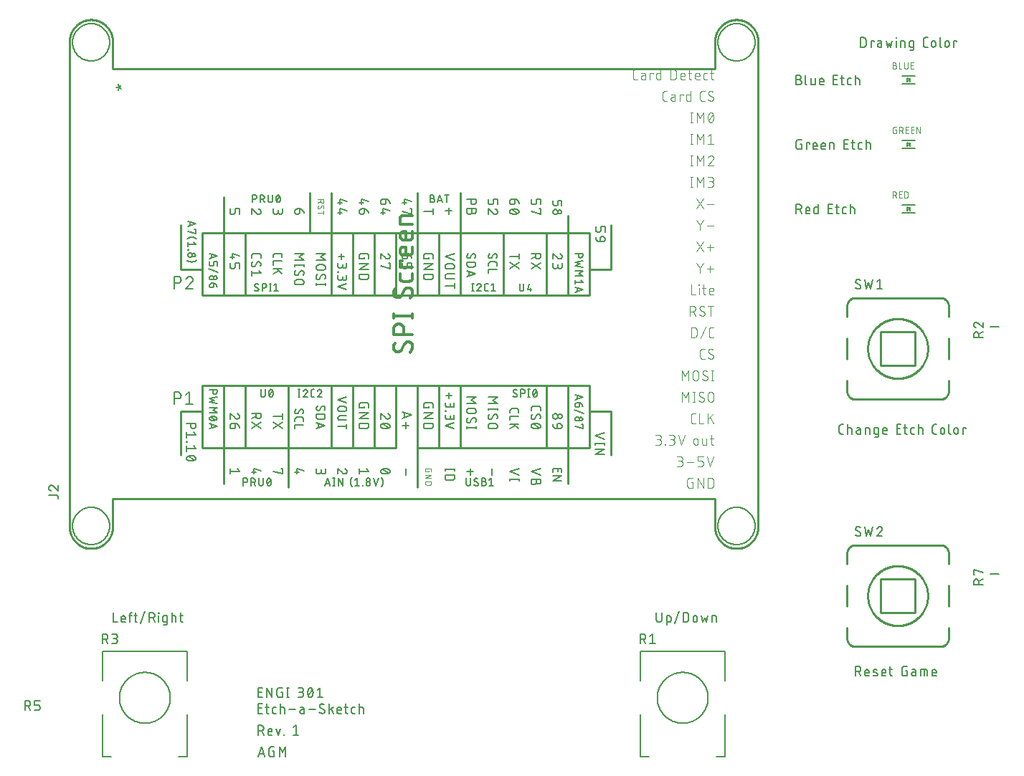
<source format=gbr>
G04 EAGLE Gerber RS-274X export*
G75*
%MOMM*%
%FSLAX34Y34*%
%LPD*%
%INSilkscreen Top*%
%IPPOS*%
%AMOC8*
5,1,8,0,0,1.08239X$1,22.5*%
G01*
%ADD10C,0.152400*%
%ADD11C,0.127000*%
%ADD12C,0.101600*%
%ADD13C,0.254000*%
%ADD14C,0.203200*%
%ADD15C,0.200000*%
%ADD16C,0.304800*%


D10*
X329579Y172212D02*
X324612Y172212D01*
X324612Y183388D01*
X329579Y183388D01*
X328337Y178421D02*
X324612Y178421D01*
X334490Y183388D02*
X334490Y172212D01*
X340699Y172212D02*
X334490Y183388D01*
X340699Y183388D02*
X340699Y172212D01*
X351028Y178421D02*
X352891Y178421D01*
X352891Y172212D01*
X349165Y172212D01*
X349067Y172214D01*
X348970Y172220D01*
X348873Y172229D01*
X348776Y172243D01*
X348680Y172260D01*
X348585Y172281D01*
X348491Y172305D01*
X348397Y172334D01*
X348305Y172366D01*
X348214Y172401D01*
X348125Y172440D01*
X348037Y172483D01*
X347951Y172529D01*
X347867Y172578D01*
X347785Y172631D01*
X347705Y172686D01*
X347627Y172745D01*
X347552Y172807D01*
X347479Y172872D01*
X347409Y172940D01*
X347341Y173010D01*
X347276Y173083D01*
X347214Y173158D01*
X347155Y173236D01*
X347100Y173316D01*
X347047Y173398D01*
X346998Y173482D01*
X346952Y173568D01*
X346909Y173656D01*
X346870Y173745D01*
X346835Y173836D01*
X346803Y173928D01*
X346774Y174022D01*
X346750Y174116D01*
X346729Y174211D01*
X346712Y174307D01*
X346698Y174404D01*
X346689Y174501D01*
X346683Y174598D01*
X346681Y174696D01*
X346682Y174696D02*
X346682Y180904D01*
X346681Y180904D02*
X346683Y181002D01*
X346689Y181099D01*
X346698Y181196D01*
X346712Y181293D01*
X346729Y181389D01*
X346750Y181484D01*
X346774Y181578D01*
X346803Y181672D01*
X346835Y181764D01*
X346870Y181855D01*
X346909Y181944D01*
X346952Y182032D01*
X346998Y182118D01*
X347047Y182202D01*
X347100Y182284D01*
X347155Y182364D01*
X347214Y182442D01*
X347276Y182517D01*
X347341Y182590D01*
X347409Y182660D01*
X347479Y182728D01*
X347552Y182793D01*
X347627Y182855D01*
X347705Y182914D01*
X347785Y182969D01*
X347867Y183022D01*
X347951Y183071D01*
X348037Y183117D01*
X348125Y183160D01*
X348214Y183199D01*
X348305Y183234D01*
X348397Y183266D01*
X348491Y183295D01*
X348585Y183319D01*
X348680Y183340D01*
X348776Y183357D01*
X348873Y183371D01*
X348970Y183380D01*
X349067Y183386D01*
X349165Y183388D01*
X352891Y183388D01*
X359311Y183388D02*
X359311Y172212D01*
X358069Y172212D02*
X360553Y172212D01*
X360553Y183388D02*
X358069Y183388D01*
X371447Y172212D02*
X374551Y172212D01*
X374662Y172214D01*
X374772Y172220D01*
X374883Y172230D01*
X374993Y172244D01*
X375102Y172261D01*
X375211Y172283D01*
X375319Y172308D01*
X375425Y172338D01*
X375531Y172371D01*
X375636Y172408D01*
X375739Y172448D01*
X375840Y172493D01*
X375940Y172540D01*
X376039Y172592D01*
X376135Y172647D01*
X376229Y172705D01*
X376321Y172766D01*
X376411Y172831D01*
X376499Y172899D01*
X376584Y172970D01*
X376666Y173044D01*
X376746Y173121D01*
X376823Y173201D01*
X376897Y173283D01*
X376968Y173368D01*
X377036Y173456D01*
X377101Y173546D01*
X377162Y173638D01*
X377220Y173732D01*
X377275Y173828D01*
X377327Y173927D01*
X377374Y174027D01*
X377419Y174128D01*
X377459Y174231D01*
X377496Y174336D01*
X377529Y174442D01*
X377559Y174548D01*
X377584Y174656D01*
X377606Y174765D01*
X377623Y174874D01*
X377637Y174984D01*
X377647Y175095D01*
X377653Y175205D01*
X377655Y175316D01*
X377653Y175427D01*
X377647Y175537D01*
X377637Y175648D01*
X377623Y175758D01*
X377606Y175867D01*
X377584Y175976D01*
X377559Y176084D01*
X377529Y176190D01*
X377496Y176296D01*
X377459Y176401D01*
X377419Y176504D01*
X377374Y176605D01*
X377327Y176705D01*
X377275Y176804D01*
X377220Y176900D01*
X377162Y176994D01*
X377101Y177086D01*
X377036Y177176D01*
X376968Y177264D01*
X376897Y177349D01*
X376823Y177431D01*
X376746Y177511D01*
X376666Y177588D01*
X376584Y177662D01*
X376499Y177733D01*
X376411Y177801D01*
X376321Y177866D01*
X376229Y177927D01*
X376135Y177985D01*
X376039Y178040D01*
X375940Y178092D01*
X375840Y178139D01*
X375739Y178184D01*
X375636Y178224D01*
X375531Y178261D01*
X375425Y178294D01*
X375319Y178324D01*
X375211Y178349D01*
X375102Y178371D01*
X374993Y178388D01*
X374883Y178402D01*
X374772Y178412D01*
X374662Y178418D01*
X374551Y178420D01*
X375172Y183388D02*
X371447Y183388D01*
X375172Y183388D02*
X375271Y183386D01*
X375369Y183380D01*
X375468Y183370D01*
X375565Y183357D01*
X375663Y183339D01*
X375759Y183318D01*
X375855Y183292D01*
X375949Y183263D01*
X376042Y183231D01*
X376134Y183194D01*
X376224Y183154D01*
X376313Y183110D01*
X376400Y183063D01*
X376485Y183013D01*
X376567Y182959D01*
X376648Y182902D01*
X376726Y182842D01*
X376802Y182778D01*
X376875Y182712D01*
X376946Y182643D01*
X377014Y182571D01*
X377078Y182496D01*
X377140Y182419D01*
X377199Y182340D01*
X377254Y182258D01*
X377307Y182174D01*
X377355Y182089D01*
X377401Y182001D01*
X377443Y181911D01*
X377481Y181820D01*
X377515Y181728D01*
X377546Y181634D01*
X377573Y181539D01*
X377597Y181443D01*
X377616Y181346D01*
X377632Y181249D01*
X377644Y181151D01*
X377652Y181052D01*
X377656Y180953D01*
X377656Y180855D01*
X377652Y180756D01*
X377644Y180657D01*
X377632Y180559D01*
X377616Y180462D01*
X377597Y180365D01*
X377573Y180269D01*
X377546Y180174D01*
X377515Y180080D01*
X377481Y179988D01*
X377443Y179897D01*
X377401Y179807D01*
X377355Y179719D01*
X377307Y179634D01*
X377254Y179550D01*
X377199Y179468D01*
X377140Y179389D01*
X377078Y179312D01*
X377014Y179237D01*
X376946Y179165D01*
X376875Y179096D01*
X376802Y179030D01*
X376726Y178966D01*
X376648Y178906D01*
X376567Y178849D01*
X376485Y178795D01*
X376400Y178745D01*
X376313Y178698D01*
X376224Y178654D01*
X376134Y178614D01*
X376042Y178577D01*
X375949Y178545D01*
X375855Y178516D01*
X375759Y178490D01*
X375663Y178469D01*
X375565Y178451D01*
X375468Y178438D01*
X375369Y178428D01*
X375271Y178422D01*
X375172Y178420D01*
X375172Y178421D02*
X372688Y178421D01*
X382877Y177800D02*
X382880Y178020D01*
X382887Y178240D01*
X382901Y178459D01*
X382919Y178678D01*
X382943Y178897D01*
X382971Y179115D01*
X383005Y179332D01*
X383044Y179548D01*
X383089Y179764D01*
X383138Y179978D01*
X383193Y180191D01*
X383252Y180403D01*
X383317Y180613D01*
X383387Y180821D01*
X383461Y181028D01*
X383541Y181233D01*
X383625Y181436D01*
X383714Y181637D01*
X383808Y181836D01*
X383841Y181925D01*
X383877Y182013D01*
X383917Y182099D01*
X383960Y182184D01*
X384007Y182266D01*
X384058Y182347D01*
X384111Y182425D01*
X384168Y182501D01*
X384228Y182575D01*
X384291Y182646D01*
X384356Y182715D01*
X384425Y182781D01*
X384496Y182843D01*
X384570Y182903D01*
X384646Y182960D01*
X384724Y183014D01*
X384805Y183064D01*
X384887Y183111D01*
X384972Y183154D01*
X385058Y183194D01*
X385146Y183231D01*
X385235Y183263D01*
X385325Y183292D01*
X385417Y183318D01*
X385509Y183339D01*
X385603Y183357D01*
X385697Y183370D01*
X385791Y183380D01*
X385886Y183386D01*
X385981Y183388D01*
X386076Y183386D01*
X386171Y183380D01*
X386265Y183370D01*
X386359Y183357D01*
X386453Y183339D01*
X386545Y183318D01*
X386637Y183292D01*
X386727Y183263D01*
X386816Y183231D01*
X386904Y183194D01*
X386990Y183154D01*
X387075Y183111D01*
X387157Y183064D01*
X387238Y183014D01*
X387316Y182960D01*
X387392Y182903D01*
X387466Y182843D01*
X387537Y182781D01*
X387606Y182715D01*
X387671Y182646D01*
X387734Y182575D01*
X387794Y182501D01*
X387851Y182425D01*
X387904Y182347D01*
X387955Y182266D01*
X388002Y182183D01*
X388045Y182099D01*
X388085Y182013D01*
X388121Y181925D01*
X388154Y181836D01*
X388155Y181836D02*
X388249Y181637D01*
X388338Y181436D01*
X388422Y181233D01*
X388502Y181028D01*
X388576Y180821D01*
X388646Y180613D01*
X388711Y180403D01*
X388770Y180191D01*
X388825Y179978D01*
X388874Y179764D01*
X388919Y179548D01*
X388958Y179332D01*
X388992Y179115D01*
X389020Y178897D01*
X389044Y178678D01*
X389062Y178459D01*
X389076Y178240D01*
X389083Y178020D01*
X389086Y177800D01*
X382877Y177800D02*
X382880Y177580D01*
X382887Y177360D01*
X382901Y177141D01*
X382919Y176922D01*
X382943Y176703D01*
X382971Y176485D01*
X383005Y176268D01*
X383044Y176052D01*
X383089Y175836D01*
X383138Y175622D01*
X383193Y175409D01*
X383252Y175198D01*
X383317Y174987D01*
X383387Y174779D01*
X383461Y174572D01*
X383541Y174367D01*
X383625Y174164D01*
X383714Y173963D01*
X383808Y173764D01*
X383841Y173675D01*
X383877Y173587D01*
X383917Y173501D01*
X383960Y173416D01*
X384007Y173334D01*
X384058Y173253D01*
X384111Y173175D01*
X384168Y173099D01*
X384228Y173025D01*
X384291Y172954D01*
X384356Y172885D01*
X384425Y172819D01*
X384496Y172757D01*
X384570Y172697D01*
X384646Y172640D01*
X384724Y172586D01*
X384805Y172536D01*
X384887Y172489D01*
X384972Y172446D01*
X385058Y172406D01*
X385146Y172369D01*
X385235Y172337D01*
X385325Y172308D01*
X385417Y172282D01*
X385509Y172261D01*
X385603Y172243D01*
X385697Y172230D01*
X385791Y172220D01*
X385886Y172214D01*
X385981Y172212D01*
X388155Y173764D02*
X388249Y173963D01*
X388338Y174164D01*
X388422Y174367D01*
X388502Y174572D01*
X388576Y174779D01*
X388646Y174987D01*
X388711Y175197D01*
X388770Y175409D01*
X388825Y175622D01*
X388874Y175836D01*
X388919Y176052D01*
X388958Y176268D01*
X388992Y176485D01*
X389020Y176703D01*
X389044Y176922D01*
X389062Y177141D01*
X389076Y177360D01*
X389083Y177580D01*
X389086Y177800D01*
X388154Y173764D02*
X388121Y173675D01*
X388085Y173587D01*
X388045Y173501D01*
X388002Y173416D01*
X387955Y173334D01*
X387904Y173253D01*
X387851Y173175D01*
X387794Y173099D01*
X387734Y173025D01*
X387671Y172954D01*
X387606Y172885D01*
X387537Y172819D01*
X387466Y172757D01*
X387392Y172697D01*
X387316Y172640D01*
X387238Y172586D01*
X387157Y172536D01*
X387075Y172489D01*
X386990Y172446D01*
X386904Y172406D01*
X386816Y172369D01*
X386727Y172337D01*
X386637Y172308D01*
X386545Y172282D01*
X386453Y172261D01*
X386359Y172243D01*
X386265Y172230D01*
X386171Y172220D01*
X386076Y172214D01*
X385981Y172212D01*
X383498Y174696D02*
X388465Y180904D01*
X394307Y180904D02*
X397411Y183388D01*
X397411Y172212D01*
X394307Y172212D02*
X400516Y172212D01*
X329579Y153162D02*
X324612Y153162D01*
X324612Y164338D01*
X329579Y164338D01*
X328337Y159371D02*
X324612Y159371D01*
X332949Y160613D02*
X336674Y160613D01*
X334191Y164338D02*
X334191Y155025D01*
X334193Y154941D01*
X334198Y154858D01*
X334208Y154775D01*
X334221Y154692D01*
X334238Y154610D01*
X334258Y154529D01*
X334282Y154449D01*
X334310Y154370D01*
X334341Y154293D01*
X334375Y154217D01*
X334413Y154142D01*
X334455Y154069D01*
X334499Y153999D01*
X334547Y153930D01*
X334597Y153863D01*
X334651Y153799D01*
X334707Y153738D01*
X334767Y153678D01*
X334828Y153622D01*
X334892Y153568D01*
X334959Y153518D01*
X335028Y153470D01*
X335098Y153426D01*
X335171Y153384D01*
X335246Y153346D01*
X335322Y153312D01*
X335399Y153281D01*
X335478Y153253D01*
X335558Y153229D01*
X335639Y153209D01*
X335721Y153192D01*
X335804Y153179D01*
X335887Y153169D01*
X335970Y153164D01*
X336054Y153162D01*
X336674Y153162D01*
X343086Y153162D02*
X345569Y153162D01*
X343086Y153162D02*
X343002Y153164D01*
X342919Y153169D01*
X342836Y153179D01*
X342753Y153192D01*
X342671Y153209D01*
X342590Y153229D01*
X342510Y153253D01*
X342431Y153281D01*
X342354Y153312D01*
X342278Y153346D01*
X342203Y153384D01*
X342130Y153426D01*
X342060Y153470D01*
X341991Y153518D01*
X341924Y153568D01*
X341860Y153622D01*
X341799Y153678D01*
X341739Y153738D01*
X341683Y153799D01*
X341629Y153863D01*
X341579Y153930D01*
X341531Y153999D01*
X341487Y154069D01*
X341445Y154142D01*
X341407Y154217D01*
X341373Y154293D01*
X341342Y154370D01*
X341314Y154449D01*
X341290Y154529D01*
X341270Y154610D01*
X341253Y154692D01*
X341240Y154775D01*
X341230Y154858D01*
X341225Y154941D01*
X341223Y155025D01*
X341223Y158750D01*
X341225Y158834D01*
X341231Y158917D01*
X341240Y159000D01*
X341253Y159083D01*
X341270Y159165D01*
X341290Y159246D01*
X341314Y159326D01*
X341342Y159405D01*
X341373Y159482D01*
X341407Y159558D01*
X341445Y159633D01*
X341487Y159706D01*
X341531Y159776D01*
X341579Y159845D01*
X341629Y159912D01*
X341683Y159976D01*
X341739Y160037D01*
X341799Y160097D01*
X341860Y160153D01*
X341924Y160207D01*
X341991Y160257D01*
X342060Y160305D01*
X342130Y160349D01*
X342203Y160391D01*
X342278Y160429D01*
X342354Y160463D01*
X342431Y160494D01*
X342510Y160522D01*
X342590Y160546D01*
X342671Y160566D01*
X342753Y160583D01*
X342836Y160596D01*
X342919Y160606D01*
X343002Y160611D01*
X343086Y160613D01*
X345569Y160613D01*
X350351Y164338D02*
X350351Y153162D01*
X350351Y160613D02*
X353455Y160613D01*
X353539Y160611D01*
X353622Y160606D01*
X353705Y160596D01*
X353788Y160583D01*
X353870Y160566D01*
X353951Y160546D01*
X354031Y160522D01*
X354110Y160494D01*
X354187Y160463D01*
X354263Y160429D01*
X354338Y160391D01*
X354411Y160349D01*
X354481Y160305D01*
X354550Y160257D01*
X354617Y160207D01*
X354681Y160153D01*
X354742Y160097D01*
X354802Y160037D01*
X354858Y159976D01*
X354912Y159912D01*
X354962Y159845D01*
X355010Y159776D01*
X355054Y159706D01*
X355096Y159633D01*
X355134Y159558D01*
X355168Y159482D01*
X355199Y159405D01*
X355227Y159326D01*
X355251Y159246D01*
X355271Y159165D01*
X355288Y159083D01*
X355301Y159000D01*
X355311Y158917D01*
X355316Y158834D01*
X355318Y158750D01*
X355318Y153162D01*
X360920Y157508D02*
X368370Y157508D01*
X375691Y157508D02*
X378485Y157508D01*
X375691Y157508D02*
X375599Y157506D01*
X375507Y157500D01*
X375415Y157490D01*
X375324Y157477D01*
X375233Y157459D01*
X375143Y157438D01*
X375055Y157413D01*
X374967Y157384D01*
X374881Y157351D01*
X374796Y157315D01*
X374713Y157275D01*
X374631Y157232D01*
X374552Y157185D01*
X374474Y157135D01*
X374399Y157082D01*
X374326Y157026D01*
X374255Y156966D01*
X374187Y156904D01*
X374122Y156839D01*
X374060Y156771D01*
X374000Y156700D01*
X373944Y156627D01*
X373891Y156552D01*
X373841Y156474D01*
X373794Y156395D01*
X373751Y156313D01*
X373711Y156230D01*
X373675Y156145D01*
X373642Y156059D01*
X373613Y155971D01*
X373588Y155883D01*
X373567Y155793D01*
X373549Y155702D01*
X373536Y155611D01*
X373526Y155519D01*
X373520Y155427D01*
X373518Y155335D01*
X373520Y155243D01*
X373526Y155151D01*
X373536Y155059D01*
X373549Y154968D01*
X373567Y154877D01*
X373588Y154787D01*
X373613Y154699D01*
X373642Y154611D01*
X373675Y154525D01*
X373711Y154440D01*
X373751Y154357D01*
X373794Y154275D01*
X373841Y154196D01*
X373891Y154118D01*
X373944Y154043D01*
X374000Y153970D01*
X374060Y153899D01*
X374122Y153831D01*
X374187Y153766D01*
X374255Y153704D01*
X374326Y153644D01*
X374399Y153588D01*
X374474Y153535D01*
X374552Y153485D01*
X374631Y153438D01*
X374713Y153395D01*
X374796Y153355D01*
X374881Y153319D01*
X374967Y153286D01*
X375055Y153257D01*
X375143Y153232D01*
X375233Y153211D01*
X375324Y153193D01*
X375415Y153180D01*
X375507Y153170D01*
X375599Y153164D01*
X375691Y153162D01*
X378485Y153162D01*
X378485Y158750D01*
X378483Y158834D01*
X378478Y158917D01*
X378468Y159000D01*
X378455Y159083D01*
X378438Y159165D01*
X378418Y159246D01*
X378394Y159326D01*
X378366Y159405D01*
X378335Y159482D01*
X378301Y159558D01*
X378263Y159633D01*
X378221Y159706D01*
X378177Y159776D01*
X378129Y159845D01*
X378079Y159912D01*
X378025Y159976D01*
X377969Y160037D01*
X377909Y160097D01*
X377848Y160153D01*
X377784Y160207D01*
X377717Y160257D01*
X377648Y160305D01*
X377578Y160349D01*
X377505Y160391D01*
X377430Y160429D01*
X377354Y160463D01*
X377277Y160494D01*
X377198Y160522D01*
X377118Y160546D01*
X377037Y160566D01*
X376955Y160583D01*
X376872Y160596D01*
X376789Y160606D01*
X376706Y160611D01*
X376622Y160613D01*
X374139Y160613D01*
X384161Y157508D02*
X391611Y157508D01*
X400318Y153162D02*
X400415Y153164D01*
X400513Y153170D01*
X400610Y153179D01*
X400707Y153193D01*
X400803Y153210D01*
X400898Y153231D01*
X400992Y153255D01*
X401086Y153284D01*
X401178Y153316D01*
X401269Y153351D01*
X401358Y153390D01*
X401446Y153433D01*
X401532Y153479D01*
X401616Y153528D01*
X401698Y153581D01*
X401778Y153636D01*
X401856Y153695D01*
X401931Y153757D01*
X402004Y153822D01*
X402074Y153890D01*
X402142Y153960D01*
X402207Y154033D01*
X402269Y154108D01*
X402328Y154186D01*
X402383Y154266D01*
X402436Y154348D01*
X402485Y154432D01*
X402531Y154518D01*
X402574Y154606D01*
X402613Y154695D01*
X402648Y154786D01*
X402680Y154878D01*
X402709Y154972D01*
X402733Y155066D01*
X402754Y155161D01*
X402771Y155257D01*
X402785Y155354D01*
X402794Y155451D01*
X402800Y155548D01*
X402802Y155646D01*
X400318Y153162D02*
X400175Y153164D01*
X400032Y153170D01*
X399890Y153179D01*
X399748Y153193D01*
X399606Y153211D01*
X399465Y153232D01*
X399324Y153257D01*
X399184Y153286D01*
X399045Y153319D01*
X398907Y153355D01*
X398770Y153396D01*
X398634Y153440D01*
X398499Y153487D01*
X398366Y153539D01*
X398234Y153594D01*
X398104Y153652D01*
X397975Y153714D01*
X397848Y153780D01*
X397723Y153849D01*
X397600Y153921D01*
X397479Y153997D01*
X397360Y154075D01*
X397243Y154158D01*
X397128Y154243D01*
X397016Y154331D01*
X396906Y154423D01*
X396799Y154517D01*
X396694Y154614D01*
X396592Y154714D01*
X396903Y161854D02*
X396905Y161952D01*
X396911Y162049D01*
X396920Y162146D01*
X396934Y162243D01*
X396951Y162339D01*
X396972Y162434D01*
X396996Y162528D01*
X397025Y162622D01*
X397057Y162714D01*
X397092Y162805D01*
X397131Y162894D01*
X397174Y162982D01*
X397220Y163068D01*
X397269Y163152D01*
X397322Y163234D01*
X397377Y163314D01*
X397436Y163392D01*
X397498Y163467D01*
X397563Y163540D01*
X397631Y163610D01*
X397701Y163678D01*
X397774Y163743D01*
X397849Y163805D01*
X397927Y163864D01*
X398007Y163919D01*
X398089Y163972D01*
X398173Y164021D01*
X398259Y164067D01*
X398347Y164110D01*
X398436Y164149D01*
X398527Y164184D01*
X398619Y164216D01*
X398713Y164245D01*
X398807Y164269D01*
X398902Y164290D01*
X398998Y164307D01*
X399095Y164321D01*
X399192Y164330D01*
X399289Y164336D01*
X399387Y164338D01*
X399517Y164336D01*
X399647Y164331D01*
X399777Y164322D01*
X399907Y164309D01*
X400036Y164293D01*
X400165Y164273D01*
X400293Y164249D01*
X400421Y164222D01*
X400547Y164191D01*
X400673Y164157D01*
X400798Y164119D01*
X400921Y164078D01*
X401044Y164033D01*
X401165Y163985D01*
X401285Y163934D01*
X401403Y163879D01*
X401519Y163821D01*
X401634Y163760D01*
X401748Y163695D01*
X401859Y163628D01*
X401968Y163557D01*
X402076Y163483D01*
X402181Y163407D01*
X398145Y159681D02*
X398062Y159732D01*
X397981Y159786D01*
X397903Y159843D01*
X397827Y159903D01*
X397753Y159966D01*
X397682Y160032D01*
X397613Y160100D01*
X397547Y160171D01*
X397483Y160244D01*
X397423Y160320D01*
X397366Y160398D01*
X397311Y160479D01*
X397260Y160561D01*
X397212Y160645D01*
X397167Y160731D01*
X397125Y160819D01*
X397087Y160908D01*
X397053Y160998D01*
X397021Y161090D01*
X396994Y161183D01*
X396970Y161277D01*
X396949Y161372D01*
X396933Y161468D01*
X396920Y161564D01*
X396910Y161660D01*
X396905Y161757D01*
X396903Y161854D01*
X401559Y157819D02*
X401642Y157768D01*
X401723Y157714D01*
X401801Y157657D01*
X401877Y157597D01*
X401951Y157534D01*
X402022Y157468D01*
X402091Y157400D01*
X402157Y157329D01*
X402221Y157256D01*
X402281Y157180D01*
X402338Y157102D01*
X402393Y157021D01*
X402444Y156939D01*
X402492Y156855D01*
X402537Y156769D01*
X402579Y156681D01*
X402617Y156592D01*
X402651Y156502D01*
X402683Y156410D01*
X402710Y156317D01*
X402734Y156223D01*
X402755Y156128D01*
X402771Y156032D01*
X402784Y155936D01*
X402794Y155840D01*
X402799Y155743D01*
X402801Y155646D01*
X401560Y157819D02*
X398145Y159681D01*
X408051Y164338D02*
X408051Y153162D01*
X408051Y156887D02*
X413018Y160613D01*
X410224Y158440D02*
X413018Y153162D01*
X419269Y153162D02*
X422374Y153162D01*
X419269Y153162D02*
X419185Y153164D01*
X419102Y153169D01*
X419019Y153179D01*
X418936Y153192D01*
X418854Y153209D01*
X418773Y153229D01*
X418693Y153253D01*
X418614Y153281D01*
X418537Y153312D01*
X418461Y153346D01*
X418386Y153384D01*
X418313Y153426D01*
X418243Y153470D01*
X418174Y153518D01*
X418107Y153568D01*
X418043Y153622D01*
X417982Y153678D01*
X417922Y153738D01*
X417866Y153799D01*
X417812Y153863D01*
X417762Y153930D01*
X417714Y153999D01*
X417670Y154069D01*
X417628Y154142D01*
X417590Y154217D01*
X417556Y154293D01*
X417525Y154370D01*
X417497Y154449D01*
X417473Y154529D01*
X417453Y154610D01*
X417436Y154692D01*
X417423Y154775D01*
X417413Y154858D01*
X417408Y154941D01*
X417406Y155025D01*
X417406Y158129D01*
X417408Y158228D01*
X417414Y158326D01*
X417424Y158425D01*
X417437Y158522D01*
X417455Y158620D01*
X417476Y158716D01*
X417502Y158812D01*
X417531Y158906D01*
X417563Y158999D01*
X417600Y159091D01*
X417640Y159181D01*
X417684Y159270D01*
X417731Y159357D01*
X417781Y159442D01*
X417835Y159524D01*
X417892Y159605D01*
X417952Y159683D01*
X418016Y159759D01*
X418082Y159832D01*
X418151Y159903D01*
X418223Y159971D01*
X418298Y160035D01*
X418375Y160097D01*
X418454Y160156D01*
X418536Y160211D01*
X418620Y160264D01*
X418705Y160312D01*
X418793Y160358D01*
X418883Y160400D01*
X418974Y160438D01*
X419066Y160472D01*
X419160Y160503D01*
X419255Y160530D01*
X419351Y160554D01*
X419448Y160573D01*
X419545Y160589D01*
X419643Y160601D01*
X419742Y160609D01*
X419841Y160613D01*
X419939Y160613D01*
X420038Y160609D01*
X420137Y160601D01*
X420235Y160589D01*
X420332Y160573D01*
X420429Y160554D01*
X420525Y160530D01*
X420620Y160503D01*
X420714Y160472D01*
X420806Y160438D01*
X420897Y160400D01*
X420987Y160358D01*
X421075Y160312D01*
X421160Y160264D01*
X421244Y160211D01*
X421326Y160156D01*
X421405Y160097D01*
X421482Y160035D01*
X421557Y159971D01*
X421629Y159903D01*
X421698Y159832D01*
X421764Y159759D01*
X421828Y159683D01*
X421888Y159605D01*
X421945Y159524D01*
X421999Y159442D01*
X422049Y159357D01*
X422096Y159270D01*
X422140Y159181D01*
X422180Y159091D01*
X422217Y158999D01*
X422249Y158906D01*
X422278Y158812D01*
X422304Y158716D01*
X422325Y158620D01*
X422343Y158522D01*
X422356Y158425D01*
X422366Y158326D01*
X422372Y158228D01*
X422374Y158129D01*
X422374Y156887D01*
X417406Y156887D01*
X426294Y160613D02*
X430019Y160613D01*
X427536Y164338D02*
X427536Y155025D01*
X427535Y155025D02*
X427537Y154941D01*
X427542Y154858D01*
X427552Y154775D01*
X427565Y154692D01*
X427582Y154610D01*
X427602Y154529D01*
X427626Y154449D01*
X427654Y154370D01*
X427685Y154293D01*
X427719Y154217D01*
X427757Y154142D01*
X427799Y154069D01*
X427843Y153999D01*
X427891Y153930D01*
X427941Y153863D01*
X427995Y153799D01*
X428051Y153738D01*
X428111Y153678D01*
X428172Y153622D01*
X428236Y153568D01*
X428303Y153518D01*
X428372Y153470D01*
X428442Y153426D01*
X428515Y153384D01*
X428590Y153346D01*
X428666Y153312D01*
X428743Y153281D01*
X428822Y153253D01*
X428902Y153229D01*
X428983Y153209D01*
X429065Y153192D01*
X429148Y153179D01*
X429231Y153169D01*
X429314Y153164D01*
X429398Y153162D01*
X430019Y153162D01*
X436431Y153162D02*
X438914Y153162D01*
X436431Y153162D02*
X436347Y153164D01*
X436264Y153169D01*
X436181Y153179D01*
X436098Y153192D01*
X436016Y153209D01*
X435935Y153229D01*
X435855Y153253D01*
X435776Y153281D01*
X435699Y153312D01*
X435623Y153346D01*
X435548Y153384D01*
X435475Y153426D01*
X435405Y153470D01*
X435336Y153518D01*
X435269Y153568D01*
X435205Y153622D01*
X435144Y153678D01*
X435084Y153738D01*
X435028Y153799D01*
X434974Y153863D01*
X434924Y153930D01*
X434876Y153999D01*
X434832Y154069D01*
X434790Y154142D01*
X434752Y154217D01*
X434718Y154293D01*
X434687Y154370D01*
X434659Y154449D01*
X434635Y154529D01*
X434615Y154610D01*
X434598Y154692D01*
X434585Y154775D01*
X434575Y154858D01*
X434570Y154941D01*
X434568Y155025D01*
X434568Y158750D01*
X434570Y158834D01*
X434576Y158917D01*
X434585Y159000D01*
X434598Y159083D01*
X434615Y159165D01*
X434635Y159246D01*
X434659Y159326D01*
X434687Y159405D01*
X434718Y159482D01*
X434752Y159558D01*
X434790Y159633D01*
X434832Y159706D01*
X434876Y159776D01*
X434924Y159845D01*
X434974Y159912D01*
X435028Y159976D01*
X435084Y160037D01*
X435144Y160097D01*
X435205Y160153D01*
X435269Y160207D01*
X435336Y160257D01*
X435405Y160305D01*
X435475Y160349D01*
X435548Y160391D01*
X435623Y160429D01*
X435699Y160463D01*
X435776Y160494D01*
X435855Y160522D01*
X435935Y160546D01*
X436016Y160566D01*
X436098Y160583D01*
X436181Y160596D01*
X436264Y160606D01*
X436347Y160611D01*
X436431Y160613D01*
X438914Y160613D01*
X443695Y164338D02*
X443695Y153162D01*
X443695Y160613D02*
X446800Y160613D01*
X446884Y160611D01*
X446967Y160606D01*
X447050Y160596D01*
X447133Y160583D01*
X447215Y160566D01*
X447296Y160546D01*
X447376Y160522D01*
X447455Y160494D01*
X447532Y160463D01*
X447608Y160429D01*
X447683Y160391D01*
X447756Y160349D01*
X447826Y160305D01*
X447895Y160257D01*
X447962Y160207D01*
X448026Y160153D01*
X448087Y160097D01*
X448147Y160037D01*
X448203Y159976D01*
X448257Y159912D01*
X448307Y159845D01*
X448355Y159776D01*
X448399Y159706D01*
X448441Y159633D01*
X448479Y159558D01*
X448513Y159482D01*
X448544Y159405D01*
X448572Y159326D01*
X448596Y159246D01*
X448616Y159165D01*
X448633Y159083D01*
X448646Y159000D01*
X448656Y158917D01*
X448661Y158834D01*
X448663Y158750D01*
X448662Y158750D02*
X448662Y153162D01*
X324612Y138938D02*
X324612Y127762D01*
X324612Y138938D02*
X327716Y138938D01*
X327827Y138936D01*
X327937Y138930D01*
X328048Y138920D01*
X328158Y138906D01*
X328267Y138889D01*
X328376Y138867D01*
X328484Y138842D01*
X328590Y138812D01*
X328696Y138779D01*
X328801Y138742D01*
X328904Y138702D01*
X329005Y138657D01*
X329105Y138610D01*
X329204Y138558D01*
X329300Y138503D01*
X329394Y138445D01*
X329486Y138384D01*
X329576Y138319D01*
X329664Y138251D01*
X329749Y138180D01*
X329831Y138106D01*
X329911Y138029D01*
X329988Y137949D01*
X330062Y137867D01*
X330133Y137782D01*
X330201Y137694D01*
X330266Y137604D01*
X330327Y137512D01*
X330385Y137418D01*
X330440Y137322D01*
X330492Y137223D01*
X330539Y137123D01*
X330584Y137022D01*
X330624Y136919D01*
X330661Y136814D01*
X330694Y136708D01*
X330724Y136602D01*
X330749Y136494D01*
X330771Y136385D01*
X330788Y136276D01*
X330802Y136166D01*
X330812Y136055D01*
X330818Y135945D01*
X330820Y135834D01*
X330818Y135723D01*
X330812Y135613D01*
X330802Y135502D01*
X330788Y135392D01*
X330771Y135283D01*
X330749Y135174D01*
X330724Y135066D01*
X330694Y134960D01*
X330661Y134854D01*
X330624Y134749D01*
X330584Y134646D01*
X330539Y134545D01*
X330492Y134445D01*
X330440Y134346D01*
X330385Y134250D01*
X330327Y134156D01*
X330266Y134064D01*
X330201Y133974D01*
X330133Y133886D01*
X330062Y133801D01*
X329988Y133719D01*
X329911Y133639D01*
X329831Y133562D01*
X329749Y133488D01*
X329664Y133417D01*
X329576Y133349D01*
X329486Y133284D01*
X329394Y133223D01*
X329300Y133165D01*
X329204Y133110D01*
X329105Y133058D01*
X329005Y133011D01*
X328904Y132966D01*
X328801Y132926D01*
X328696Y132889D01*
X328590Y132856D01*
X328484Y132826D01*
X328376Y132801D01*
X328267Y132779D01*
X328158Y132762D01*
X328048Y132748D01*
X327937Y132738D01*
X327827Y132732D01*
X327716Y132730D01*
X327716Y132729D02*
X324612Y132729D01*
X328337Y132729D02*
X330821Y127762D01*
X337672Y127762D02*
X340776Y127762D01*
X337672Y127762D02*
X337588Y127764D01*
X337505Y127769D01*
X337422Y127779D01*
X337339Y127792D01*
X337257Y127809D01*
X337176Y127829D01*
X337096Y127853D01*
X337017Y127881D01*
X336940Y127912D01*
X336864Y127946D01*
X336789Y127984D01*
X336716Y128026D01*
X336646Y128070D01*
X336577Y128118D01*
X336510Y128168D01*
X336446Y128222D01*
X336385Y128278D01*
X336325Y128338D01*
X336269Y128399D01*
X336215Y128463D01*
X336165Y128530D01*
X336117Y128599D01*
X336073Y128669D01*
X336031Y128742D01*
X335993Y128817D01*
X335959Y128893D01*
X335928Y128970D01*
X335900Y129049D01*
X335876Y129129D01*
X335856Y129210D01*
X335839Y129292D01*
X335826Y129375D01*
X335816Y129458D01*
X335811Y129541D01*
X335809Y129625D01*
X335809Y132729D01*
X335808Y132729D02*
X335810Y132828D01*
X335816Y132926D01*
X335826Y133025D01*
X335839Y133122D01*
X335857Y133220D01*
X335878Y133316D01*
X335904Y133412D01*
X335933Y133506D01*
X335965Y133599D01*
X336002Y133691D01*
X336042Y133781D01*
X336086Y133870D01*
X336133Y133957D01*
X336183Y134042D01*
X336237Y134124D01*
X336294Y134205D01*
X336354Y134283D01*
X336418Y134359D01*
X336484Y134432D01*
X336553Y134503D01*
X336625Y134571D01*
X336700Y134635D01*
X336777Y134697D01*
X336856Y134756D01*
X336938Y134811D01*
X337022Y134864D01*
X337107Y134912D01*
X337195Y134958D01*
X337285Y135000D01*
X337376Y135038D01*
X337468Y135072D01*
X337562Y135103D01*
X337657Y135130D01*
X337753Y135154D01*
X337850Y135173D01*
X337947Y135189D01*
X338045Y135201D01*
X338144Y135209D01*
X338243Y135213D01*
X338341Y135213D01*
X338440Y135209D01*
X338539Y135201D01*
X338637Y135189D01*
X338734Y135173D01*
X338831Y135154D01*
X338927Y135130D01*
X339022Y135103D01*
X339116Y135072D01*
X339208Y135038D01*
X339299Y135000D01*
X339389Y134958D01*
X339477Y134912D01*
X339562Y134864D01*
X339646Y134811D01*
X339728Y134756D01*
X339807Y134697D01*
X339884Y134635D01*
X339959Y134571D01*
X340031Y134503D01*
X340100Y134432D01*
X340166Y134359D01*
X340230Y134283D01*
X340290Y134205D01*
X340347Y134124D01*
X340401Y134042D01*
X340451Y133957D01*
X340498Y133870D01*
X340542Y133781D01*
X340582Y133691D01*
X340619Y133599D01*
X340651Y133506D01*
X340680Y133412D01*
X340706Y133316D01*
X340727Y133220D01*
X340745Y133122D01*
X340758Y133025D01*
X340768Y132926D01*
X340774Y132828D01*
X340776Y132729D01*
X340776Y131487D01*
X335809Y131487D01*
X345334Y135213D02*
X347817Y127762D01*
X350301Y135213D01*
X354365Y128383D02*
X354365Y127762D01*
X354365Y128383D02*
X354986Y128383D01*
X354986Y127762D01*
X354365Y127762D01*
X365668Y136454D02*
X368772Y138938D01*
X368772Y127762D01*
X365668Y127762D02*
X371877Y127762D01*
X328337Y113538D02*
X324612Y102362D01*
X332063Y102362D02*
X328337Y113538D01*
X331131Y105156D02*
X325543Y105156D01*
X341390Y108571D02*
X343253Y108571D01*
X343253Y102362D01*
X339527Y102362D01*
X339429Y102364D01*
X339332Y102370D01*
X339235Y102379D01*
X339138Y102393D01*
X339042Y102410D01*
X338947Y102431D01*
X338853Y102455D01*
X338759Y102484D01*
X338667Y102516D01*
X338576Y102551D01*
X338487Y102590D01*
X338399Y102633D01*
X338313Y102679D01*
X338229Y102728D01*
X338147Y102781D01*
X338067Y102836D01*
X337989Y102895D01*
X337914Y102957D01*
X337841Y103022D01*
X337771Y103090D01*
X337703Y103160D01*
X337638Y103233D01*
X337576Y103308D01*
X337517Y103386D01*
X337462Y103466D01*
X337409Y103548D01*
X337360Y103632D01*
X337314Y103718D01*
X337271Y103806D01*
X337232Y103895D01*
X337197Y103986D01*
X337165Y104078D01*
X337136Y104172D01*
X337112Y104266D01*
X337091Y104361D01*
X337074Y104457D01*
X337060Y104554D01*
X337051Y104651D01*
X337045Y104748D01*
X337043Y104846D01*
X337044Y104846D02*
X337044Y111054D01*
X337043Y111054D02*
X337045Y111152D01*
X337051Y111249D01*
X337060Y111346D01*
X337074Y111443D01*
X337091Y111539D01*
X337112Y111634D01*
X337136Y111728D01*
X337165Y111822D01*
X337197Y111914D01*
X337232Y112005D01*
X337271Y112094D01*
X337314Y112182D01*
X337360Y112268D01*
X337409Y112352D01*
X337462Y112434D01*
X337517Y112514D01*
X337576Y112592D01*
X337638Y112667D01*
X337703Y112740D01*
X337771Y112810D01*
X337841Y112878D01*
X337914Y112943D01*
X337989Y113005D01*
X338067Y113064D01*
X338147Y113119D01*
X338229Y113172D01*
X338313Y113221D01*
X338399Y113267D01*
X338487Y113310D01*
X338576Y113349D01*
X338667Y113384D01*
X338759Y113416D01*
X338853Y113445D01*
X338947Y113469D01*
X339042Y113490D01*
X339138Y113507D01*
X339235Y113521D01*
X339332Y113530D01*
X339429Y113536D01*
X339527Y113538D01*
X343253Y113538D01*
X349377Y113538D02*
X349377Y102362D01*
X353102Y107329D02*
X349377Y113538D01*
X353102Y107329D02*
X356828Y113538D01*
X356828Y102362D01*
X1029462Y197612D02*
X1029462Y208788D01*
X1032566Y208788D01*
X1032677Y208786D01*
X1032787Y208780D01*
X1032898Y208770D01*
X1033008Y208756D01*
X1033117Y208739D01*
X1033226Y208717D01*
X1033334Y208692D01*
X1033440Y208662D01*
X1033546Y208629D01*
X1033651Y208592D01*
X1033754Y208552D01*
X1033855Y208507D01*
X1033955Y208460D01*
X1034054Y208408D01*
X1034150Y208353D01*
X1034244Y208295D01*
X1034336Y208234D01*
X1034426Y208169D01*
X1034514Y208101D01*
X1034599Y208030D01*
X1034681Y207956D01*
X1034761Y207879D01*
X1034838Y207799D01*
X1034912Y207717D01*
X1034983Y207632D01*
X1035051Y207544D01*
X1035116Y207454D01*
X1035177Y207362D01*
X1035235Y207268D01*
X1035290Y207172D01*
X1035342Y207073D01*
X1035389Y206973D01*
X1035434Y206872D01*
X1035474Y206769D01*
X1035511Y206664D01*
X1035544Y206558D01*
X1035574Y206452D01*
X1035599Y206344D01*
X1035621Y206235D01*
X1035638Y206126D01*
X1035652Y206016D01*
X1035662Y205905D01*
X1035668Y205795D01*
X1035670Y205684D01*
X1035668Y205573D01*
X1035662Y205463D01*
X1035652Y205352D01*
X1035638Y205242D01*
X1035621Y205133D01*
X1035599Y205024D01*
X1035574Y204916D01*
X1035544Y204810D01*
X1035511Y204704D01*
X1035474Y204599D01*
X1035434Y204496D01*
X1035389Y204395D01*
X1035342Y204295D01*
X1035290Y204196D01*
X1035235Y204100D01*
X1035177Y204006D01*
X1035116Y203914D01*
X1035051Y203824D01*
X1034983Y203736D01*
X1034912Y203651D01*
X1034838Y203569D01*
X1034761Y203489D01*
X1034681Y203412D01*
X1034599Y203338D01*
X1034514Y203267D01*
X1034426Y203199D01*
X1034336Y203134D01*
X1034244Y203073D01*
X1034150Y203015D01*
X1034054Y202960D01*
X1033955Y202908D01*
X1033855Y202861D01*
X1033754Y202816D01*
X1033651Y202776D01*
X1033546Y202739D01*
X1033440Y202706D01*
X1033334Y202676D01*
X1033226Y202651D01*
X1033117Y202629D01*
X1033008Y202612D01*
X1032898Y202598D01*
X1032787Y202588D01*
X1032677Y202582D01*
X1032566Y202580D01*
X1032566Y202579D02*
X1029462Y202579D01*
X1033187Y202579D02*
X1035671Y197612D01*
X1042522Y197612D02*
X1045626Y197612D01*
X1042522Y197612D02*
X1042438Y197614D01*
X1042355Y197619D01*
X1042272Y197629D01*
X1042189Y197642D01*
X1042107Y197659D01*
X1042026Y197679D01*
X1041946Y197703D01*
X1041867Y197731D01*
X1041790Y197762D01*
X1041714Y197796D01*
X1041639Y197834D01*
X1041566Y197876D01*
X1041496Y197920D01*
X1041427Y197968D01*
X1041360Y198018D01*
X1041296Y198072D01*
X1041235Y198128D01*
X1041175Y198188D01*
X1041119Y198249D01*
X1041065Y198313D01*
X1041015Y198380D01*
X1040967Y198449D01*
X1040923Y198519D01*
X1040881Y198592D01*
X1040843Y198667D01*
X1040809Y198743D01*
X1040778Y198820D01*
X1040750Y198899D01*
X1040726Y198979D01*
X1040706Y199060D01*
X1040689Y199142D01*
X1040676Y199225D01*
X1040666Y199308D01*
X1040661Y199391D01*
X1040659Y199475D01*
X1040659Y202579D01*
X1040658Y202579D02*
X1040660Y202678D01*
X1040666Y202776D01*
X1040676Y202875D01*
X1040689Y202972D01*
X1040707Y203070D01*
X1040728Y203166D01*
X1040754Y203262D01*
X1040783Y203356D01*
X1040815Y203449D01*
X1040852Y203541D01*
X1040892Y203631D01*
X1040936Y203720D01*
X1040983Y203807D01*
X1041033Y203892D01*
X1041087Y203974D01*
X1041144Y204055D01*
X1041204Y204133D01*
X1041268Y204209D01*
X1041334Y204282D01*
X1041403Y204353D01*
X1041475Y204421D01*
X1041550Y204485D01*
X1041627Y204547D01*
X1041706Y204606D01*
X1041788Y204661D01*
X1041872Y204714D01*
X1041957Y204762D01*
X1042045Y204808D01*
X1042135Y204850D01*
X1042226Y204888D01*
X1042318Y204922D01*
X1042412Y204953D01*
X1042507Y204980D01*
X1042603Y205004D01*
X1042700Y205023D01*
X1042797Y205039D01*
X1042895Y205051D01*
X1042994Y205059D01*
X1043093Y205063D01*
X1043191Y205063D01*
X1043290Y205059D01*
X1043389Y205051D01*
X1043487Y205039D01*
X1043584Y205023D01*
X1043681Y205004D01*
X1043777Y204980D01*
X1043872Y204953D01*
X1043966Y204922D01*
X1044058Y204888D01*
X1044149Y204850D01*
X1044239Y204808D01*
X1044327Y204762D01*
X1044412Y204714D01*
X1044496Y204661D01*
X1044578Y204606D01*
X1044657Y204547D01*
X1044734Y204485D01*
X1044809Y204421D01*
X1044881Y204353D01*
X1044950Y204282D01*
X1045016Y204209D01*
X1045080Y204133D01*
X1045140Y204055D01*
X1045197Y203974D01*
X1045251Y203892D01*
X1045301Y203807D01*
X1045348Y203720D01*
X1045392Y203631D01*
X1045432Y203541D01*
X1045469Y203449D01*
X1045501Y203356D01*
X1045530Y203262D01*
X1045556Y203166D01*
X1045577Y203070D01*
X1045595Y202972D01*
X1045608Y202875D01*
X1045618Y202776D01*
X1045624Y202678D01*
X1045626Y202579D01*
X1045626Y201337D01*
X1040659Y201337D01*
X1051496Y201958D02*
X1054601Y200716D01*
X1051496Y201958D02*
X1051424Y201989D01*
X1051354Y202023D01*
X1051285Y202061D01*
X1051218Y202102D01*
X1051153Y202146D01*
X1051091Y202194D01*
X1051031Y202244D01*
X1050973Y202297D01*
X1050918Y202353D01*
X1050866Y202412D01*
X1050817Y202473D01*
X1050771Y202536D01*
X1050728Y202601D01*
X1050688Y202669D01*
X1050651Y202738D01*
X1050618Y202809D01*
X1050589Y202882D01*
X1050563Y202956D01*
X1050540Y203031D01*
X1050522Y203107D01*
X1050507Y203184D01*
X1050495Y203262D01*
X1050488Y203340D01*
X1050484Y203418D01*
X1050485Y203496D01*
X1050489Y203575D01*
X1050496Y203653D01*
X1050508Y203730D01*
X1050523Y203807D01*
X1050543Y203883D01*
X1050565Y203958D01*
X1050592Y204032D01*
X1050622Y204104D01*
X1050655Y204175D01*
X1050692Y204244D01*
X1050732Y204312D01*
X1050776Y204377D01*
X1050822Y204440D01*
X1050872Y204501D01*
X1050924Y204559D01*
X1050979Y204615D01*
X1051037Y204668D01*
X1051098Y204718D01*
X1051160Y204765D01*
X1051225Y204808D01*
X1051292Y204849D01*
X1051361Y204887D01*
X1051432Y204920D01*
X1051504Y204951D01*
X1051578Y204978D01*
X1051652Y205001D01*
X1051728Y205021D01*
X1051805Y205037D01*
X1051882Y205049D01*
X1051960Y205057D01*
X1052039Y205062D01*
X1052117Y205063D01*
X1052117Y205062D02*
X1052286Y205058D01*
X1052456Y205049D01*
X1052625Y205037D01*
X1052793Y205020D01*
X1052962Y204999D01*
X1053129Y204975D01*
X1053296Y204946D01*
X1053463Y204913D01*
X1053628Y204876D01*
X1053793Y204835D01*
X1053956Y204791D01*
X1054119Y204742D01*
X1054280Y204690D01*
X1054440Y204633D01*
X1054598Y204573D01*
X1054755Y204509D01*
X1054911Y204441D01*
X1054601Y200717D02*
X1054673Y200686D01*
X1054743Y200652D01*
X1054812Y200614D01*
X1054879Y200573D01*
X1054944Y200529D01*
X1055006Y200481D01*
X1055066Y200431D01*
X1055124Y200378D01*
X1055179Y200322D01*
X1055231Y200263D01*
X1055280Y200202D01*
X1055326Y200139D01*
X1055369Y200074D01*
X1055409Y200006D01*
X1055446Y199937D01*
X1055479Y199866D01*
X1055508Y199793D01*
X1055534Y199719D01*
X1055557Y199644D01*
X1055575Y199568D01*
X1055590Y199491D01*
X1055602Y199413D01*
X1055609Y199335D01*
X1055613Y199257D01*
X1055612Y199179D01*
X1055608Y199100D01*
X1055601Y199022D01*
X1055589Y198945D01*
X1055574Y198868D01*
X1055554Y198792D01*
X1055532Y198717D01*
X1055505Y198643D01*
X1055475Y198571D01*
X1055442Y198500D01*
X1055405Y198431D01*
X1055365Y198363D01*
X1055321Y198298D01*
X1055275Y198235D01*
X1055225Y198174D01*
X1055173Y198116D01*
X1055118Y198060D01*
X1055060Y198007D01*
X1054999Y197957D01*
X1054937Y197910D01*
X1054872Y197867D01*
X1054805Y197826D01*
X1054736Y197788D01*
X1054665Y197755D01*
X1054593Y197724D01*
X1054519Y197697D01*
X1054445Y197674D01*
X1054369Y197654D01*
X1054292Y197638D01*
X1054215Y197626D01*
X1054137Y197618D01*
X1054058Y197613D01*
X1053980Y197612D01*
X1053979Y197612D02*
X1053730Y197619D01*
X1053482Y197631D01*
X1053233Y197649D01*
X1052985Y197673D01*
X1052738Y197703D01*
X1052492Y197739D01*
X1052246Y197781D01*
X1052002Y197828D01*
X1051758Y197882D01*
X1051516Y197940D01*
X1051276Y198005D01*
X1051037Y198075D01*
X1050800Y198151D01*
X1050565Y198233D01*
X1062333Y197612D02*
X1065438Y197612D01*
X1062333Y197612D02*
X1062249Y197614D01*
X1062166Y197619D01*
X1062083Y197629D01*
X1062000Y197642D01*
X1061918Y197659D01*
X1061837Y197679D01*
X1061757Y197703D01*
X1061678Y197731D01*
X1061601Y197762D01*
X1061525Y197796D01*
X1061450Y197834D01*
X1061377Y197876D01*
X1061307Y197920D01*
X1061238Y197968D01*
X1061171Y198018D01*
X1061107Y198072D01*
X1061046Y198128D01*
X1060986Y198188D01*
X1060930Y198249D01*
X1060876Y198313D01*
X1060826Y198380D01*
X1060778Y198449D01*
X1060734Y198519D01*
X1060692Y198592D01*
X1060654Y198667D01*
X1060620Y198743D01*
X1060589Y198820D01*
X1060561Y198899D01*
X1060537Y198979D01*
X1060517Y199060D01*
X1060500Y199142D01*
X1060487Y199225D01*
X1060477Y199308D01*
X1060472Y199391D01*
X1060470Y199475D01*
X1060471Y199475D02*
X1060471Y202579D01*
X1060470Y202579D02*
X1060472Y202678D01*
X1060478Y202776D01*
X1060488Y202875D01*
X1060501Y202972D01*
X1060519Y203070D01*
X1060540Y203166D01*
X1060566Y203262D01*
X1060595Y203356D01*
X1060627Y203449D01*
X1060664Y203541D01*
X1060704Y203631D01*
X1060748Y203720D01*
X1060795Y203807D01*
X1060845Y203892D01*
X1060899Y203974D01*
X1060956Y204055D01*
X1061016Y204133D01*
X1061080Y204209D01*
X1061146Y204282D01*
X1061215Y204353D01*
X1061287Y204421D01*
X1061362Y204485D01*
X1061439Y204547D01*
X1061518Y204606D01*
X1061600Y204661D01*
X1061684Y204714D01*
X1061769Y204762D01*
X1061857Y204808D01*
X1061947Y204850D01*
X1062038Y204888D01*
X1062130Y204922D01*
X1062224Y204953D01*
X1062319Y204980D01*
X1062415Y205004D01*
X1062512Y205023D01*
X1062609Y205039D01*
X1062707Y205051D01*
X1062806Y205059D01*
X1062905Y205063D01*
X1063003Y205063D01*
X1063102Y205059D01*
X1063201Y205051D01*
X1063299Y205039D01*
X1063396Y205023D01*
X1063493Y205004D01*
X1063589Y204980D01*
X1063684Y204953D01*
X1063778Y204922D01*
X1063870Y204888D01*
X1063961Y204850D01*
X1064051Y204808D01*
X1064139Y204762D01*
X1064224Y204714D01*
X1064308Y204661D01*
X1064390Y204606D01*
X1064469Y204547D01*
X1064546Y204485D01*
X1064621Y204421D01*
X1064693Y204353D01*
X1064762Y204282D01*
X1064828Y204209D01*
X1064892Y204133D01*
X1064952Y204055D01*
X1065009Y203974D01*
X1065063Y203892D01*
X1065113Y203807D01*
X1065160Y203720D01*
X1065204Y203631D01*
X1065244Y203541D01*
X1065281Y203449D01*
X1065313Y203356D01*
X1065342Y203262D01*
X1065368Y203166D01*
X1065389Y203070D01*
X1065407Y202972D01*
X1065420Y202875D01*
X1065430Y202776D01*
X1065436Y202678D01*
X1065438Y202579D01*
X1065438Y201337D01*
X1060471Y201337D01*
X1069358Y205063D02*
X1073084Y205063D01*
X1070600Y208788D02*
X1070600Y199475D01*
X1070602Y199391D01*
X1070607Y199308D01*
X1070617Y199225D01*
X1070630Y199142D01*
X1070647Y199060D01*
X1070667Y198979D01*
X1070691Y198899D01*
X1070719Y198820D01*
X1070750Y198743D01*
X1070784Y198667D01*
X1070822Y198592D01*
X1070864Y198519D01*
X1070908Y198449D01*
X1070956Y198380D01*
X1071006Y198313D01*
X1071060Y198249D01*
X1071116Y198188D01*
X1071176Y198128D01*
X1071237Y198072D01*
X1071301Y198018D01*
X1071368Y197968D01*
X1071437Y197920D01*
X1071507Y197876D01*
X1071580Y197834D01*
X1071655Y197796D01*
X1071731Y197762D01*
X1071808Y197731D01*
X1071887Y197703D01*
X1071967Y197679D01*
X1072048Y197659D01*
X1072130Y197642D01*
X1072213Y197629D01*
X1072296Y197619D01*
X1072379Y197614D01*
X1072463Y197612D01*
X1073084Y197612D01*
X1088580Y203821D02*
X1090443Y203821D01*
X1090443Y197612D01*
X1086717Y197612D01*
X1086619Y197614D01*
X1086522Y197620D01*
X1086425Y197629D01*
X1086328Y197643D01*
X1086232Y197660D01*
X1086137Y197681D01*
X1086043Y197705D01*
X1085949Y197734D01*
X1085857Y197766D01*
X1085766Y197801D01*
X1085677Y197840D01*
X1085589Y197883D01*
X1085503Y197929D01*
X1085419Y197978D01*
X1085337Y198031D01*
X1085257Y198086D01*
X1085179Y198145D01*
X1085104Y198207D01*
X1085031Y198272D01*
X1084961Y198340D01*
X1084893Y198410D01*
X1084828Y198483D01*
X1084766Y198558D01*
X1084707Y198636D01*
X1084652Y198716D01*
X1084599Y198798D01*
X1084550Y198882D01*
X1084504Y198968D01*
X1084461Y199056D01*
X1084422Y199145D01*
X1084387Y199236D01*
X1084355Y199328D01*
X1084326Y199422D01*
X1084302Y199516D01*
X1084281Y199611D01*
X1084264Y199707D01*
X1084250Y199804D01*
X1084241Y199901D01*
X1084235Y199998D01*
X1084233Y200096D01*
X1084234Y200096D02*
X1084234Y206304D01*
X1084233Y206304D02*
X1084235Y206402D01*
X1084241Y206499D01*
X1084250Y206596D01*
X1084264Y206693D01*
X1084281Y206789D01*
X1084302Y206884D01*
X1084326Y206978D01*
X1084355Y207072D01*
X1084387Y207164D01*
X1084422Y207255D01*
X1084461Y207344D01*
X1084504Y207432D01*
X1084550Y207518D01*
X1084599Y207602D01*
X1084652Y207684D01*
X1084707Y207764D01*
X1084766Y207842D01*
X1084828Y207917D01*
X1084893Y207990D01*
X1084961Y208060D01*
X1085031Y208128D01*
X1085104Y208193D01*
X1085179Y208255D01*
X1085257Y208314D01*
X1085337Y208369D01*
X1085419Y208422D01*
X1085503Y208471D01*
X1085589Y208517D01*
X1085677Y208560D01*
X1085766Y208599D01*
X1085857Y208634D01*
X1085949Y208666D01*
X1086043Y208695D01*
X1086137Y208719D01*
X1086232Y208740D01*
X1086328Y208757D01*
X1086425Y208771D01*
X1086522Y208780D01*
X1086619Y208786D01*
X1086717Y208788D01*
X1090443Y208788D01*
X1098003Y201958D02*
X1100797Y201958D01*
X1098003Y201958D02*
X1097911Y201956D01*
X1097819Y201950D01*
X1097727Y201940D01*
X1097636Y201927D01*
X1097545Y201909D01*
X1097455Y201888D01*
X1097367Y201863D01*
X1097279Y201834D01*
X1097193Y201801D01*
X1097108Y201765D01*
X1097025Y201725D01*
X1096943Y201682D01*
X1096864Y201635D01*
X1096786Y201585D01*
X1096711Y201532D01*
X1096638Y201476D01*
X1096567Y201416D01*
X1096499Y201354D01*
X1096434Y201289D01*
X1096372Y201221D01*
X1096312Y201150D01*
X1096256Y201077D01*
X1096203Y201002D01*
X1096153Y200924D01*
X1096106Y200845D01*
X1096063Y200763D01*
X1096023Y200680D01*
X1095987Y200595D01*
X1095954Y200509D01*
X1095925Y200421D01*
X1095900Y200333D01*
X1095879Y200243D01*
X1095861Y200152D01*
X1095848Y200061D01*
X1095838Y199969D01*
X1095832Y199877D01*
X1095830Y199785D01*
X1095832Y199693D01*
X1095838Y199601D01*
X1095848Y199509D01*
X1095861Y199418D01*
X1095879Y199327D01*
X1095900Y199237D01*
X1095925Y199149D01*
X1095954Y199061D01*
X1095987Y198975D01*
X1096023Y198890D01*
X1096063Y198807D01*
X1096106Y198725D01*
X1096153Y198646D01*
X1096203Y198568D01*
X1096256Y198493D01*
X1096312Y198420D01*
X1096372Y198349D01*
X1096434Y198281D01*
X1096499Y198216D01*
X1096567Y198154D01*
X1096638Y198094D01*
X1096711Y198038D01*
X1096786Y197985D01*
X1096864Y197935D01*
X1096943Y197888D01*
X1097025Y197845D01*
X1097108Y197805D01*
X1097193Y197769D01*
X1097279Y197736D01*
X1097367Y197707D01*
X1097455Y197682D01*
X1097545Y197661D01*
X1097636Y197643D01*
X1097727Y197630D01*
X1097819Y197620D01*
X1097911Y197614D01*
X1098003Y197612D01*
X1100797Y197612D01*
X1100797Y203200D01*
X1100798Y203200D02*
X1100796Y203284D01*
X1100791Y203367D01*
X1100781Y203450D01*
X1100768Y203533D01*
X1100751Y203615D01*
X1100731Y203696D01*
X1100707Y203776D01*
X1100679Y203855D01*
X1100648Y203932D01*
X1100614Y204008D01*
X1100576Y204083D01*
X1100534Y204156D01*
X1100490Y204226D01*
X1100442Y204295D01*
X1100392Y204362D01*
X1100338Y204426D01*
X1100282Y204487D01*
X1100222Y204547D01*
X1100161Y204603D01*
X1100097Y204657D01*
X1100030Y204707D01*
X1099961Y204755D01*
X1099891Y204799D01*
X1099818Y204841D01*
X1099743Y204879D01*
X1099667Y204913D01*
X1099590Y204944D01*
X1099511Y204972D01*
X1099431Y204996D01*
X1099350Y205016D01*
X1099268Y205033D01*
X1099185Y205046D01*
X1099102Y205056D01*
X1099019Y205061D01*
X1098935Y205063D01*
X1096451Y205063D01*
X1106854Y205063D02*
X1106854Y197612D01*
X1106854Y205063D02*
X1112442Y205063D01*
X1112526Y205061D01*
X1112609Y205056D01*
X1112692Y205046D01*
X1112775Y205033D01*
X1112857Y205016D01*
X1112938Y204996D01*
X1113018Y204972D01*
X1113097Y204944D01*
X1113174Y204913D01*
X1113250Y204879D01*
X1113325Y204841D01*
X1113398Y204799D01*
X1113468Y204755D01*
X1113537Y204707D01*
X1113604Y204657D01*
X1113668Y204603D01*
X1113729Y204547D01*
X1113789Y204487D01*
X1113845Y204426D01*
X1113899Y204362D01*
X1113949Y204295D01*
X1113997Y204226D01*
X1114041Y204156D01*
X1114083Y204083D01*
X1114121Y204008D01*
X1114155Y203932D01*
X1114186Y203855D01*
X1114214Y203776D01*
X1114238Y203696D01*
X1114258Y203615D01*
X1114275Y203533D01*
X1114288Y203450D01*
X1114298Y203367D01*
X1114303Y203284D01*
X1114305Y203200D01*
X1114305Y197612D01*
X1110579Y197612D02*
X1110579Y205063D01*
X1121769Y197612D02*
X1124874Y197612D01*
X1121769Y197612D02*
X1121685Y197614D01*
X1121602Y197619D01*
X1121519Y197629D01*
X1121436Y197642D01*
X1121354Y197659D01*
X1121273Y197679D01*
X1121193Y197703D01*
X1121114Y197731D01*
X1121037Y197762D01*
X1120961Y197796D01*
X1120886Y197834D01*
X1120813Y197876D01*
X1120743Y197920D01*
X1120674Y197968D01*
X1120607Y198018D01*
X1120543Y198072D01*
X1120482Y198128D01*
X1120422Y198188D01*
X1120366Y198249D01*
X1120312Y198313D01*
X1120262Y198380D01*
X1120214Y198449D01*
X1120170Y198519D01*
X1120128Y198592D01*
X1120090Y198667D01*
X1120056Y198743D01*
X1120025Y198820D01*
X1119997Y198899D01*
X1119973Y198979D01*
X1119953Y199060D01*
X1119936Y199142D01*
X1119923Y199225D01*
X1119913Y199308D01*
X1119908Y199391D01*
X1119906Y199475D01*
X1119907Y199475D02*
X1119907Y202579D01*
X1119906Y202579D02*
X1119908Y202678D01*
X1119914Y202776D01*
X1119924Y202875D01*
X1119937Y202972D01*
X1119955Y203070D01*
X1119976Y203166D01*
X1120002Y203262D01*
X1120031Y203356D01*
X1120063Y203449D01*
X1120100Y203541D01*
X1120140Y203631D01*
X1120184Y203720D01*
X1120231Y203807D01*
X1120281Y203892D01*
X1120335Y203974D01*
X1120392Y204055D01*
X1120452Y204133D01*
X1120516Y204209D01*
X1120582Y204282D01*
X1120651Y204353D01*
X1120723Y204421D01*
X1120798Y204485D01*
X1120875Y204547D01*
X1120954Y204606D01*
X1121036Y204661D01*
X1121120Y204714D01*
X1121205Y204762D01*
X1121293Y204808D01*
X1121383Y204850D01*
X1121474Y204888D01*
X1121566Y204922D01*
X1121660Y204953D01*
X1121755Y204980D01*
X1121851Y205004D01*
X1121948Y205023D01*
X1122045Y205039D01*
X1122143Y205051D01*
X1122242Y205059D01*
X1122341Y205063D01*
X1122439Y205063D01*
X1122538Y205059D01*
X1122637Y205051D01*
X1122735Y205039D01*
X1122832Y205023D01*
X1122929Y205004D01*
X1123025Y204980D01*
X1123120Y204953D01*
X1123214Y204922D01*
X1123306Y204888D01*
X1123397Y204850D01*
X1123487Y204808D01*
X1123575Y204762D01*
X1123660Y204714D01*
X1123744Y204661D01*
X1123826Y204606D01*
X1123905Y204547D01*
X1123982Y204485D01*
X1124057Y204421D01*
X1124129Y204353D01*
X1124198Y204282D01*
X1124264Y204209D01*
X1124328Y204133D01*
X1124388Y204055D01*
X1124445Y203974D01*
X1124499Y203892D01*
X1124549Y203807D01*
X1124596Y203720D01*
X1124640Y203631D01*
X1124680Y203541D01*
X1124717Y203449D01*
X1124749Y203356D01*
X1124778Y203262D01*
X1124804Y203166D01*
X1124825Y203070D01*
X1124843Y202972D01*
X1124856Y202875D01*
X1124866Y202776D01*
X1124872Y202678D01*
X1124874Y202579D01*
X1124874Y201337D01*
X1119907Y201337D01*
X1015379Y483362D02*
X1012896Y483362D01*
X1012798Y483364D01*
X1012701Y483370D01*
X1012604Y483379D01*
X1012507Y483393D01*
X1012411Y483410D01*
X1012316Y483431D01*
X1012222Y483455D01*
X1012128Y483484D01*
X1012036Y483516D01*
X1011945Y483551D01*
X1011856Y483590D01*
X1011768Y483633D01*
X1011682Y483679D01*
X1011598Y483728D01*
X1011516Y483781D01*
X1011436Y483836D01*
X1011358Y483895D01*
X1011283Y483957D01*
X1011210Y484022D01*
X1011140Y484090D01*
X1011072Y484160D01*
X1011007Y484233D01*
X1010945Y484308D01*
X1010886Y484386D01*
X1010831Y484466D01*
X1010778Y484548D01*
X1010729Y484632D01*
X1010683Y484718D01*
X1010640Y484806D01*
X1010601Y484895D01*
X1010566Y484986D01*
X1010534Y485078D01*
X1010505Y485172D01*
X1010481Y485266D01*
X1010460Y485361D01*
X1010443Y485457D01*
X1010429Y485554D01*
X1010420Y485651D01*
X1010414Y485748D01*
X1010412Y485846D01*
X1010412Y492054D01*
X1010414Y492152D01*
X1010420Y492249D01*
X1010429Y492346D01*
X1010443Y492443D01*
X1010460Y492539D01*
X1010481Y492634D01*
X1010505Y492728D01*
X1010534Y492822D01*
X1010566Y492914D01*
X1010601Y493005D01*
X1010640Y493094D01*
X1010683Y493182D01*
X1010729Y493268D01*
X1010778Y493352D01*
X1010831Y493434D01*
X1010886Y493514D01*
X1010945Y493592D01*
X1011007Y493667D01*
X1011072Y493740D01*
X1011140Y493810D01*
X1011210Y493878D01*
X1011283Y493943D01*
X1011358Y494005D01*
X1011436Y494064D01*
X1011516Y494119D01*
X1011598Y494172D01*
X1011682Y494221D01*
X1011768Y494267D01*
X1011856Y494310D01*
X1011945Y494349D01*
X1012036Y494384D01*
X1012128Y494416D01*
X1012222Y494445D01*
X1012316Y494469D01*
X1012411Y494490D01*
X1012507Y494507D01*
X1012604Y494521D01*
X1012701Y494530D01*
X1012798Y494536D01*
X1012896Y494538D01*
X1015379Y494538D01*
X1020218Y494538D02*
X1020218Y483362D01*
X1020218Y490813D02*
X1023323Y490813D01*
X1023407Y490811D01*
X1023490Y490806D01*
X1023573Y490796D01*
X1023656Y490783D01*
X1023738Y490766D01*
X1023819Y490746D01*
X1023899Y490722D01*
X1023978Y490694D01*
X1024055Y490663D01*
X1024131Y490629D01*
X1024206Y490591D01*
X1024279Y490549D01*
X1024349Y490505D01*
X1024418Y490457D01*
X1024485Y490407D01*
X1024549Y490353D01*
X1024610Y490297D01*
X1024670Y490237D01*
X1024726Y490176D01*
X1024780Y490112D01*
X1024830Y490045D01*
X1024878Y489976D01*
X1024922Y489906D01*
X1024964Y489833D01*
X1025002Y489758D01*
X1025036Y489682D01*
X1025067Y489605D01*
X1025095Y489526D01*
X1025119Y489446D01*
X1025139Y489365D01*
X1025156Y489283D01*
X1025169Y489200D01*
X1025179Y489117D01*
X1025184Y489034D01*
X1025186Y488950D01*
X1025185Y488950D02*
X1025185Y483362D01*
X1032605Y487708D02*
X1035399Y487708D01*
X1032605Y487708D02*
X1032513Y487706D01*
X1032421Y487700D01*
X1032329Y487690D01*
X1032238Y487677D01*
X1032147Y487659D01*
X1032057Y487638D01*
X1031969Y487613D01*
X1031881Y487584D01*
X1031795Y487551D01*
X1031710Y487515D01*
X1031627Y487475D01*
X1031545Y487432D01*
X1031466Y487385D01*
X1031388Y487335D01*
X1031313Y487282D01*
X1031240Y487226D01*
X1031169Y487166D01*
X1031101Y487104D01*
X1031036Y487039D01*
X1030974Y486971D01*
X1030914Y486900D01*
X1030858Y486827D01*
X1030805Y486752D01*
X1030755Y486674D01*
X1030708Y486595D01*
X1030665Y486513D01*
X1030625Y486430D01*
X1030589Y486345D01*
X1030556Y486259D01*
X1030527Y486171D01*
X1030502Y486083D01*
X1030481Y485993D01*
X1030463Y485902D01*
X1030450Y485811D01*
X1030440Y485719D01*
X1030434Y485627D01*
X1030432Y485535D01*
X1030434Y485443D01*
X1030440Y485351D01*
X1030450Y485259D01*
X1030463Y485168D01*
X1030481Y485077D01*
X1030502Y484987D01*
X1030527Y484899D01*
X1030556Y484811D01*
X1030589Y484725D01*
X1030625Y484640D01*
X1030665Y484557D01*
X1030708Y484475D01*
X1030755Y484396D01*
X1030805Y484318D01*
X1030858Y484243D01*
X1030914Y484170D01*
X1030974Y484099D01*
X1031036Y484031D01*
X1031101Y483966D01*
X1031169Y483904D01*
X1031240Y483844D01*
X1031313Y483788D01*
X1031388Y483735D01*
X1031466Y483685D01*
X1031545Y483638D01*
X1031627Y483595D01*
X1031710Y483555D01*
X1031795Y483519D01*
X1031881Y483486D01*
X1031969Y483457D01*
X1032057Y483432D01*
X1032147Y483411D01*
X1032238Y483393D01*
X1032329Y483380D01*
X1032421Y483370D01*
X1032513Y483364D01*
X1032605Y483362D01*
X1035399Y483362D01*
X1035399Y488950D01*
X1035397Y489034D01*
X1035392Y489117D01*
X1035382Y489200D01*
X1035369Y489283D01*
X1035352Y489365D01*
X1035332Y489446D01*
X1035308Y489526D01*
X1035280Y489605D01*
X1035249Y489682D01*
X1035215Y489758D01*
X1035177Y489833D01*
X1035135Y489906D01*
X1035091Y489976D01*
X1035043Y490045D01*
X1034993Y490112D01*
X1034939Y490176D01*
X1034883Y490237D01*
X1034823Y490297D01*
X1034762Y490353D01*
X1034698Y490407D01*
X1034631Y490457D01*
X1034562Y490505D01*
X1034492Y490549D01*
X1034419Y490591D01*
X1034344Y490629D01*
X1034268Y490663D01*
X1034191Y490694D01*
X1034112Y490722D01*
X1034032Y490746D01*
X1033951Y490766D01*
X1033869Y490783D01*
X1033786Y490796D01*
X1033703Y490806D01*
X1033620Y490811D01*
X1033536Y490813D01*
X1031053Y490813D01*
X1041173Y490813D02*
X1041173Y483362D01*
X1041173Y490813D02*
X1044278Y490813D01*
X1044362Y490811D01*
X1044445Y490806D01*
X1044528Y490796D01*
X1044611Y490783D01*
X1044693Y490766D01*
X1044774Y490746D01*
X1044854Y490722D01*
X1044933Y490694D01*
X1045010Y490663D01*
X1045086Y490629D01*
X1045161Y490591D01*
X1045234Y490549D01*
X1045304Y490505D01*
X1045373Y490457D01*
X1045440Y490407D01*
X1045504Y490353D01*
X1045565Y490297D01*
X1045625Y490237D01*
X1045681Y490176D01*
X1045735Y490112D01*
X1045785Y490045D01*
X1045833Y489976D01*
X1045877Y489906D01*
X1045919Y489833D01*
X1045957Y489758D01*
X1045991Y489682D01*
X1046022Y489605D01*
X1046050Y489526D01*
X1046074Y489446D01*
X1046094Y489365D01*
X1046111Y489283D01*
X1046124Y489200D01*
X1046134Y489117D01*
X1046139Y489034D01*
X1046141Y488950D01*
X1046140Y488950D02*
X1046140Y483362D01*
X1053249Y483362D02*
X1056354Y483362D01*
X1053249Y483362D02*
X1053165Y483364D01*
X1053082Y483369D01*
X1052999Y483379D01*
X1052916Y483392D01*
X1052834Y483409D01*
X1052753Y483429D01*
X1052673Y483453D01*
X1052594Y483481D01*
X1052517Y483512D01*
X1052441Y483546D01*
X1052366Y483584D01*
X1052293Y483626D01*
X1052223Y483670D01*
X1052154Y483718D01*
X1052087Y483768D01*
X1052023Y483822D01*
X1051962Y483878D01*
X1051902Y483938D01*
X1051846Y483999D01*
X1051792Y484063D01*
X1051742Y484130D01*
X1051694Y484199D01*
X1051650Y484269D01*
X1051608Y484342D01*
X1051570Y484417D01*
X1051536Y484493D01*
X1051505Y484570D01*
X1051477Y484649D01*
X1051453Y484729D01*
X1051433Y484810D01*
X1051416Y484892D01*
X1051403Y484975D01*
X1051393Y485058D01*
X1051388Y485141D01*
X1051386Y485225D01*
X1051387Y485225D02*
X1051387Y488950D01*
X1051386Y488950D02*
X1051388Y489034D01*
X1051394Y489117D01*
X1051403Y489200D01*
X1051416Y489283D01*
X1051433Y489365D01*
X1051453Y489446D01*
X1051477Y489526D01*
X1051505Y489605D01*
X1051536Y489682D01*
X1051570Y489758D01*
X1051608Y489833D01*
X1051650Y489906D01*
X1051694Y489976D01*
X1051742Y490045D01*
X1051792Y490112D01*
X1051846Y490176D01*
X1051902Y490237D01*
X1051962Y490297D01*
X1052023Y490353D01*
X1052087Y490407D01*
X1052154Y490457D01*
X1052223Y490505D01*
X1052293Y490549D01*
X1052366Y490591D01*
X1052441Y490629D01*
X1052517Y490663D01*
X1052594Y490694D01*
X1052673Y490722D01*
X1052753Y490746D01*
X1052834Y490766D01*
X1052916Y490783D01*
X1052999Y490796D01*
X1053082Y490806D01*
X1053165Y490811D01*
X1053249Y490813D01*
X1056354Y490813D01*
X1056354Y481499D01*
X1056352Y481413D01*
X1056346Y481327D01*
X1056336Y481242D01*
X1056322Y481157D01*
X1056305Y481072D01*
X1056283Y480989D01*
X1056257Y480907D01*
X1056228Y480826D01*
X1056195Y480747D01*
X1056159Y480669D01*
X1056119Y480592D01*
X1056075Y480518D01*
X1056028Y480446D01*
X1055978Y480376D01*
X1055924Y480309D01*
X1055868Y480244D01*
X1055808Y480182D01*
X1055746Y480122D01*
X1055681Y480066D01*
X1055614Y480012D01*
X1055544Y479962D01*
X1055472Y479915D01*
X1055398Y479871D01*
X1055321Y479831D01*
X1055244Y479795D01*
X1055164Y479762D01*
X1055083Y479733D01*
X1055001Y479707D01*
X1054918Y479685D01*
X1054833Y479668D01*
X1054748Y479654D01*
X1054663Y479644D01*
X1054577Y479638D01*
X1054491Y479636D01*
X1054491Y479637D02*
X1052008Y479637D01*
X1063610Y483362D02*
X1066714Y483362D01*
X1063610Y483362D02*
X1063526Y483364D01*
X1063443Y483369D01*
X1063360Y483379D01*
X1063277Y483392D01*
X1063195Y483409D01*
X1063114Y483429D01*
X1063034Y483453D01*
X1062955Y483481D01*
X1062878Y483512D01*
X1062802Y483546D01*
X1062727Y483584D01*
X1062654Y483626D01*
X1062584Y483670D01*
X1062515Y483718D01*
X1062448Y483768D01*
X1062384Y483822D01*
X1062323Y483878D01*
X1062263Y483938D01*
X1062207Y483999D01*
X1062153Y484063D01*
X1062103Y484130D01*
X1062055Y484199D01*
X1062011Y484269D01*
X1061969Y484342D01*
X1061931Y484417D01*
X1061897Y484493D01*
X1061866Y484570D01*
X1061838Y484649D01*
X1061814Y484729D01*
X1061794Y484810D01*
X1061777Y484892D01*
X1061764Y484975D01*
X1061754Y485058D01*
X1061749Y485141D01*
X1061747Y485225D01*
X1061747Y488329D01*
X1061749Y488428D01*
X1061755Y488526D01*
X1061765Y488625D01*
X1061778Y488722D01*
X1061796Y488820D01*
X1061817Y488916D01*
X1061843Y489012D01*
X1061872Y489106D01*
X1061904Y489199D01*
X1061941Y489291D01*
X1061981Y489381D01*
X1062025Y489470D01*
X1062072Y489557D01*
X1062122Y489642D01*
X1062176Y489724D01*
X1062233Y489805D01*
X1062293Y489883D01*
X1062357Y489959D01*
X1062423Y490032D01*
X1062492Y490103D01*
X1062564Y490171D01*
X1062639Y490235D01*
X1062716Y490297D01*
X1062795Y490356D01*
X1062877Y490411D01*
X1062961Y490464D01*
X1063046Y490512D01*
X1063134Y490558D01*
X1063224Y490600D01*
X1063315Y490638D01*
X1063407Y490672D01*
X1063501Y490703D01*
X1063596Y490730D01*
X1063692Y490754D01*
X1063789Y490773D01*
X1063886Y490789D01*
X1063984Y490801D01*
X1064083Y490809D01*
X1064182Y490813D01*
X1064280Y490813D01*
X1064379Y490809D01*
X1064478Y490801D01*
X1064576Y490789D01*
X1064673Y490773D01*
X1064770Y490754D01*
X1064866Y490730D01*
X1064961Y490703D01*
X1065055Y490672D01*
X1065147Y490638D01*
X1065238Y490600D01*
X1065328Y490558D01*
X1065416Y490512D01*
X1065501Y490464D01*
X1065585Y490411D01*
X1065667Y490356D01*
X1065746Y490297D01*
X1065823Y490235D01*
X1065898Y490171D01*
X1065970Y490103D01*
X1066039Y490032D01*
X1066105Y489959D01*
X1066169Y489883D01*
X1066229Y489805D01*
X1066286Y489724D01*
X1066340Y489642D01*
X1066390Y489557D01*
X1066437Y489470D01*
X1066481Y489381D01*
X1066521Y489291D01*
X1066558Y489199D01*
X1066590Y489106D01*
X1066619Y489012D01*
X1066645Y488916D01*
X1066666Y488820D01*
X1066684Y488722D01*
X1066697Y488625D01*
X1066707Y488526D01*
X1066713Y488428D01*
X1066715Y488329D01*
X1066714Y488329D02*
X1066714Y487087D01*
X1061747Y487087D01*
X1078300Y483362D02*
X1083267Y483362D01*
X1078300Y483362D02*
X1078300Y494538D01*
X1083267Y494538D01*
X1082025Y489571D02*
X1078300Y489571D01*
X1086637Y490813D02*
X1090362Y490813D01*
X1087878Y494538D02*
X1087878Y485225D01*
X1087880Y485141D01*
X1087885Y485058D01*
X1087895Y484975D01*
X1087908Y484892D01*
X1087925Y484810D01*
X1087945Y484729D01*
X1087969Y484649D01*
X1087997Y484570D01*
X1088028Y484493D01*
X1088062Y484417D01*
X1088100Y484342D01*
X1088142Y484269D01*
X1088186Y484199D01*
X1088234Y484130D01*
X1088284Y484063D01*
X1088338Y483999D01*
X1088394Y483938D01*
X1088454Y483878D01*
X1088515Y483822D01*
X1088579Y483768D01*
X1088646Y483718D01*
X1088715Y483670D01*
X1088785Y483626D01*
X1088858Y483584D01*
X1088933Y483546D01*
X1089009Y483512D01*
X1089086Y483481D01*
X1089165Y483453D01*
X1089245Y483429D01*
X1089326Y483409D01*
X1089408Y483392D01*
X1089491Y483379D01*
X1089574Y483369D01*
X1089657Y483364D01*
X1089741Y483362D01*
X1090362Y483362D01*
X1096773Y483362D02*
X1099257Y483362D01*
X1096773Y483362D02*
X1096689Y483364D01*
X1096606Y483369D01*
X1096523Y483379D01*
X1096440Y483392D01*
X1096358Y483409D01*
X1096277Y483429D01*
X1096197Y483453D01*
X1096118Y483481D01*
X1096041Y483512D01*
X1095965Y483546D01*
X1095890Y483584D01*
X1095817Y483626D01*
X1095747Y483670D01*
X1095678Y483718D01*
X1095611Y483768D01*
X1095547Y483822D01*
X1095486Y483878D01*
X1095426Y483938D01*
X1095370Y483999D01*
X1095316Y484063D01*
X1095266Y484130D01*
X1095218Y484199D01*
X1095174Y484269D01*
X1095132Y484342D01*
X1095094Y484417D01*
X1095060Y484493D01*
X1095029Y484570D01*
X1095001Y484649D01*
X1094977Y484729D01*
X1094957Y484810D01*
X1094940Y484892D01*
X1094927Y484975D01*
X1094917Y485058D01*
X1094912Y485141D01*
X1094910Y485225D01*
X1094911Y485225D02*
X1094911Y488950D01*
X1094910Y488950D02*
X1094912Y489034D01*
X1094918Y489117D01*
X1094927Y489200D01*
X1094940Y489283D01*
X1094957Y489365D01*
X1094977Y489446D01*
X1095001Y489526D01*
X1095029Y489605D01*
X1095060Y489682D01*
X1095094Y489758D01*
X1095132Y489833D01*
X1095174Y489906D01*
X1095218Y489976D01*
X1095266Y490045D01*
X1095316Y490112D01*
X1095370Y490176D01*
X1095426Y490237D01*
X1095486Y490297D01*
X1095547Y490353D01*
X1095611Y490407D01*
X1095678Y490457D01*
X1095747Y490505D01*
X1095817Y490549D01*
X1095890Y490591D01*
X1095965Y490629D01*
X1096041Y490663D01*
X1096118Y490694D01*
X1096197Y490722D01*
X1096277Y490746D01*
X1096358Y490766D01*
X1096440Y490783D01*
X1096523Y490796D01*
X1096606Y490806D01*
X1096689Y490811D01*
X1096773Y490813D01*
X1099257Y490813D01*
X1104038Y494538D02*
X1104038Y483362D01*
X1104038Y490813D02*
X1107143Y490813D01*
X1107227Y490811D01*
X1107310Y490806D01*
X1107393Y490796D01*
X1107476Y490783D01*
X1107558Y490766D01*
X1107639Y490746D01*
X1107719Y490722D01*
X1107798Y490694D01*
X1107875Y490663D01*
X1107951Y490629D01*
X1108026Y490591D01*
X1108099Y490549D01*
X1108169Y490505D01*
X1108238Y490457D01*
X1108305Y490407D01*
X1108369Y490353D01*
X1108430Y490297D01*
X1108490Y490237D01*
X1108546Y490176D01*
X1108600Y490112D01*
X1108650Y490045D01*
X1108698Y489976D01*
X1108742Y489906D01*
X1108784Y489833D01*
X1108822Y489758D01*
X1108856Y489682D01*
X1108887Y489605D01*
X1108915Y489526D01*
X1108939Y489446D01*
X1108959Y489365D01*
X1108976Y489283D01*
X1108989Y489200D01*
X1108999Y489117D01*
X1109004Y489034D01*
X1109006Y488950D01*
X1109005Y488950D02*
X1109005Y483362D01*
X1123004Y483362D02*
X1125488Y483362D01*
X1123004Y483362D02*
X1122906Y483364D01*
X1122809Y483370D01*
X1122712Y483379D01*
X1122615Y483393D01*
X1122519Y483410D01*
X1122424Y483431D01*
X1122330Y483455D01*
X1122236Y483484D01*
X1122144Y483516D01*
X1122053Y483551D01*
X1121964Y483590D01*
X1121876Y483633D01*
X1121790Y483679D01*
X1121706Y483728D01*
X1121624Y483781D01*
X1121544Y483836D01*
X1121466Y483895D01*
X1121391Y483957D01*
X1121318Y484022D01*
X1121248Y484090D01*
X1121180Y484160D01*
X1121115Y484233D01*
X1121053Y484308D01*
X1120994Y484386D01*
X1120939Y484466D01*
X1120886Y484548D01*
X1120837Y484632D01*
X1120791Y484718D01*
X1120748Y484806D01*
X1120709Y484895D01*
X1120674Y484986D01*
X1120642Y485078D01*
X1120613Y485172D01*
X1120589Y485266D01*
X1120568Y485361D01*
X1120551Y485457D01*
X1120537Y485554D01*
X1120528Y485651D01*
X1120522Y485748D01*
X1120520Y485846D01*
X1120521Y485846D02*
X1120521Y492054D01*
X1120520Y492054D02*
X1120522Y492152D01*
X1120528Y492249D01*
X1120537Y492346D01*
X1120551Y492443D01*
X1120568Y492539D01*
X1120589Y492634D01*
X1120613Y492728D01*
X1120642Y492822D01*
X1120674Y492914D01*
X1120709Y493005D01*
X1120748Y493094D01*
X1120791Y493182D01*
X1120837Y493268D01*
X1120886Y493352D01*
X1120939Y493434D01*
X1120994Y493514D01*
X1121053Y493592D01*
X1121115Y493667D01*
X1121180Y493740D01*
X1121248Y493810D01*
X1121318Y493878D01*
X1121391Y493943D01*
X1121466Y494005D01*
X1121544Y494064D01*
X1121624Y494119D01*
X1121706Y494172D01*
X1121790Y494221D01*
X1121876Y494267D01*
X1121964Y494310D01*
X1122053Y494349D01*
X1122144Y494384D01*
X1122236Y494416D01*
X1122330Y494445D01*
X1122424Y494469D01*
X1122519Y494490D01*
X1122615Y494507D01*
X1122712Y494521D01*
X1122809Y494530D01*
X1122906Y494536D01*
X1123004Y494538D01*
X1125488Y494538D01*
X1129946Y488329D02*
X1129946Y485846D01*
X1129946Y488329D02*
X1129948Y488428D01*
X1129954Y488526D01*
X1129964Y488625D01*
X1129977Y488722D01*
X1129995Y488820D01*
X1130016Y488916D01*
X1130042Y489012D01*
X1130071Y489106D01*
X1130103Y489199D01*
X1130140Y489291D01*
X1130180Y489381D01*
X1130224Y489470D01*
X1130271Y489557D01*
X1130321Y489642D01*
X1130375Y489724D01*
X1130432Y489805D01*
X1130492Y489883D01*
X1130556Y489959D01*
X1130622Y490032D01*
X1130691Y490103D01*
X1130763Y490171D01*
X1130838Y490235D01*
X1130915Y490297D01*
X1130994Y490356D01*
X1131076Y490411D01*
X1131160Y490464D01*
X1131245Y490512D01*
X1131333Y490558D01*
X1131423Y490600D01*
X1131514Y490638D01*
X1131606Y490672D01*
X1131700Y490703D01*
X1131795Y490730D01*
X1131891Y490754D01*
X1131988Y490773D01*
X1132085Y490789D01*
X1132183Y490801D01*
X1132282Y490809D01*
X1132381Y490813D01*
X1132479Y490813D01*
X1132578Y490809D01*
X1132677Y490801D01*
X1132775Y490789D01*
X1132872Y490773D01*
X1132969Y490754D01*
X1133065Y490730D01*
X1133160Y490703D01*
X1133254Y490672D01*
X1133346Y490638D01*
X1133437Y490600D01*
X1133527Y490558D01*
X1133615Y490512D01*
X1133700Y490464D01*
X1133784Y490411D01*
X1133866Y490356D01*
X1133945Y490297D01*
X1134022Y490235D01*
X1134097Y490171D01*
X1134169Y490103D01*
X1134238Y490032D01*
X1134304Y489959D01*
X1134368Y489883D01*
X1134428Y489805D01*
X1134485Y489724D01*
X1134539Y489642D01*
X1134589Y489557D01*
X1134636Y489470D01*
X1134680Y489381D01*
X1134720Y489291D01*
X1134757Y489199D01*
X1134789Y489106D01*
X1134818Y489012D01*
X1134844Y488916D01*
X1134865Y488820D01*
X1134883Y488722D01*
X1134896Y488625D01*
X1134906Y488526D01*
X1134912Y488428D01*
X1134914Y488329D01*
X1134913Y488329D02*
X1134913Y485846D01*
X1134914Y485846D02*
X1134912Y485747D01*
X1134906Y485649D01*
X1134896Y485550D01*
X1134883Y485453D01*
X1134865Y485355D01*
X1134844Y485259D01*
X1134818Y485163D01*
X1134789Y485069D01*
X1134757Y484976D01*
X1134720Y484884D01*
X1134680Y484794D01*
X1134636Y484705D01*
X1134589Y484618D01*
X1134539Y484533D01*
X1134485Y484451D01*
X1134428Y484370D01*
X1134368Y484292D01*
X1134304Y484216D01*
X1134238Y484143D01*
X1134169Y484072D01*
X1134097Y484004D01*
X1134022Y483940D01*
X1133945Y483878D01*
X1133866Y483819D01*
X1133784Y483764D01*
X1133700Y483711D01*
X1133615Y483663D01*
X1133527Y483617D01*
X1133437Y483575D01*
X1133346Y483537D01*
X1133254Y483503D01*
X1133160Y483472D01*
X1133065Y483445D01*
X1132969Y483421D01*
X1132872Y483402D01*
X1132775Y483386D01*
X1132677Y483374D01*
X1132578Y483366D01*
X1132479Y483362D01*
X1132381Y483362D01*
X1132282Y483366D01*
X1132183Y483374D01*
X1132085Y483386D01*
X1131988Y483402D01*
X1131891Y483421D01*
X1131795Y483445D01*
X1131700Y483472D01*
X1131606Y483503D01*
X1131514Y483537D01*
X1131423Y483575D01*
X1131333Y483617D01*
X1131245Y483663D01*
X1131160Y483711D01*
X1131076Y483764D01*
X1130994Y483819D01*
X1130915Y483878D01*
X1130838Y483940D01*
X1130763Y484004D01*
X1130691Y484072D01*
X1130622Y484143D01*
X1130556Y484216D01*
X1130492Y484292D01*
X1130432Y484370D01*
X1130375Y484451D01*
X1130321Y484533D01*
X1130271Y484618D01*
X1130224Y484705D01*
X1130180Y484794D01*
X1130140Y484884D01*
X1130103Y484976D01*
X1130071Y485069D01*
X1130042Y485163D01*
X1130016Y485259D01*
X1129995Y485355D01*
X1129977Y485453D01*
X1129964Y485550D01*
X1129954Y485649D01*
X1129948Y485747D01*
X1129946Y485846D01*
X1139944Y485225D02*
X1139944Y494538D01*
X1139943Y485225D02*
X1139945Y485141D01*
X1139950Y485058D01*
X1139960Y484975D01*
X1139973Y484892D01*
X1139990Y484810D01*
X1140010Y484729D01*
X1140034Y484649D01*
X1140062Y484570D01*
X1140093Y484493D01*
X1140127Y484417D01*
X1140165Y484342D01*
X1140207Y484269D01*
X1140251Y484199D01*
X1140299Y484130D01*
X1140349Y484063D01*
X1140403Y483999D01*
X1140459Y483938D01*
X1140519Y483878D01*
X1140580Y483822D01*
X1140644Y483768D01*
X1140711Y483718D01*
X1140780Y483670D01*
X1140850Y483626D01*
X1140923Y483584D01*
X1140998Y483546D01*
X1141074Y483512D01*
X1141151Y483481D01*
X1141230Y483453D01*
X1141310Y483429D01*
X1141391Y483409D01*
X1141473Y483392D01*
X1141556Y483379D01*
X1141639Y483369D01*
X1141722Y483364D01*
X1141806Y483362D01*
X1145948Y485846D02*
X1145948Y488329D01*
X1145950Y488428D01*
X1145956Y488526D01*
X1145966Y488625D01*
X1145979Y488722D01*
X1145997Y488820D01*
X1146018Y488916D01*
X1146044Y489012D01*
X1146073Y489106D01*
X1146105Y489199D01*
X1146142Y489291D01*
X1146182Y489381D01*
X1146226Y489470D01*
X1146273Y489557D01*
X1146323Y489642D01*
X1146377Y489724D01*
X1146434Y489805D01*
X1146494Y489883D01*
X1146558Y489959D01*
X1146624Y490032D01*
X1146693Y490103D01*
X1146765Y490171D01*
X1146840Y490235D01*
X1146917Y490297D01*
X1146996Y490356D01*
X1147078Y490411D01*
X1147162Y490464D01*
X1147247Y490512D01*
X1147335Y490558D01*
X1147425Y490600D01*
X1147516Y490638D01*
X1147608Y490672D01*
X1147702Y490703D01*
X1147797Y490730D01*
X1147893Y490754D01*
X1147990Y490773D01*
X1148087Y490789D01*
X1148185Y490801D01*
X1148284Y490809D01*
X1148383Y490813D01*
X1148481Y490813D01*
X1148580Y490809D01*
X1148679Y490801D01*
X1148777Y490789D01*
X1148874Y490773D01*
X1148971Y490754D01*
X1149067Y490730D01*
X1149162Y490703D01*
X1149256Y490672D01*
X1149348Y490638D01*
X1149439Y490600D01*
X1149529Y490558D01*
X1149617Y490512D01*
X1149702Y490464D01*
X1149786Y490411D01*
X1149868Y490356D01*
X1149947Y490297D01*
X1150024Y490235D01*
X1150099Y490171D01*
X1150171Y490103D01*
X1150240Y490032D01*
X1150306Y489959D01*
X1150370Y489883D01*
X1150430Y489805D01*
X1150487Y489724D01*
X1150541Y489642D01*
X1150591Y489557D01*
X1150638Y489470D01*
X1150682Y489381D01*
X1150722Y489291D01*
X1150759Y489199D01*
X1150791Y489106D01*
X1150820Y489012D01*
X1150846Y488916D01*
X1150867Y488820D01*
X1150885Y488722D01*
X1150898Y488625D01*
X1150908Y488526D01*
X1150914Y488428D01*
X1150916Y488329D01*
X1150915Y488329D02*
X1150915Y485846D01*
X1150916Y485846D02*
X1150914Y485747D01*
X1150908Y485649D01*
X1150898Y485550D01*
X1150885Y485453D01*
X1150867Y485355D01*
X1150846Y485259D01*
X1150820Y485163D01*
X1150791Y485069D01*
X1150759Y484976D01*
X1150722Y484884D01*
X1150682Y484794D01*
X1150638Y484705D01*
X1150591Y484618D01*
X1150541Y484533D01*
X1150487Y484451D01*
X1150430Y484370D01*
X1150370Y484292D01*
X1150306Y484216D01*
X1150240Y484143D01*
X1150171Y484072D01*
X1150099Y484004D01*
X1150024Y483940D01*
X1149947Y483878D01*
X1149868Y483819D01*
X1149786Y483764D01*
X1149702Y483711D01*
X1149617Y483663D01*
X1149529Y483617D01*
X1149439Y483575D01*
X1149348Y483537D01*
X1149256Y483503D01*
X1149162Y483472D01*
X1149067Y483445D01*
X1148971Y483421D01*
X1148874Y483402D01*
X1148777Y483386D01*
X1148679Y483374D01*
X1148580Y483366D01*
X1148481Y483362D01*
X1148383Y483362D01*
X1148284Y483366D01*
X1148185Y483374D01*
X1148087Y483386D01*
X1147990Y483402D01*
X1147893Y483421D01*
X1147797Y483445D01*
X1147702Y483472D01*
X1147608Y483503D01*
X1147516Y483537D01*
X1147425Y483575D01*
X1147335Y483617D01*
X1147247Y483663D01*
X1147162Y483711D01*
X1147078Y483764D01*
X1146996Y483819D01*
X1146917Y483878D01*
X1146840Y483940D01*
X1146765Y484004D01*
X1146693Y484072D01*
X1146624Y484143D01*
X1146558Y484216D01*
X1146494Y484292D01*
X1146434Y484370D01*
X1146377Y484451D01*
X1146323Y484533D01*
X1146273Y484618D01*
X1146226Y484705D01*
X1146182Y484794D01*
X1146142Y484884D01*
X1146105Y484976D01*
X1146073Y485069D01*
X1146044Y485163D01*
X1146018Y485259D01*
X1145997Y485355D01*
X1145979Y485453D01*
X1145966Y485550D01*
X1145956Y485649D01*
X1145950Y485747D01*
X1145948Y485846D01*
X1156318Y483362D02*
X1156318Y490813D01*
X1160043Y490813D01*
X1160043Y489571D01*
X1035812Y940562D02*
X1035812Y951738D01*
X1038916Y951738D01*
X1039027Y951736D01*
X1039137Y951730D01*
X1039248Y951720D01*
X1039358Y951706D01*
X1039467Y951689D01*
X1039576Y951667D01*
X1039684Y951642D01*
X1039790Y951612D01*
X1039896Y951579D01*
X1040001Y951542D01*
X1040104Y951502D01*
X1040205Y951457D01*
X1040305Y951410D01*
X1040404Y951358D01*
X1040500Y951303D01*
X1040594Y951245D01*
X1040686Y951184D01*
X1040776Y951119D01*
X1040864Y951051D01*
X1040949Y950980D01*
X1041031Y950906D01*
X1041111Y950829D01*
X1041188Y950749D01*
X1041262Y950667D01*
X1041333Y950582D01*
X1041401Y950494D01*
X1041466Y950404D01*
X1041527Y950312D01*
X1041585Y950218D01*
X1041640Y950122D01*
X1041692Y950023D01*
X1041739Y949923D01*
X1041784Y949822D01*
X1041824Y949719D01*
X1041861Y949614D01*
X1041894Y949508D01*
X1041924Y949402D01*
X1041949Y949294D01*
X1041971Y949185D01*
X1041988Y949076D01*
X1042002Y948966D01*
X1042012Y948855D01*
X1042018Y948745D01*
X1042020Y948634D01*
X1042021Y948634D02*
X1042021Y943666D01*
X1042020Y943666D02*
X1042018Y943555D01*
X1042012Y943445D01*
X1042002Y943334D01*
X1041988Y943224D01*
X1041971Y943115D01*
X1041949Y943006D01*
X1041924Y942898D01*
X1041894Y942792D01*
X1041861Y942686D01*
X1041824Y942581D01*
X1041784Y942478D01*
X1041739Y942377D01*
X1041692Y942277D01*
X1041640Y942178D01*
X1041585Y942082D01*
X1041527Y941988D01*
X1041466Y941896D01*
X1041401Y941806D01*
X1041333Y941718D01*
X1041262Y941633D01*
X1041188Y941551D01*
X1041111Y941471D01*
X1041031Y941394D01*
X1040949Y941320D01*
X1040864Y941249D01*
X1040776Y941181D01*
X1040686Y941116D01*
X1040594Y941055D01*
X1040500Y940997D01*
X1040404Y940942D01*
X1040305Y940890D01*
X1040205Y940843D01*
X1040104Y940798D01*
X1040001Y940758D01*
X1039896Y940721D01*
X1039790Y940688D01*
X1039684Y940658D01*
X1039576Y940633D01*
X1039467Y940611D01*
X1039358Y940594D01*
X1039248Y940580D01*
X1039137Y940570D01*
X1039027Y940564D01*
X1038916Y940562D01*
X1035812Y940562D01*
X1047946Y940562D02*
X1047946Y948013D01*
X1051671Y948013D01*
X1051671Y946771D01*
X1057582Y944908D02*
X1060376Y944908D01*
X1057582Y944908D02*
X1057490Y944906D01*
X1057398Y944900D01*
X1057306Y944890D01*
X1057215Y944877D01*
X1057124Y944859D01*
X1057034Y944838D01*
X1056946Y944813D01*
X1056858Y944784D01*
X1056772Y944751D01*
X1056687Y944715D01*
X1056604Y944675D01*
X1056522Y944632D01*
X1056443Y944585D01*
X1056365Y944535D01*
X1056290Y944482D01*
X1056217Y944426D01*
X1056146Y944366D01*
X1056078Y944304D01*
X1056013Y944239D01*
X1055951Y944171D01*
X1055891Y944100D01*
X1055835Y944027D01*
X1055782Y943952D01*
X1055732Y943874D01*
X1055685Y943795D01*
X1055642Y943713D01*
X1055602Y943630D01*
X1055566Y943545D01*
X1055533Y943459D01*
X1055504Y943371D01*
X1055479Y943283D01*
X1055458Y943193D01*
X1055440Y943102D01*
X1055427Y943011D01*
X1055417Y942919D01*
X1055411Y942827D01*
X1055409Y942735D01*
X1055411Y942643D01*
X1055417Y942551D01*
X1055427Y942459D01*
X1055440Y942368D01*
X1055458Y942277D01*
X1055479Y942187D01*
X1055504Y942099D01*
X1055533Y942011D01*
X1055566Y941925D01*
X1055602Y941840D01*
X1055642Y941757D01*
X1055685Y941675D01*
X1055732Y941596D01*
X1055782Y941518D01*
X1055835Y941443D01*
X1055891Y941370D01*
X1055951Y941299D01*
X1056013Y941231D01*
X1056078Y941166D01*
X1056146Y941104D01*
X1056217Y941044D01*
X1056290Y940988D01*
X1056365Y940935D01*
X1056443Y940885D01*
X1056522Y940838D01*
X1056604Y940795D01*
X1056687Y940755D01*
X1056772Y940719D01*
X1056858Y940686D01*
X1056946Y940657D01*
X1057034Y940632D01*
X1057124Y940611D01*
X1057215Y940593D01*
X1057306Y940580D01*
X1057398Y940570D01*
X1057490Y940564D01*
X1057582Y940562D01*
X1060376Y940562D01*
X1060376Y946150D01*
X1060377Y946150D02*
X1060375Y946234D01*
X1060370Y946317D01*
X1060360Y946400D01*
X1060347Y946483D01*
X1060330Y946565D01*
X1060310Y946646D01*
X1060286Y946726D01*
X1060258Y946805D01*
X1060227Y946882D01*
X1060193Y946958D01*
X1060155Y947033D01*
X1060113Y947106D01*
X1060069Y947176D01*
X1060021Y947245D01*
X1059971Y947312D01*
X1059917Y947376D01*
X1059861Y947437D01*
X1059801Y947497D01*
X1059740Y947553D01*
X1059676Y947607D01*
X1059609Y947657D01*
X1059540Y947705D01*
X1059470Y947749D01*
X1059397Y947791D01*
X1059322Y947829D01*
X1059246Y947863D01*
X1059169Y947894D01*
X1059090Y947922D01*
X1059010Y947946D01*
X1058929Y947966D01*
X1058847Y947983D01*
X1058764Y947996D01*
X1058681Y948006D01*
X1058598Y948011D01*
X1058514Y948013D01*
X1056030Y948013D01*
X1065671Y948013D02*
X1067534Y940562D01*
X1069396Y945529D01*
X1071259Y940562D01*
X1073122Y948013D01*
X1077778Y948013D02*
X1077778Y940562D01*
X1077468Y951117D02*
X1077468Y951738D01*
X1078089Y951738D01*
X1078089Y951117D01*
X1077468Y951117D01*
X1082915Y948013D02*
X1082915Y940562D01*
X1082915Y948013D02*
X1086019Y948013D01*
X1086103Y948011D01*
X1086186Y948006D01*
X1086269Y947996D01*
X1086352Y947983D01*
X1086434Y947966D01*
X1086515Y947946D01*
X1086595Y947922D01*
X1086674Y947894D01*
X1086751Y947863D01*
X1086827Y947829D01*
X1086902Y947791D01*
X1086975Y947749D01*
X1087045Y947705D01*
X1087114Y947657D01*
X1087181Y947607D01*
X1087245Y947553D01*
X1087306Y947497D01*
X1087366Y947437D01*
X1087422Y947376D01*
X1087476Y947312D01*
X1087526Y947245D01*
X1087574Y947176D01*
X1087618Y947106D01*
X1087660Y947033D01*
X1087698Y946958D01*
X1087732Y946882D01*
X1087763Y946805D01*
X1087791Y946726D01*
X1087815Y946646D01*
X1087835Y946565D01*
X1087852Y946483D01*
X1087865Y946400D01*
X1087875Y946317D01*
X1087880Y946234D01*
X1087882Y946150D01*
X1087882Y940562D01*
X1094991Y940562D02*
X1098095Y940562D01*
X1094991Y940562D02*
X1094907Y940564D01*
X1094824Y940569D01*
X1094741Y940579D01*
X1094658Y940592D01*
X1094576Y940609D01*
X1094495Y940629D01*
X1094415Y940653D01*
X1094336Y940681D01*
X1094259Y940712D01*
X1094183Y940746D01*
X1094108Y940784D01*
X1094035Y940826D01*
X1093965Y940870D01*
X1093896Y940918D01*
X1093829Y940968D01*
X1093765Y941022D01*
X1093704Y941078D01*
X1093644Y941138D01*
X1093588Y941199D01*
X1093534Y941263D01*
X1093484Y941330D01*
X1093436Y941399D01*
X1093392Y941469D01*
X1093350Y941542D01*
X1093312Y941617D01*
X1093278Y941693D01*
X1093247Y941770D01*
X1093219Y941849D01*
X1093195Y941929D01*
X1093175Y942010D01*
X1093158Y942092D01*
X1093145Y942175D01*
X1093135Y942258D01*
X1093130Y942341D01*
X1093128Y942425D01*
X1093128Y946150D01*
X1093130Y946234D01*
X1093136Y946317D01*
X1093145Y946400D01*
X1093158Y946483D01*
X1093175Y946565D01*
X1093195Y946646D01*
X1093219Y946726D01*
X1093247Y946805D01*
X1093278Y946882D01*
X1093312Y946958D01*
X1093350Y947033D01*
X1093392Y947106D01*
X1093436Y947176D01*
X1093484Y947245D01*
X1093534Y947312D01*
X1093588Y947376D01*
X1093644Y947437D01*
X1093704Y947497D01*
X1093765Y947553D01*
X1093829Y947607D01*
X1093896Y947657D01*
X1093965Y947705D01*
X1094035Y947749D01*
X1094108Y947791D01*
X1094183Y947829D01*
X1094259Y947863D01*
X1094336Y947894D01*
X1094415Y947922D01*
X1094495Y947946D01*
X1094576Y947966D01*
X1094658Y947983D01*
X1094741Y947996D01*
X1094824Y948006D01*
X1094907Y948011D01*
X1094991Y948013D01*
X1098095Y948013D01*
X1098095Y938699D01*
X1098096Y938699D02*
X1098094Y938613D01*
X1098088Y938527D01*
X1098078Y938442D01*
X1098064Y938357D01*
X1098047Y938272D01*
X1098025Y938189D01*
X1097999Y938107D01*
X1097970Y938026D01*
X1097937Y937947D01*
X1097901Y937869D01*
X1097861Y937792D01*
X1097817Y937718D01*
X1097770Y937646D01*
X1097720Y937576D01*
X1097666Y937509D01*
X1097610Y937444D01*
X1097550Y937382D01*
X1097488Y937322D01*
X1097423Y937266D01*
X1097356Y937212D01*
X1097286Y937162D01*
X1097214Y937115D01*
X1097140Y937071D01*
X1097063Y937031D01*
X1096986Y936995D01*
X1096906Y936962D01*
X1096825Y936933D01*
X1096743Y936907D01*
X1096660Y936885D01*
X1096575Y936868D01*
X1096490Y936854D01*
X1096405Y936844D01*
X1096319Y936838D01*
X1096233Y936836D01*
X1096233Y936837D02*
X1093749Y936837D01*
X1112168Y940562D02*
X1114651Y940562D01*
X1112168Y940562D02*
X1112070Y940564D01*
X1111973Y940570D01*
X1111876Y940579D01*
X1111779Y940593D01*
X1111683Y940610D01*
X1111588Y940631D01*
X1111494Y940655D01*
X1111400Y940684D01*
X1111308Y940716D01*
X1111217Y940751D01*
X1111128Y940790D01*
X1111040Y940833D01*
X1110954Y940879D01*
X1110870Y940928D01*
X1110788Y940981D01*
X1110708Y941036D01*
X1110630Y941095D01*
X1110555Y941157D01*
X1110482Y941222D01*
X1110412Y941290D01*
X1110344Y941360D01*
X1110279Y941433D01*
X1110217Y941508D01*
X1110158Y941586D01*
X1110103Y941666D01*
X1110050Y941748D01*
X1110001Y941832D01*
X1109955Y941918D01*
X1109912Y942006D01*
X1109873Y942095D01*
X1109838Y942186D01*
X1109806Y942278D01*
X1109777Y942372D01*
X1109753Y942466D01*
X1109732Y942561D01*
X1109715Y942657D01*
X1109701Y942754D01*
X1109692Y942851D01*
X1109686Y942948D01*
X1109684Y943046D01*
X1109684Y949254D01*
X1109686Y949352D01*
X1109692Y949449D01*
X1109701Y949546D01*
X1109715Y949643D01*
X1109732Y949739D01*
X1109753Y949834D01*
X1109777Y949928D01*
X1109806Y950022D01*
X1109838Y950114D01*
X1109873Y950205D01*
X1109912Y950294D01*
X1109955Y950382D01*
X1110001Y950468D01*
X1110050Y950552D01*
X1110103Y950634D01*
X1110158Y950714D01*
X1110217Y950792D01*
X1110279Y950867D01*
X1110344Y950940D01*
X1110412Y951010D01*
X1110482Y951078D01*
X1110555Y951143D01*
X1110630Y951205D01*
X1110708Y951264D01*
X1110788Y951319D01*
X1110870Y951372D01*
X1110954Y951421D01*
X1111040Y951467D01*
X1111128Y951510D01*
X1111217Y951549D01*
X1111308Y951584D01*
X1111400Y951616D01*
X1111494Y951645D01*
X1111588Y951669D01*
X1111683Y951690D01*
X1111779Y951707D01*
X1111876Y951721D01*
X1111973Y951730D01*
X1112070Y951736D01*
X1112168Y951738D01*
X1114651Y951738D01*
X1119110Y945529D02*
X1119110Y943046D01*
X1119109Y945529D02*
X1119111Y945628D01*
X1119117Y945726D01*
X1119127Y945825D01*
X1119140Y945922D01*
X1119158Y946020D01*
X1119179Y946116D01*
X1119205Y946212D01*
X1119234Y946306D01*
X1119266Y946399D01*
X1119303Y946491D01*
X1119343Y946581D01*
X1119387Y946670D01*
X1119434Y946757D01*
X1119484Y946842D01*
X1119538Y946924D01*
X1119595Y947005D01*
X1119655Y947083D01*
X1119719Y947159D01*
X1119785Y947232D01*
X1119854Y947303D01*
X1119926Y947371D01*
X1120001Y947435D01*
X1120078Y947497D01*
X1120157Y947556D01*
X1120239Y947611D01*
X1120323Y947664D01*
X1120408Y947712D01*
X1120496Y947758D01*
X1120586Y947800D01*
X1120677Y947838D01*
X1120769Y947872D01*
X1120863Y947903D01*
X1120958Y947930D01*
X1121054Y947954D01*
X1121151Y947973D01*
X1121248Y947989D01*
X1121346Y948001D01*
X1121445Y948009D01*
X1121544Y948013D01*
X1121642Y948013D01*
X1121741Y948009D01*
X1121840Y948001D01*
X1121938Y947989D01*
X1122035Y947973D01*
X1122132Y947954D01*
X1122228Y947930D01*
X1122323Y947903D01*
X1122417Y947872D01*
X1122509Y947838D01*
X1122600Y947800D01*
X1122690Y947758D01*
X1122778Y947712D01*
X1122863Y947664D01*
X1122947Y947611D01*
X1123029Y947556D01*
X1123108Y947497D01*
X1123185Y947435D01*
X1123260Y947371D01*
X1123332Y947303D01*
X1123401Y947232D01*
X1123467Y947159D01*
X1123531Y947083D01*
X1123591Y947005D01*
X1123648Y946924D01*
X1123702Y946842D01*
X1123752Y946757D01*
X1123799Y946670D01*
X1123843Y946581D01*
X1123883Y946491D01*
X1123920Y946399D01*
X1123952Y946306D01*
X1123981Y946212D01*
X1124007Y946116D01*
X1124028Y946020D01*
X1124046Y945922D01*
X1124059Y945825D01*
X1124069Y945726D01*
X1124075Y945628D01*
X1124077Y945529D01*
X1124077Y943046D01*
X1124075Y942947D01*
X1124069Y942849D01*
X1124059Y942750D01*
X1124046Y942653D01*
X1124028Y942555D01*
X1124007Y942459D01*
X1123981Y942363D01*
X1123952Y942269D01*
X1123920Y942176D01*
X1123883Y942084D01*
X1123843Y941994D01*
X1123799Y941905D01*
X1123752Y941818D01*
X1123702Y941733D01*
X1123648Y941651D01*
X1123591Y941570D01*
X1123531Y941492D01*
X1123467Y941416D01*
X1123401Y941343D01*
X1123332Y941272D01*
X1123260Y941204D01*
X1123185Y941140D01*
X1123108Y941078D01*
X1123029Y941019D01*
X1122947Y940964D01*
X1122863Y940911D01*
X1122778Y940863D01*
X1122690Y940817D01*
X1122600Y940775D01*
X1122509Y940737D01*
X1122417Y940703D01*
X1122323Y940672D01*
X1122228Y940645D01*
X1122132Y940621D01*
X1122035Y940602D01*
X1121938Y940586D01*
X1121840Y940574D01*
X1121741Y940566D01*
X1121642Y940562D01*
X1121544Y940562D01*
X1121445Y940566D01*
X1121346Y940574D01*
X1121248Y940586D01*
X1121151Y940602D01*
X1121054Y940621D01*
X1120958Y940645D01*
X1120863Y940672D01*
X1120769Y940703D01*
X1120677Y940737D01*
X1120586Y940775D01*
X1120496Y940817D01*
X1120408Y940863D01*
X1120323Y940911D01*
X1120239Y940964D01*
X1120157Y941019D01*
X1120078Y941078D01*
X1120001Y941140D01*
X1119926Y941204D01*
X1119854Y941272D01*
X1119785Y941343D01*
X1119719Y941416D01*
X1119655Y941492D01*
X1119595Y941570D01*
X1119538Y941651D01*
X1119484Y941733D01*
X1119434Y941818D01*
X1119387Y941905D01*
X1119343Y941994D01*
X1119303Y942084D01*
X1119266Y942176D01*
X1119234Y942269D01*
X1119205Y942363D01*
X1119179Y942459D01*
X1119158Y942555D01*
X1119140Y942653D01*
X1119127Y942750D01*
X1119117Y942849D01*
X1119111Y942947D01*
X1119109Y943046D01*
X1129107Y942425D02*
X1129107Y951738D01*
X1129107Y942425D02*
X1129109Y942341D01*
X1129114Y942258D01*
X1129124Y942175D01*
X1129137Y942092D01*
X1129154Y942010D01*
X1129174Y941929D01*
X1129198Y941849D01*
X1129226Y941770D01*
X1129257Y941693D01*
X1129291Y941617D01*
X1129329Y941542D01*
X1129371Y941469D01*
X1129415Y941399D01*
X1129463Y941330D01*
X1129513Y941263D01*
X1129567Y941199D01*
X1129623Y941138D01*
X1129683Y941078D01*
X1129744Y941022D01*
X1129808Y940968D01*
X1129875Y940918D01*
X1129944Y940870D01*
X1130014Y940826D01*
X1130087Y940784D01*
X1130162Y940746D01*
X1130238Y940712D01*
X1130315Y940681D01*
X1130394Y940653D01*
X1130474Y940629D01*
X1130555Y940609D01*
X1130637Y940592D01*
X1130720Y940579D01*
X1130803Y940569D01*
X1130886Y940564D01*
X1130970Y940562D01*
X1135112Y943046D02*
X1135112Y945529D01*
X1135111Y945529D02*
X1135113Y945628D01*
X1135119Y945726D01*
X1135129Y945825D01*
X1135142Y945922D01*
X1135160Y946020D01*
X1135181Y946116D01*
X1135207Y946212D01*
X1135236Y946306D01*
X1135268Y946399D01*
X1135305Y946491D01*
X1135345Y946581D01*
X1135389Y946670D01*
X1135436Y946757D01*
X1135486Y946842D01*
X1135540Y946924D01*
X1135597Y947005D01*
X1135657Y947083D01*
X1135721Y947159D01*
X1135787Y947232D01*
X1135856Y947303D01*
X1135928Y947371D01*
X1136003Y947435D01*
X1136080Y947497D01*
X1136159Y947556D01*
X1136241Y947611D01*
X1136325Y947664D01*
X1136410Y947712D01*
X1136498Y947758D01*
X1136588Y947800D01*
X1136679Y947838D01*
X1136771Y947872D01*
X1136865Y947903D01*
X1136960Y947930D01*
X1137056Y947954D01*
X1137153Y947973D01*
X1137250Y947989D01*
X1137348Y948001D01*
X1137447Y948009D01*
X1137546Y948013D01*
X1137644Y948013D01*
X1137743Y948009D01*
X1137842Y948001D01*
X1137940Y947989D01*
X1138037Y947973D01*
X1138134Y947954D01*
X1138230Y947930D01*
X1138325Y947903D01*
X1138419Y947872D01*
X1138511Y947838D01*
X1138602Y947800D01*
X1138692Y947758D01*
X1138780Y947712D01*
X1138865Y947664D01*
X1138949Y947611D01*
X1139031Y947556D01*
X1139110Y947497D01*
X1139187Y947435D01*
X1139262Y947371D01*
X1139334Y947303D01*
X1139403Y947232D01*
X1139469Y947159D01*
X1139533Y947083D01*
X1139593Y947005D01*
X1139650Y946924D01*
X1139704Y946842D01*
X1139754Y946757D01*
X1139801Y946670D01*
X1139845Y946581D01*
X1139885Y946491D01*
X1139922Y946399D01*
X1139954Y946306D01*
X1139983Y946212D01*
X1140009Y946116D01*
X1140030Y946020D01*
X1140048Y945922D01*
X1140061Y945825D01*
X1140071Y945726D01*
X1140077Y945628D01*
X1140079Y945529D01*
X1140079Y943046D01*
X1140077Y942947D01*
X1140071Y942849D01*
X1140061Y942750D01*
X1140048Y942653D01*
X1140030Y942555D01*
X1140009Y942459D01*
X1139983Y942363D01*
X1139954Y942269D01*
X1139922Y942176D01*
X1139885Y942084D01*
X1139845Y941994D01*
X1139801Y941905D01*
X1139754Y941818D01*
X1139704Y941733D01*
X1139650Y941651D01*
X1139593Y941570D01*
X1139533Y941492D01*
X1139469Y941416D01*
X1139403Y941343D01*
X1139334Y941272D01*
X1139262Y941204D01*
X1139187Y941140D01*
X1139110Y941078D01*
X1139031Y941019D01*
X1138949Y940964D01*
X1138865Y940911D01*
X1138780Y940863D01*
X1138692Y940817D01*
X1138602Y940775D01*
X1138511Y940737D01*
X1138419Y940703D01*
X1138325Y940672D01*
X1138230Y940645D01*
X1138134Y940621D01*
X1138037Y940602D01*
X1137940Y940586D01*
X1137842Y940574D01*
X1137743Y940566D01*
X1137644Y940562D01*
X1137546Y940562D01*
X1137447Y940566D01*
X1137348Y940574D01*
X1137250Y940586D01*
X1137153Y940602D01*
X1137056Y940621D01*
X1136960Y940645D01*
X1136865Y940672D01*
X1136771Y940703D01*
X1136679Y940737D01*
X1136588Y940775D01*
X1136498Y940817D01*
X1136410Y940863D01*
X1136325Y940911D01*
X1136241Y940964D01*
X1136159Y941019D01*
X1136080Y941078D01*
X1136003Y941140D01*
X1135928Y941204D01*
X1135856Y941272D01*
X1135787Y941343D01*
X1135721Y941416D01*
X1135657Y941492D01*
X1135597Y941570D01*
X1135540Y941651D01*
X1135486Y941733D01*
X1135436Y941818D01*
X1135389Y941905D01*
X1135345Y941994D01*
X1135305Y942084D01*
X1135268Y942176D01*
X1135236Y942269D01*
X1135207Y942363D01*
X1135181Y942459D01*
X1135160Y942555D01*
X1135142Y942653D01*
X1135129Y942750D01*
X1135119Y942849D01*
X1135113Y942947D01*
X1135111Y943046D01*
X1145482Y940562D02*
X1145482Y948013D01*
X1149207Y948013D01*
X1149207Y946771D01*
X962716Y902321D02*
X959612Y902321D01*
X962716Y902320D02*
X962827Y902318D01*
X962937Y902312D01*
X963048Y902302D01*
X963158Y902288D01*
X963267Y902271D01*
X963376Y902249D01*
X963484Y902224D01*
X963590Y902194D01*
X963696Y902161D01*
X963801Y902124D01*
X963904Y902084D01*
X964005Y902039D01*
X964105Y901992D01*
X964204Y901940D01*
X964300Y901885D01*
X964394Y901827D01*
X964486Y901766D01*
X964576Y901701D01*
X964664Y901633D01*
X964749Y901562D01*
X964831Y901488D01*
X964911Y901411D01*
X964988Y901331D01*
X965062Y901249D01*
X965133Y901164D01*
X965201Y901076D01*
X965266Y900986D01*
X965327Y900894D01*
X965385Y900800D01*
X965440Y900704D01*
X965492Y900605D01*
X965539Y900505D01*
X965584Y900404D01*
X965624Y900301D01*
X965661Y900196D01*
X965694Y900090D01*
X965724Y899984D01*
X965749Y899876D01*
X965771Y899767D01*
X965788Y899658D01*
X965802Y899548D01*
X965812Y899437D01*
X965818Y899327D01*
X965820Y899216D01*
X965818Y899105D01*
X965812Y898995D01*
X965802Y898884D01*
X965788Y898774D01*
X965771Y898665D01*
X965749Y898556D01*
X965724Y898448D01*
X965694Y898342D01*
X965661Y898236D01*
X965624Y898131D01*
X965584Y898028D01*
X965539Y897927D01*
X965492Y897827D01*
X965440Y897728D01*
X965385Y897632D01*
X965327Y897538D01*
X965266Y897446D01*
X965201Y897356D01*
X965133Y897268D01*
X965062Y897183D01*
X964988Y897101D01*
X964911Y897021D01*
X964831Y896944D01*
X964749Y896870D01*
X964664Y896799D01*
X964576Y896731D01*
X964486Y896666D01*
X964394Y896605D01*
X964300Y896547D01*
X964204Y896492D01*
X964105Y896440D01*
X964005Y896393D01*
X963904Y896348D01*
X963801Y896308D01*
X963696Y896271D01*
X963590Y896238D01*
X963484Y896208D01*
X963376Y896183D01*
X963267Y896161D01*
X963158Y896144D01*
X963048Y896130D01*
X962937Y896120D01*
X962827Y896114D01*
X962716Y896112D01*
X959612Y896112D01*
X959612Y907288D01*
X962716Y907288D01*
X962815Y907286D01*
X962913Y907280D01*
X963012Y907270D01*
X963109Y907257D01*
X963207Y907239D01*
X963303Y907218D01*
X963399Y907192D01*
X963493Y907163D01*
X963586Y907131D01*
X963678Y907094D01*
X963768Y907054D01*
X963857Y907010D01*
X963944Y906963D01*
X964029Y906913D01*
X964111Y906859D01*
X964192Y906802D01*
X964270Y906742D01*
X964346Y906678D01*
X964419Y906612D01*
X964490Y906543D01*
X964558Y906471D01*
X964622Y906396D01*
X964684Y906319D01*
X964743Y906240D01*
X964798Y906158D01*
X964851Y906074D01*
X964899Y905989D01*
X964945Y905901D01*
X964987Y905811D01*
X965025Y905720D01*
X965059Y905628D01*
X965090Y905534D01*
X965117Y905439D01*
X965141Y905343D01*
X965160Y905246D01*
X965176Y905149D01*
X965188Y905051D01*
X965196Y904952D01*
X965200Y904853D01*
X965200Y904755D01*
X965196Y904656D01*
X965188Y904557D01*
X965176Y904459D01*
X965160Y904362D01*
X965141Y904265D01*
X965117Y904169D01*
X965090Y904074D01*
X965059Y903980D01*
X965025Y903888D01*
X964987Y903797D01*
X964945Y903707D01*
X964899Y903619D01*
X964851Y903534D01*
X964798Y903450D01*
X964743Y903368D01*
X964684Y903289D01*
X964622Y903212D01*
X964558Y903137D01*
X964490Y903065D01*
X964419Y902996D01*
X964346Y902930D01*
X964270Y902866D01*
X964192Y902806D01*
X964111Y902749D01*
X964029Y902695D01*
X963944Y902645D01*
X963857Y902598D01*
X963768Y902554D01*
X963678Y902514D01*
X963586Y902477D01*
X963493Y902445D01*
X963399Y902416D01*
X963303Y902390D01*
X963207Y902369D01*
X963109Y902351D01*
X963012Y902338D01*
X962913Y902328D01*
X962815Y902322D01*
X962716Y902320D01*
X970400Y897975D02*
X970400Y907288D01*
X970400Y897975D02*
X970402Y897891D01*
X970407Y897808D01*
X970417Y897725D01*
X970430Y897642D01*
X970447Y897560D01*
X970467Y897479D01*
X970491Y897399D01*
X970519Y897320D01*
X970550Y897243D01*
X970584Y897167D01*
X970622Y897092D01*
X970664Y897019D01*
X970708Y896949D01*
X970756Y896880D01*
X970806Y896813D01*
X970860Y896749D01*
X970916Y896688D01*
X970976Y896628D01*
X971037Y896572D01*
X971101Y896518D01*
X971168Y896468D01*
X971237Y896420D01*
X971307Y896376D01*
X971380Y896334D01*
X971455Y896296D01*
X971531Y896262D01*
X971608Y896231D01*
X971687Y896203D01*
X971767Y896179D01*
X971848Y896159D01*
X971930Y896142D01*
X972013Y896129D01*
X972096Y896119D01*
X972179Y896114D01*
X972263Y896112D01*
X976785Y897975D02*
X976785Y903563D01*
X976785Y897975D02*
X976787Y897891D01*
X976792Y897808D01*
X976802Y897725D01*
X976815Y897642D01*
X976832Y897560D01*
X976852Y897479D01*
X976876Y897399D01*
X976904Y897320D01*
X976935Y897243D01*
X976969Y897167D01*
X977007Y897092D01*
X977049Y897019D01*
X977093Y896949D01*
X977141Y896880D01*
X977191Y896813D01*
X977245Y896749D01*
X977301Y896688D01*
X977361Y896628D01*
X977422Y896572D01*
X977486Y896518D01*
X977553Y896468D01*
X977622Y896420D01*
X977692Y896376D01*
X977765Y896334D01*
X977840Y896296D01*
X977916Y896262D01*
X977993Y896231D01*
X978072Y896203D01*
X978152Y896179D01*
X978233Y896159D01*
X978315Y896142D01*
X978398Y896129D01*
X978481Y896119D01*
X978564Y896114D01*
X978648Y896112D01*
X981752Y896112D01*
X981752Y903563D01*
X988935Y896112D02*
X992039Y896112D01*
X988935Y896112D02*
X988851Y896114D01*
X988768Y896119D01*
X988685Y896129D01*
X988602Y896142D01*
X988520Y896159D01*
X988439Y896179D01*
X988359Y896203D01*
X988280Y896231D01*
X988203Y896262D01*
X988127Y896296D01*
X988052Y896334D01*
X987979Y896376D01*
X987909Y896420D01*
X987840Y896468D01*
X987773Y896518D01*
X987709Y896572D01*
X987648Y896628D01*
X987588Y896688D01*
X987532Y896749D01*
X987478Y896813D01*
X987428Y896880D01*
X987380Y896949D01*
X987336Y897019D01*
X987294Y897092D01*
X987256Y897167D01*
X987222Y897243D01*
X987191Y897320D01*
X987163Y897399D01*
X987139Y897479D01*
X987119Y897560D01*
X987102Y897642D01*
X987089Y897725D01*
X987079Y897808D01*
X987074Y897891D01*
X987072Y897975D01*
X987072Y901079D01*
X987074Y901178D01*
X987080Y901276D01*
X987090Y901375D01*
X987103Y901472D01*
X987121Y901570D01*
X987142Y901666D01*
X987168Y901762D01*
X987197Y901856D01*
X987229Y901949D01*
X987266Y902041D01*
X987306Y902131D01*
X987350Y902220D01*
X987397Y902307D01*
X987447Y902392D01*
X987501Y902474D01*
X987558Y902555D01*
X987618Y902633D01*
X987682Y902709D01*
X987748Y902782D01*
X987817Y902853D01*
X987889Y902921D01*
X987964Y902985D01*
X988041Y903047D01*
X988120Y903106D01*
X988202Y903161D01*
X988286Y903214D01*
X988371Y903262D01*
X988459Y903308D01*
X988549Y903350D01*
X988640Y903388D01*
X988732Y903422D01*
X988826Y903453D01*
X988921Y903480D01*
X989017Y903504D01*
X989114Y903523D01*
X989211Y903539D01*
X989309Y903551D01*
X989408Y903559D01*
X989507Y903563D01*
X989605Y903563D01*
X989704Y903559D01*
X989803Y903551D01*
X989901Y903539D01*
X989998Y903523D01*
X990095Y903504D01*
X990191Y903480D01*
X990286Y903453D01*
X990380Y903422D01*
X990472Y903388D01*
X990563Y903350D01*
X990653Y903308D01*
X990741Y903262D01*
X990826Y903214D01*
X990910Y903161D01*
X990992Y903106D01*
X991071Y903047D01*
X991148Y902985D01*
X991223Y902921D01*
X991295Y902853D01*
X991364Y902782D01*
X991430Y902709D01*
X991494Y902633D01*
X991554Y902555D01*
X991611Y902474D01*
X991665Y902392D01*
X991715Y902307D01*
X991762Y902220D01*
X991806Y902131D01*
X991846Y902041D01*
X991883Y901949D01*
X991915Y901856D01*
X991944Y901762D01*
X991970Y901666D01*
X991991Y901570D01*
X992009Y901472D01*
X992022Y901375D01*
X992032Y901276D01*
X992038Y901178D01*
X992040Y901079D01*
X992039Y901079D02*
X992039Y899837D01*
X987072Y899837D01*
X1003624Y896112D02*
X1008592Y896112D01*
X1003624Y896112D02*
X1003624Y907288D01*
X1008592Y907288D01*
X1007350Y902321D02*
X1003624Y902321D01*
X1011961Y903563D02*
X1015687Y903563D01*
X1013203Y907288D02*
X1013203Y897975D01*
X1013205Y897891D01*
X1013210Y897808D01*
X1013220Y897725D01*
X1013233Y897642D01*
X1013250Y897560D01*
X1013270Y897479D01*
X1013294Y897399D01*
X1013322Y897320D01*
X1013353Y897243D01*
X1013387Y897167D01*
X1013425Y897092D01*
X1013467Y897019D01*
X1013511Y896949D01*
X1013559Y896880D01*
X1013609Y896813D01*
X1013663Y896749D01*
X1013719Y896688D01*
X1013779Y896628D01*
X1013840Y896572D01*
X1013904Y896518D01*
X1013971Y896468D01*
X1014040Y896420D01*
X1014110Y896376D01*
X1014183Y896334D01*
X1014258Y896296D01*
X1014334Y896262D01*
X1014411Y896231D01*
X1014490Y896203D01*
X1014570Y896179D01*
X1014651Y896159D01*
X1014733Y896142D01*
X1014816Y896129D01*
X1014899Y896119D01*
X1014982Y896114D01*
X1015066Y896112D01*
X1015687Y896112D01*
X1022098Y896112D02*
X1024582Y896112D01*
X1022098Y896112D02*
X1022014Y896114D01*
X1021931Y896119D01*
X1021848Y896129D01*
X1021765Y896142D01*
X1021683Y896159D01*
X1021602Y896179D01*
X1021522Y896203D01*
X1021443Y896231D01*
X1021366Y896262D01*
X1021290Y896296D01*
X1021215Y896334D01*
X1021142Y896376D01*
X1021072Y896420D01*
X1021003Y896468D01*
X1020936Y896518D01*
X1020872Y896572D01*
X1020811Y896628D01*
X1020751Y896688D01*
X1020695Y896749D01*
X1020641Y896813D01*
X1020591Y896880D01*
X1020543Y896949D01*
X1020499Y897019D01*
X1020457Y897092D01*
X1020419Y897167D01*
X1020385Y897243D01*
X1020354Y897320D01*
X1020326Y897399D01*
X1020302Y897479D01*
X1020282Y897560D01*
X1020265Y897642D01*
X1020252Y897725D01*
X1020242Y897808D01*
X1020237Y897891D01*
X1020235Y897975D01*
X1020236Y897975D02*
X1020236Y901700D01*
X1020235Y901700D02*
X1020237Y901784D01*
X1020243Y901867D01*
X1020252Y901950D01*
X1020265Y902033D01*
X1020282Y902115D01*
X1020302Y902196D01*
X1020326Y902276D01*
X1020354Y902355D01*
X1020385Y902432D01*
X1020419Y902508D01*
X1020457Y902583D01*
X1020499Y902656D01*
X1020543Y902726D01*
X1020591Y902795D01*
X1020641Y902862D01*
X1020695Y902926D01*
X1020751Y902987D01*
X1020811Y903047D01*
X1020872Y903103D01*
X1020936Y903157D01*
X1021003Y903207D01*
X1021072Y903255D01*
X1021142Y903299D01*
X1021215Y903341D01*
X1021290Y903379D01*
X1021366Y903413D01*
X1021443Y903444D01*
X1021522Y903472D01*
X1021602Y903496D01*
X1021683Y903516D01*
X1021765Y903533D01*
X1021848Y903546D01*
X1021931Y903556D01*
X1022014Y903561D01*
X1022098Y903563D01*
X1024582Y903563D01*
X1029363Y907288D02*
X1029363Y896112D01*
X1029363Y903563D02*
X1032467Y903563D01*
X1032551Y903561D01*
X1032634Y903556D01*
X1032717Y903546D01*
X1032800Y903533D01*
X1032882Y903516D01*
X1032963Y903496D01*
X1033043Y903472D01*
X1033122Y903444D01*
X1033199Y903413D01*
X1033275Y903379D01*
X1033350Y903341D01*
X1033423Y903299D01*
X1033493Y903255D01*
X1033562Y903207D01*
X1033629Y903157D01*
X1033693Y903103D01*
X1033754Y903047D01*
X1033814Y902987D01*
X1033870Y902926D01*
X1033924Y902862D01*
X1033974Y902795D01*
X1034022Y902726D01*
X1034066Y902656D01*
X1034108Y902583D01*
X1034146Y902508D01*
X1034180Y902432D01*
X1034211Y902355D01*
X1034239Y902276D01*
X1034263Y902196D01*
X1034283Y902115D01*
X1034300Y902033D01*
X1034313Y901950D01*
X1034323Y901867D01*
X1034328Y901784D01*
X1034330Y901700D01*
X1034330Y896112D01*
X965821Y826121D02*
X963958Y826121D01*
X965821Y826121D02*
X965821Y819912D01*
X962096Y819912D01*
X961998Y819914D01*
X961901Y819920D01*
X961804Y819929D01*
X961707Y819943D01*
X961611Y819960D01*
X961516Y819981D01*
X961422Y820005D01*
X961328Y820034D01*
X961236Y820066D01*
X961145Y820101D01*
X961056Y820140D01*
X960968Y820183D01*
X960882Y820229D01*
X960798Y820278D01*
X960716Y820331D01*
X960636Y820386D01*
X960558Y820445D01*
X960483Y820507D01*
X960410Y820572D01*
X960340Y820640D01*
X960272Y820710D01*
X960207Y820783D01*
X960145Y820858D01*
X960086Y820936D01*
X960031Y821016D01*
X959978Y821098D01*
X959929Y821182D01*
X959883Y821268D01*
X959840Y821356D01*
X959801Y821445D01*
X959766Y821536D01*
X959734Y821628D01*
X959705Y821722D01*
X959681Y821816D01*
X959660Y821911D01*
X959643Y822007D01*
X959629Y822104D01*
X959620Y822201D01*
X959614Y822298D01*
X959612Y822396D01*
X959612Y828604D01*
X959614Y828702D01*
X959620Y828799D01*
X959629Y828896D01*
X959643Y828993D01*
X959660Y829089D01*
X959681Y829184D01*
X959705Y829278D01*
X959734Y829372D01*
X959766Y829464D01*
X959801Y829555D01*
X959840Y829644D01*
X959883Y829732D01*
X959929Y829818D01*
X959978Y829902D01*
X960031Y829984D01*
X960086Y830064D01*
X960145Y830142D01*
X960207Y830217D01*
X960272Y830290D01*
X960340Y830360D01*
X960410Y830428D01*
X960483Y830493D01*
X960558Y830555D01*
X960636Y830614D01*
X960716Y830669D01*
X960798Y830722D01*
X960882Y830771D01*
X960968Y830817D01*
X961056Y830860D01*
X961145Y830899D01*
X961236Y830934D01*
X961328Y830966D01*
X961422Y830995D01*
X961516Y831019D01*
X961611Y831040D01*
X961707Y831057D01*
X961804Y831071D01*
X961901Y831080D01*
X961998Y831086D01*
X962096Y831088D01*
X965821Y831088D01*
X971746Y827363D02*
X971746Y819912D01*
X971746Y827363D02*
X975471Y827363D01*
X975471Y826121D01*
X981146Y819912D02*
X984250Y819912D01*
X981146Y819912D02*
X981062Y819914D01*
X980979Y819919D01*
X980896Y819929D01*
X980813Y819942D01*
X980731Y819959D01*
X980650Y819979D01*
X980570Y820003D01*
X980491Y820031D01*
X980414Y820062D01*
X980338Y820096D01*
X980263Y820134D01*
X980190Y820176D01*
X980120Y820220D01*
X980051Y820268D01*
X979984Y820318D01*
X979920Y820372D01*
X979859Y820428D01*
X979799Y820488D01*
X979743Y820549D01*
X979689Y820613D01*
X979639Y820680D01*
X979591Y820749D01*
X979547Y820819D01*
X979505Y820892D01*
X979467Y820967D01*
X979433Y821043D01*
X979402Y821120D01*
X979374Y821199D01*
X979350Y821279D01*
X979330Y821360D01*
X979313Y821442D01*
X979300Y821525D01*
X979290Y821608D01*
X979285Y821691D01*
X979283Y821775D01*
X979283Y824879D01*
X979282Y824879D02*
X979284Y824978D01*
X979290Y825076D01*
X979300Y825175D01*
X979313Y825272D01*
X979331Y825370D01*
X979352Y825466D01*
X979378Y825562D01*
X979407Y825656D01*
X979439Y825749D01*
X979476Y825841D01*
X979516Y825931D01*
X979560Y826020D01*
X979607Y826107D01*
X979657Y826192D01*
X979711Y826274D01*
X979768Y826355D01*
X979828Y826433D01*
X979892Y826509D01*
X979958Y826582D01*
X980027Y826653D01*
X980099Y826721D01*
X980174Y826785D01*
X980251Y826847D01*
X980330Y826906D01*
X980412Y826961D01*
X980496Y827014D01*
X980581Y827062D01*
X980669Y827108D01*
X980759Y827150D01*
X980850Y827188D01*
X980942Y827222D01*
X981036Y827253D01*
X981131Y827280D01*
X981227Y827304D01*
X981324Y827323D01*
X981421Y827339D01*
X981519Y827351D01*
X981618Y827359D01*
X981717Y827363D01*
X981815Y827363D01*
X981914Y827359D01*
X982013Y827351D01*
X982111Y827339D01*
X982208Y827323D01*
X982305Y827304D01*
X982401Y827280D01*
X982496Y827253D01*
X982590Y827222D01*
X982682Y827188D01*
X982773Y827150D01*
X982863Y827108D01*
X982951Y827062D01*
X983036Y827014D01*
X983120Y826961D01*
X983202Y826906D01*
X983281Y826847D01*
X983358Y826785D01*
X983433Y826721D01*
X983505Y826653D01*
X983574Y826582D01*
X983640Y826509D01*
X983704Y826433D01*
X983764Y826355D01*
X983821Y826274D01*
X983875Y826192D01*
X983925Y826107D01*
X983972Y826020D01*
X984016Y825931D01*
X984056Y825841D01*
X984093Y825749D01*
X984125Y825656D01*
X984154Y825562D01*
X984180Y825466D01*
X984201Y825370D01*
X984219Y825272D01*
X984232Y825175D01*
X984242Y825076D01*
X984248Y824978D01*
X984250Y824879D01*
X984250Y823637D01*
X979283Y823637D01*
X991051Y819912D02*
X994156Y819912D01*
X991051Y819912D02*
X990967Y819914D01*
X990884Y819919D01*
X990801Y819929D01*
X990718Y819942D01*
X990636Y819959D01*
X990555Y819979D01*
X990475Y820003D01*
X990396Y820031D01*
X990319Y820062D01*
X990243Y820096D01*
X990168Y820134D01*
X990095Y820176D01*
X990025Y820220D01*
X989956Y820268D01*
X989889Y820318D01*
X989825Y820372D01*
X989764Y820428D01*
X989704Y820488D01*
X989648Y820549D01*
X989594Y820613D01*
X989544Y820680D01*
X989496Y820749D01*
X989452Y820819D01*
X989410Y820892D01*
X989372Y820967D01*
X989338Y821043D01*
X989307Y821120D01*
X989279Y821199D01*
X989255Y821279D01*
X989235Y821360D01*
X989218Y821442D01*
X989205Y821525D01*
X989195Y821608D01*
X989190Y821691D01*
X989188Y821775D01*
X989189Y821775D02*
X989189Y824879D01*
X989188Y824879D02*
X989190Y824978D01*
X989196Y825076D01*
X989206Y825175D01*
X989219Y825272D01*
X989237Y825370D01*
X989258Y825466D01*
X989284Y825562D01*
X989313Y825656D01*
X989345Y825749D01*
X989382Y825841D01*
X989422Y825931D01*
X989466Y826020D01*
X989513Y826107D01*
X989563Y826192D01*
X989617Y826274D01*
X989674Y826355D01*
X989734Y826433D01*
X989798Y826509D01*
X989864Y826582D01*
X989933Y826653D01*
X990005Y826721D01*
X990080Y826785D01*
X990157Y826847D01*
X990236Y826906D01*
X990318Y826961D01*
X990402Y827014D01*
X990487Y827062D01*
X990575Y827108D01*
X990665Y827150D01*
X990756Y827188D01*
X990848Y827222D01*
X990942Y827253D01*
X991037Y827280D01*
X991133Y827304D01*
X991230Y827323D01*
X991327Y827339D01*
X991425Y827351D01*
X991524Y827359D01*
X991623Y827363D01*
X991721Y827363D01*
X991820Y827359D01*
X991919Y827351D01*
X992017Y827339D01*
X992114Y827323D01*
X992211Y827304D01*
X992307Y827280D01*
X992402Y827253D01*
X992496Y827222D01*
X992588Y827188D01*
X992679Y827150D01*
X992769Y827108D01*
X992857Y827062D01*
X992942Y827014D01*
X993026Y826961D01*
X993108Y826906D01*
X993187Y826847D01*
X993264Y826785D01*
X993339Y826721D01*
X993411Y826653D01*
X993480Y826582D01*
X993546Y826509D01*
X993610Y826433D01*
X993670Y826355D01*
X993727Y826274D01*
X993781Y826192D01*
X993831Y826107D01*
X993878Y826020D01*
X993922Y825931D01*
X993962Y825841D01*
X993999Y825749D01*
X994031Y825656D01*
X994060Y825562D01*
X994086Y825466D01*
X994107Y825370D01*
X994125Y825272D01*
X994138Y825175D01*
X994148Y825076D01*
X994154Y824978D01*
X994156Y824879D01*
X994156Y823637D01*
X989189Y823637D01*
X999476Y819912D02*
X999476Y827363D01*
X1002580Y827363D01*
X1002664Y827361D01*
X1002747Y827356D01*
X1002830Y827346D01*
X1002913Y827333D01*
X1002995Y827316D01*
X1003076Y827296D01*
X1003156Y827272D01*
X1003235Y827244D01*
X1003312Y827213D01*
X1003388Y827179D01*
X1003463Y827141D01*
X1003536Y827099D01*
X1003606Y827055D01*
X1003675Y827007D01*
X1003742Y826957D01*
X1003806Y826903D01*
X1003867Y826847D01*
X1003927Y826787D01*
X1003983Y826726D01*
X1004037Y826662D01*
X1004087Y826595D01*
X1004135Y826526D01*
X1004179Y826456D01*
X1004221Y826383D01*
X1004259Y826308D01*
X1004293Y826232D01*
X1004324Y826155D01*
X1004352Y826076D01*
X1004376Y825996D01*
X1004396Y825915D01*
X1004413Y825833D01*
X1004426Y825750D01*
X1004436Y825667D01*
X1004441Y825584D01*
X1004443Y825500D01*
X1004443Y819912D01*
X1016409Y819912D02*
X1021376Y819912D01*
X1016409Y819912D02*
X1016409Y831088D01*
X1021376Y831088D01*
X1020134Y826121D02*
X1016409Y826121D01*
X1024746Y827363D02*
X1028471Y827363D01*
X1025988Y831088D02*
X1025988Y821775D01*
X1025990Y821691D01*
X1025995Y821608D01*
X1026005Y821525D01*
X1026018Y821442D01*
X1026035Y821360D01*
X1026055Y821279D01*
X1026079Y821199D01*
X1026107Y821120D01*
X1026138Y821043D01*
X1026172Y820967D01*
X1026210Y820892D01*
X1026252Y820819D01*
X1026296Y820749D01*
X1026344Y820680D01*
X1026394Y820613D01*
X1026448Y820549D01*
X1026504Y820488D01*
X1026564Y820428D01*
X1026625Y820372D01*
X1026689Y820318D01*
X1026756Y820268D01*
X1026825Y820220D01*
X1026895Y820176D01*
X1026968Y820134D01*
X1027043Y820096D01*
X1027119Y820062D01*
X1027196Y820031D01*
X1027275Y820003D01*
X1027355Y819979D01*
X1027436Y819959D01*
X1027518Y819942D01*
X1027601Y819929D01*
X1027684Y819919D01*
X1027767Y819914D01*
X1027851Y819912D01*
X1028471Y819912D01*
X1034883Y819912D02*
X1037366Y819912D01*
X1034883Y819912D02*
X1034799Y819914D01*
X1034716Y819919D01*
X1034633Y819929D01*
X1034550Y819942D01*
X1034468Y819959D01*
X1034387Y819979D01*
X1034307Y820003D01*
X1034228Y820031D01*
X1034151Y820062D01*
X1034075Y820096D01*
X1034000Y820134D01*
X1033927Y820176D01*
X1033857Y820220D01*
X1033788Y820268D01*
X1033721Y820318D01*
X1033657Y820372D01*
X1033596Y820428D01*
X1033536Y820488D01*
X1033480Y820549D01*
X1033426Y820613D01*
X1033376Y820680D01*
X1033328Y820749D01*
X1033284Y820819D01*
X1033242Y820892D01*
X1033204Y820967D01*
X1033170Y821043D01*
X1033139Y821120D01*
X1033111Y821199D01*
X1033087Y821279D01*
X1033067Y821360D01*
X1033050Y821442D01*
X1033037Y821525D01*
X1033027Y821608D01*
X1033022Y821691D01*
X1033020Y821775D01*
X1033020Y825500D01*
X1033022Y825584D01*
X1033028Y825667D01*
X1033037Y825750D01*
X1033050Y825833D01*
X1033067Y825915D01*
X1033087Y825996D01*
X1033111Y826076D01*
X1033139Y826155D01*
X1033170Y826232D01*
X1033204Y826308D01*
X1033242Y826383D01*
X1033284Y826456D01*
X1033328Y826526D01*
X1033376Y826595D01*
X1033426Y826662D01*
X1033480Y826726D01*
X1033536Y826787D01*
X1033596Y826847D01*
X1033657Y826903D01*
X1033721Y826957D01*
X1033788Y827007D01*
X1033857Y827055D01*
X1033927Y827099D01*
X1034000Y827141D01*
X1034075Y827179D01*
X1034151Y827213D01*
X1034228Y827244D01*
X1034307Y827272D01*
X1034387Y827296D01*
X1034468Y827316D01*
X1034550Y827333D01*
X1034633Y827346D01*
X1034716Y827356D01*
X1034799Y827361D01*
X1034883Y827363D01*
X1037366Y827363D01*
X1042148Y831088D02*
X1042148Y819912D01*
X1042148Y827363D02*
X1045252Y827363D01*
X1045336Y827361D01*
X1045419Y827356D01*
X1045502Y827346D01*
X1045585Y827333D01*
X1045667Y827316D01*
X1045748Y827296D01*
X1045828Y827272D01*
X1045907Y827244D01*
X1045984Y827213D01*
X1046060Y827179D01*
X1046135Y827141D01*
X1046208Y827099D01*
X1046278Y827055D01*
X1046347Y827007D01*
X1046414Y826957D01*
X1046478Y826903D01*
X1046539Y826847D01*
X1046599Y826787D01*
X1046655Y826726D01*
X1046709Y826662D01*
X1046759Y826595D01*
X1046807Y826526D01*
X1046851Y826456D01*
X1046893Y826383D01*
X1046931Y826308D01*
X1046965Y826232D01*
X1046996Y826155D01*
X1047024Y826076D01*
X1047048Y825996D01*
X1047068Y825915D01*
X1047085Y825833D01*
X1047098Y825750D01*
X1047108Y825667D01*
X1047113Y825584D01*
X1047115Y825500D01*
X1047115Y819912D01*
X959612Y754888D02*
X959612Y743712D01*
X959612Y754888D02*
X962716Y754888D01*
X962827Y754886D01*
X962937Y754880D01*
X963048Y754870D01*
X963158Y754856D01*
X963267Y754839D01*
X963376Y754817D01*
X963484Y754792D01*
X963590Y754762D01*
X963696Y754729D01*
X963801Y754692D01*
X963904Y754652D01*
X964005Y754607D01*
X964105Y754560D01*
X964204Y754508D01*
X964300Y754453D01*
X964394Y754395D01*
X964486Y754334D01*
X964576Y754269D01*
X964664Y754201D01*
X964749Y754130D01*
X964831Y754056D01*
X964911Y753979D01*
X964988Y753899D01*
X965062Y753817D01*
X965133Y753732D01*
X965201Y753644D01*
X965266Y753554D01*
X965327Y753462D01*
X965385Y753368D01*
X965440Y753272D01*
X965492Y753173D01*
X965539Y753073D01*
X965584Y752972D01*
X965624Y752869D01*
X965661Y752764D01*
X965694Y752658D01*
X965724Y752552D01*
X965749Y752444D01*
X965771Y752335D01*
X965788Y752226D01*
X965802Y752116D01*
X965812Y752005D01*
X965818Y751895D01*
X965820Y751784D01*
X965818Y751673D01*
X965812Y751563D01*
X965802Y751452D01*
X965788Y751342D01*
X965771Y751233D01*
X965749Y751124D01*
X965724Y751016D01*
X965694Y750910D01*
X965661Y750804D01*
X965624Y750699D01*
X965584Y750596D01*
X965539Y750495D01*
X965492Y750395D01*
X965440Y750296D01*
X965385Y750200D01*
X965327Y750106D01*
X965266Y750014D01*
X965201Y749924D01*
X965133Y749836D01*
X965062Y749751D01*
X964988Y749669D01*
X964911Y749589D01*
X964831Y749512D01*
X964749Y749438D01*
X964664Y749367D01*
X964576Y749299D01*
X964486Y749234D01*
X964394Y749173D01*
X964300Y749115D01*
X964204Y749060D01*
X964105Y749008D01*
X964005Y748961D01*
X963904Y748916D01*
X963801Y748876D01*
X963696Y748839D01*
X963590Y748806D01*
X963484Y748776D01*
X963376Y748751D01*
X963267Y748729D01*
X963158Y748712D01*
X963048Y748698D01*
X962937Y748688D01*
X962827Y748682D01*
X962716Y748680D01*
X962716Y748679D02*
X959612Y748679D01*
X963337Y748679D02*
X965821Y743712D01*
X972672Y743712D02*
X975776Y743712D01*
X972672Y743712D02*
X972588Y743714D01*
X972505Y743719D01*
X972422Y743729D01*
X972339Y743742D01*
X972257Y743759D01*
X972176Y743779D01*
X972096Y743803D01*
X972017Y743831D01*
X971940Y743862D01*
X971864Y743896D01*
X971789Y743934D01*
X971716Y743976D01*
X971646Y744020D01*
X971577Y744068D01*
X971510Y744118D01*
X971446Y744172D01*
X971385Y744228D01*
X971325Y744288D01*
X971269Y744349D01*
X971215Y744413D01*
X971165Y744480D01*
X971117Y744549D01*
X971073Y744619D01*
X971031Y744692D01*
X970993Y744767D01*
X970959Y744843D01*
X970928Y744920D01*
X970900Y744999D01*
X970876Y745079D01*
X970856Y745160D01*
X970839Y745242D01*
X970826Y745325D01*
X970816Y745408D01*
X970811Y745491D01*
X970809Y745575D01*
X970809Y748679D01*
X970808Y748679D02*
X970810Y748778D01*
X970816Y748876D01*
X970826Y748975D01*
X970839Y749072D01*
X970857Y749170D01*
X970878Y749266D01*
X970904Y749362D01*
X970933Y749456D01*
X970965Y749549D01*
X971002Y749641D01*
X971042Y749731D01*
X971086Y749820D01*
X971133Y749907D01*
X971183Y749992D01*
X971237Y750074D01*
X971294Y750155D01*
X971354Y750233D01*
X971418Y750309D01*
X971484Y750382D01*
X971553Y750453D01*
X971625Y750521D01*
X971700Y750585D01*
X971777Y750647D01*
X971856Y750706D01*
X971938Y750761D01*
X972022Y750814D01*
X972107Y750862D01*
X972195Y750908D01*
X972285Y750950D01*
X972376Y750988D01*
X972468Y751022D01*
X972562Y751053D01*
X972657Y751080D01*
X972753Y751104D01*
X972850Y751123D01*
X972947Y751139D01*
X973045Y751151D01*
X973144Y751159D01*
X973243Y751163D01*
X973341Y751163D01*
X973440Y751159D01*
X973539Y751151D01*
X973637Y751139D01*
X973734Y751123D01*
X973831Y751104D01*
X973927Y751080D01*
X974022Y751053D01*
X974116Y751022D01*
X974208Y750988D01*
X974299Y750950D01*
X974389Y750908D01*
X974477Y750862D01*
X974562Y750814D01*
X974646Y750761D01*
X974728Y750706D01*
X974807Y750647D01*
X974884Y750585D01*
X974959Y750521D01*
X975031Y750453D01*
X975100Y750382D01*
X975166Y750309D01*
X975230Y750233D01*
X975290Y750155D01*
X975347Y750074D01*
X975401Y749992D01*
X975451Y749907D01*
X975498Y749820D01*
X975542Y749731D01*
X975582Y749641D01*
X975619Y749549D01*
X975651Y749456D01*
X975680Y749362D01*
X975706Y749266D01*
X975727Y749170D01*
X975745Y749072D01*
X975758Y748975D01*
X975768Y748876D01*
X975774Y748778D01*
X975776Y748679D01*
X975776Y747437D01*
X970809Y747437D01*
X985608Y743712D02*
X985608Y754888D01*
X985608Y743712D02*
X982504Y743712D01*
X982420Y743714D01*
X982337Y743719D01*
X982254Y743729D01*
X982171Y743742D01*
X982089Y743759D01*
X982008Y743779D01*
X981928Y743803D01*
X981849Y743831D01*
X981772Y743862D01*
X981696Y743896D01*
X981621Y743934D01*
X981548Y743976D01*
X981478Y744020D01*
X981409Y744068D01*
X981342Y744118D01*
X981278Y744172D01*
X981217Y744228D01*
X981157Y744288D01*
X981101Y744349D01*
X981047Y744413D01*
X980997Y744480D01*
X980949Y744549D01*
X980905Y744619D01*
X980863Y744692D01*
X980825Y744767D01*
X980791Y744843D01*
X980760Y744920D01*
X980732Y744999D01*
X980708Y745079D01*
X980688Y745160D01*
X980671Y745242D01*
X980658Y745325D01*
X980648Y745408D01*
X980643Y745491D01*
X980641Y745575D01*
X980641Y749300D01*
X980643Y749384D01*
X980649Y749467D01*
X980658Y749550D01*
X980671Y749633D01*
X980688Y749715D01*
X980708Y749796D01*
X980732Y749876D01*
X980760Y749955D01*
X980791Y750032D01*
X980825Y750108D01*
X980863Y750183D01*
X980905Y750256D01*
X980949Y750326D01*
X980997Y750395D01*
X981047Y750462D01*
X981101Y750526D01*
X981157Y750587D01*
X981217Y750647D01*
X981278Y750703D01*
X981342Y750757D01*
X981409Y750807D01*
X981478Y750855D01*
X981548Y750899D01*
X981621Y750941D01*
X981696Y750979D01*
X981772Y751013D01*
X981849Y751044D01*
X981928Y751072D01*
X982008Y751096D01*
X982089Y751116D01*
X982171Y751133D01*
X982254Y751146D01*
X982337Y751156D01*
X982420Y751161D01*
X982504Y751163D01*
X985608Y751163D01*
X997648Y743712D02*
X1002615Y743712D01*
X997648Y743712D02*
X997648Y754888D01*
X1002615Y754888D01*
X1001373Y749921D02*
X997648Y749921D01*
X1005985Y751163D02*
X1009710Y751163D01*
X1007227Y754888D02*
X1007227Y745575D01*
X1007229Y745491D01*
X1007234Y745408D01*
X1007244Y745325D01*
X1007257Y745242D01*
X1007274Y745160D01*
X1007294Y745079D01*
X1007318Y744999D01*
X1007346Y744920D01*
X1007377Y744843D01*
X1007411Y744767D01*
X1007449Y744692D01*
X1007491Y744619D01*
X1007535Y744549D01*
X1007583Y744480D01*
X1007633Y744413D01*
X1007687Y744349D01*
X1007743Y744288D01*
X1007803Y744228D01*
X1007864Y744172D01*
X1007928Y744118D01*
X1007995Y744068D01*
X1008064Y744020D01*
X1008134Y743976D01*
X1008207Y743934D01*
X1008282Y743896D01*
X1008358Y743862D01*
X1008435Y743831D01*
X1008514Y743803D01*
X1008594Y743779D01*
X1008675Y743759D01*
X1008757Y743742D01*
X1008840Y743729D01*
X1008923Y743719D01*
X1009006Y743714D01*
X1009090Y743712D01*
X1009710Y743712D01*
X1016122Y743712D02*
X1018606Y743712D01*
X1016122Y743712D02*
X1016038Y743714D01*
X1015955Y743719D01*
X1015872Y743729D01*
X1015789Y743742D01*
X1015707Y743759D01*
X1015626Y743779D01*
X1015546Y743803D01*
X1015467Y743831D01*
X1015390Y743862D01*
X1015314Y743896D01*
X1015239Y743934D01*
X1015166Y743976D01*
X1015096Y744020D01*
X1015027Y744068D01*
X1014960Y744118D01*
X1014896Y744172D01*
X1014835Y744228D01*
X1014775Y744288D01*
X1014719Y744349D01*
X1014665Y744413D01*
X1014615Y744480D01*
X1014567Y744549D01*
X1014523Y744619D01*
X1014481Y744692D01*
X1014443Y744767D01*
X1014409Y744843D01*
X1014378Y744920D01*
X1014350Y744999D01*
X1014326Y745079D01*
X1014306Y745160D01*
X1014289Y745242D01*
X1014276Y745325D01*
X1014266Y745408D01*
X1014261Y745491D01*
X1014259Y745575D01*
X1014259Y749300D01*
X1014261Y749384D01*
X1014267Y749467D01*
X1014276Y749550D01*
X1014289Y749633D01*
X1014306Y749715D01*
X1014326Y749796D01*
X1014350Y749876D01*
X1014378Y749955D01*
X1014409Y750032D01*
X1014443Y750108D01*
X1014481Y750183D01*
X1014523Y750256D01*
X1014567Y750326D01*
X1014615Y750395D01*
X1014665Y750462D01*
X1014719Y750526D01*
X1014775Y750587D01*
X1014835Y750647D01*
X1014896Y750703D01*
X1014960Y750757D01*
X1015027Y750807D01*
X1015096Y750855D01*
X1015166Y750899D01*
X1015239Y750941D01*
X1015314Y750979D01*
X1015390Y751013D01*
X1015467Y751044D01*
X1015546Y751072D01*
X1015626Y751096D01*
X1015707Y751116D01*
X1015789Y751133D01*
X1015872Y751146D01*
X1015955Y751156D01*
X1016038Y751161D01*
X1016122Y751163D01*
X1018606Y751163D01*
X1023387Y754888D02*
X1023387Y743712D01*
X1023387Y751163D02*
X1026491Y751163D01*
X1026575Y751161D01*
X1026658Y751156D01*
X1026741Y751146D01*
X1026824Y751133D01*
X1026906Y751116D01*
X1026987Y751096D01*
X1027067Y751072D01*
X1027146Y751044D01*
X1027223Y751013D01*
X1027299Y750979D01*
X1027374Y750941D01*
X1027447Y750899D01*
X1027517Y750855D01*
X1027586Y750807D01*
X1027653Y750757D01*
X1027717Y750703D01*
X1027778Y750647D01*
X1027838Y750587D01*
X1027894Y750526D01*
X1027948Y750462D01*
X1027998Y750395D01*
X1028046Y750326D01*
X1028090Y750256D01*
X1028132Y750183D01*
X1028170Y750108D01*
X1028204Y750032D01*
X1028235Y749955D01*
X1028263Y749876D01*
X1028287Y749796D01*
X1028307Y749715D01*
X1028324Y749633D01*
X1028337Y749550D01*
X1028347Y749467D01*
X1028352Y749384D01*
X1028354Y749300D01*
X1028354Y743712D01*
X794512Y272288D02*
X794512Y264216D01*
X794514Y264105D01*
X794520Y263995D01*
X794530Y263884D01*
X794544Y263774D01*
X794561Y263665D01*
X794583Y263556D01*
X794608Y263448D01*
X794638Y263342D01*
X794671Y263236D01*
X794708Y263131D01*
X794748Y263028D01*
X794793Y262927D01*
X794840Y262827D01*
X794892Y262728D01*
X794947Y262632D01*
X795005Y262538D01*
X795066Y262446D01*
X795131Y262356D01*
X795199Y262268D01*
X795270Y262183D01*
X795344Y262101D01*
X795421Y262021D01*
X795501Y261944D01*
X795583Y261870D01*
X795668Y261799D01*
X795756Y261731D01*
X795846Y261666D01*
X795938Y261605D01*
X796032Y261547D01*
X796128Y261492D01*
X796227Y261440D01*
X796327Y261393D01*
X796428Y261348D01*
X796531Y261308D01*
X796636Y261271D01*
X796742Y261238D01*
X796848Y261208D01*
X796956Y261183D01*
X797065Y261161D01*
X797174Y261144D01*
X797284Y261130D01*
X797395Y261120D01*
X797505Y261114D01*
X797616Y261112D01*
X797727Y261114D01*
X797837Y261120D01*
X797948Y261130D01*
X798058Y261144D01*
X798167Y261161D01*
X798276Y261183D01*
X798384Y261208D01*
X798490Y261238D01*
X798596Y261271D01*
X798701Y261308D01*
X798804Y261348D01*
X798905Y261393D01*
X799005Y261440D01*
X799104Y261492D01*
X799200Y261547D01*
X799294Y261605D01*
X799386Y261666D01*
X799476Y261731D01*
X799564Y261799D01*
X799649Y261870D01*
X799731Y261944D01*
X799811Y262021D01*
X799888Y262101D01*
X799962Y262183D01*
X800033Y262268D01*
X800101Y262356D01*
X800166Y262446D01*
X800227Y262538D01*
X800285Y262632D01*
X800340Y262728D01*
X800392Y262827D01*
X800439Y262927D01*
X800484Y263028D01*
X800524Y263131D01*
X800561Y263236D01*
X800594Y263342D01*
X800624Y263448D01*
X800649Y263556D01*
X800671Y263665D01*
X800688Y263774D01*
X800702Y263884D01*
X800712Y263995D01*
X800718Y264105D01*
X800720Y264216D01*
X800721Y264216D02*
X800721Y272288D01*
X806637Y268563D02*
X806637Y257387D01*
X806637Y268563D02*
X809741Y268563D01*
X809825Y268561D01*
X809908Y268556D01*
X809991Y268546D01*
X810074Y268533D01*
X810156Y268516D01*
X810237Y268496D01*
X810317Y268472D01*
X810396Y268444D01*
X810473Y268413D01*
X810549Y268379D01*
X810624Y268341D01*
X810697Y268299D01*
X810767Y268255D01*
X810836Y268207D01*
X810903Y268157D01*
X810967Y268103D01*
X811028Y268047D01*
X811088Y267987D01*
X811144Y267926D01*
X811198Y267862D01*
X811248Y267795D01*
X811296Y267726D01*
X811340Y267656D01*
X811382Y267583D01*
X811420Y267508D01*
X811454Y267432D01*
X811485Y267355D01*
X811513Y267276D01*
X811537Y267196D01*
X811557Y267115D01*
X811574Y267033D01*
X811587Y266950D01*
X811597Y266867D01*
X811602Y266784D01*
X811604Y266700D01*
X811604Y262975D01*
X811602Y262889D01*
X811596Y262803D01*
X811586Y262718D01*
X811572Y262633D01*
X811555Y262548D01*
X811533Y262465D01*
X811507Y262383D01*
X811478Y262302D01*
X811445Y262223D01*
X811409Y262145D01*
X811369Y262068D01*
X811325Y261994D01*
X811278Y261922D01*
X811228Y261852D01*
X811174Y261785D01*
X811118Y261720D01*
X811058Y261658D01*
X810996Y261598D01*
X810931Y261542D01*
X810864Y261488D01*
X810794Y261438D01*
X810722Y261391D01*
X810648Y261347D01*
X810571Y261307D01*
X810494Y261271D01*
X810414Y261238D01*
X810333Y261209D01*
X810251Y261183D01*
X810168Y261161D01*
X810083Y261144D01*
X809998Y261130D01*
X809913Y261120D01*
X809827Y261114D01*
X809741Y261112D01*
X806637Y261112D01*
X816088Y259870D02*
X821055Y273530D01*
X826135Y272288D02*
X826135Y261112D01*
X826135Y272288D02*
X829239Y272288D01*
X829350Y272286D01*
X829460Y272280D01*
X829571Y272270D01*
X829681Y272256D01*
X829790Y272239D01*
X829899Y272217D01*
X830007Y272192D01*
X830113Y272162D01*
X830219Y272129D01*
X830324Y272092D01*
X830427Y272052D01*
X830528Y272007D01*
X830628Y271960D01*
X830727Y271908D01*
X830823Y271853D01*
X830917Y271795D01*
X831009Y271734D01*
X831099Y271669D01*
X831187Y271601D01*
X831272Y271530D01*
X831354Y271456D01*
X831434Y271379D01*
X831511Y271299D01*
X831585Y271217D01*
X831656Y271132D01*
X831724Y271044D01*
X831789Y270954D01*
X831850Y270862D01*
X831908Y270768D01*
X831963Y270672D01*
X832015Y270573D01*
X832062Y270473D01*
X832107Y270372D01*
X832147Y270269D01*
X832184Y270164D01*
X832217Y270058D01*
X832247Y269952D01*
X832272Y269844D01*
X832294Y269735D01*
X832311Y269626D01*
X832325Y269516D01*
X832335Y269405D01*
X832341Y269295D01*
X832343Y269184D01*
X832344Y269184D02*
X832344Y264216D01*
X832343Y264216D02*
X832341Y264105D01*
X832335Y263995D01*
X832325Y263884D01*
X832311Y263774D01*
X832294Y263665D01*
X832272Y263556D01*
X832247Y263448D01*
X832217Y263342D01*
X832184Y263236D01*
X832147Y263131D01*
X832107Y263028D01*
X832062Y262927D01*
X832015Y262827D01*
X831963Y262728D01*
X831908Y262632D01*
X831850Y262538D01*
X831789Y262446D01*
X831724Y262356D01*
X831656Y262268D01*
X831585Y262183D01*
X831511Y262101D01*
X831434Y262021D01*
X831354Y261944D01*
X831272Y261870D01*
X831187Y261799D01*
X831099Y261731D01*
X831009Y261666D01*
X830917Y261605D01*
X830823Y261547D01*
X830727Y261492D01*
X830628Y261440D01*
X830528Y261393D01*
X830427Y261348D01*
X830324Y261308D01*
X830219Y261271D01*
X830113Y261238D01*
X830007Y261208D01*
X829899Y261183D01*
X829790Y261161D01*
X829681Y261144D01*
X829571Y261130D01*
X829460Y261120D01*
X829350Y261114D01*
X829239Y261112D01*
X826135Y261112D01*
X837805Y263596D02*
X837805Y266079D01*
X837804Y266079D02*
X837806Y266178D01*
X837812Y266276D01*
X837822Y266375D01*
X837835Y266472D01*
X837853Y266570D01*
X837874Y266666D01*
X837900Y266762D01*
X837929Y266856D01*
X837961Y266949D01*
X837998Y267041D01*
X838038Y267131D01*
X838082Y267220D01*
X838129Y267307D01*
X838179Y267392D01*
X838233Y267474D01*
X838290Y267555D01*
X838350Y267633D01*
X838414Y267709D01*
X838480Y267782D01*
X838549Y267853D01*
X838621Y267921D01*
X838696Y267985D01*
X838773Y268047D01*
X838852Y268106D01*
X838934Y268161D01*
X839018Y268214D01*
X839103Y268262D01*
X839191Y268308D01*
X839281Y268350D01*
X839372Y268388D01*
X839464Y268422D01*
X839558Y268453D01*
X839653Y268480D01*
X839749Y268504D01*
X839846Y268523D01*
X839943Y268539D01*
X840041Y268551D01*
X840140Y268559D01*
X840239Y268563D01*
X840337Y268563D01*
X840436Y268559D01*
X840535Y268551D01*
X840633Y268539D01*
X840730Y268523D01*
X840827Y268504D01*
X840923Y268480D01*
X841018Y268453D01*
X841112Y268422D01*
X841204Y268388D01*
X841295Y268350D01*
X841385Y268308D01*
X841473Y268262D01*
X841558Y268214D01*
X841642Y268161D01*
X841724Y268106D01*
X841803Y268047D01*
X841880Y267985D01*
X841955Y267921D01*
X842027Y267853D01*
X842096Y267782D01*
X842162Y267709D01*
X842226Y267633D01*
X842286Y267555D01*
X842343Y267474D01*
X842397Y267392D01*
X842447Y267307D01*
X842494Y267220D01*
X842538Y267131D01*
X842578Y267041D01*
X842615Y266949D01*
X842647Y266856D01*
X842676Y266762D01*
X842702Y266666D01*
X842723Y266570D01*
X842741Y266472D01*
X842754Y266375D01*
X842764Y266276D01*
X842770Y266178D01*
X842772Y266079D01*
X842772Y263596D01*
X842770Y263497D01*
X842764Y263399D01*
X842754Y263300D01*
X842741Y263203D01*
X842723Y263105D01*
X842702Y263009D01*
X842676Y262913D01*
X842647Y262819D01*
X842615Y262726D01*
X842578Y262634D01*
X842538Y262544D01*
X842494Y262455D01*
X842447Y262368D01*
X842397Y262283D01*
X842343Y262201D01*
X842286Y262120D01*
X842226Y262042D01*
X842162Y261966D01*
X842096Y261893D01*
X842027Y261822D01*
X841955Y261754D01*
X841880Y261690D01*
X841803Y261628D01*
X841724Y261569D01*
X841642Y261514D01*
X841558Y261461D01*
X841473Y261413D01*
X841385Y261367D01*
X841295Y261325D01*
X841204Y261287D01*
X841112Y261253D01*
X841018Y261222D01*
X840923Y261195D01*
X840827Y261171D01*
X840730Y261152D01*
X840633Y261136D01*
X840535Y261124D01*
X840436Y261116D01*
X840337Y261112D01*
X840239Y261112D01*
X840140Y261116D01*
X840041Y261124D01*
X839943Y261136D01*
X839846Y261152D01*
X839749Y261171D01*
X839653Y261195D01*
X839558Y261222D01*
X839464Y261253D01*
X839372Y261287D01*
X839281Y261325D01*
X839191Y261367D01*
X839103Y261413D01*
X839018Y261461D01*
X838934Y261514D01*
X838852Y261569D01*
X838773Y261628D01*
X838696Y261690D01*
X838621Y261754D01*
X838549Y261822D01*
X838480Y261893D01*
X838414Y261966D01*
X838350Y262042D01*
X838290Y262120D01*
X838233Y262201D01*
X838179Y262283D01*
X838129Y262368D01*
X838082Y262455D01*
X838038Y262544D01*
X837998Y262634D01*
X837961Y262726D01*
X837929Y262819D01*
X837900Y262913D01*
X837874Y263009D01*
X837853Y263105D01*
X837835Y263203D01*
X837822Y263300D01*
X837812Y263399D01*
X837806Y263497D01*
X837804Y263596D01*
X847612Y268563D02*
X849475Y261112D01*
X851337Y266079D01*
X853200Y261112D01*
X855063Y268563D01*
X860284Y268563D02*
X860284Y261112D01*
X860284Y268563D02*
X863388Y268563D01*
X863472Y268561D01*
X863555Y268556D01*
X863638Y268546D01*
X863721Y268533D01*
X863803Y268516D01*
X863884Y268496D01*
X863964Y268472D01*
X864043Y268444D01*
X864120Y268413D01*
X864196Y268379D01*
X864271Y268341D01*
X864344Y268299D01*
X864414Y268255D01*
X864483Y268207D01*
X864550Y268157D01*
X864614Y268103D01*
X864675Y268047D01*
X864735Y267987D01*
X864791Y267926D01*
X864845Y267862D01*
X864895Y267795D01*
X864943Y267726D01*
X864987Y267656D01*
X865029Y267583D01*
X865067Y267508D01*
X865101Y267432D01*
X865132Y267355D01*
X865160Y267276D01*
X865184Y267196D01*
X865204Y267115D01*
X865221Y267033D01*
X865234Y266950D01*
X865244Y266867D01*
X865249Y266784D01*
X865251Y266700D01*
X865251Y261112D01*
X153162Y261112D02*
X153162Y272288D01*
X153162Y261112D02*
X158129Y261112D01*
X164380Y261112D02*
X167485Y261112D01*
X164380Y261112D02*
X164296Y261114D01*
X164213Y261119D01*
X164130Y261129D01*
X164047Y261142D01*
X163965Y261159D01*
X163884Y261179D01*
X163804Y261203D01*
X163725Y261231D01*
X163648Y261262D01*
X163572Y261296D01*
X163497Y261334D01*
X163424Y261376D01*
X163354Y261420D01*
X163285Y261468D01*
X163218Y261518D01*
X163154Y261572D01*
X163093Y261628D01*
X163033Y261688D01*
X162977Y261749D01*
X162923Y261813D01*
X162873Y261880D01*
X162825Y261949D01*
X162781Y262019D01*
X162739Y262092D01*
X162701Y262167D01*
X162667Y262243D01*
X162636Y262320D01*
X162608Y262399D01*
X162584Y262479D01*
X162564Y262560D01*
X162547Y262642D01*
X162534Y262725D01*
X162524Y262808D01*
X162519Y262891D01*
X162517Y262975D01*
X162518Y262975D02*
X162518Y266079D01*
X162517Y266079D02*
X162519Y266178D01*
X162525Y266276D01*
X162535Y266375D01*
X162548Y266472D01*
X162566Y266570D01*
X162587Y266666D01*
X162613Y266762D01*
X162642Y266856D01*
X162674Y266949D01*
X162711Y267041D01*
X162751Y267131D01*
X162795Y267220D01*
X162842Y267307D01*
X162892Y267392D01*
X162946Y267474D01*
X163003Y267555D01*
X163063Y267633D01*
X163127Y267709D01*
X163193Y267782D01*
X163262Y267853D01*
X163334Y267921D01*
X163409Y267985D01*
X163486Y268047D01*
X163565Y268106D01*
X163647Y268161D01*
X163731Y268214D01*
X163816Y268262D01*
X163904Y268308D01*
X163994Y268350D01*
X164085Y268388D01*
X164177Y268422D01*
X164271Y268453D01*
X164366Y268480D01*
X164462Y268504D01*
X164559Y268523D01*
X164656Y268539D01*
X164754Y268551D01*
X164853Y268559D01*
X164952Y268563D01*
X165050Y268563D01*
X165149Y268559D01*
X165248Y268551D01*
X165346Y268539D01*
X165443Y268523D01*
X165540Y268504D01*
X165636Y268480D01*
X165731Y268453D01*
X165825Y268422D01*
X165917Y268388D01*
X166008Y268350D01*
X166098Y268308D01*
X166186Y268262D01*
X166271Y268214D01*
X166355Y268161D01*
X166437Y268106D01*
X166516Y268047D01*
X166593Y267985D01*
X166668Y267921D01*
X166740Y267853D01*
X166809Y267782D01*
X166875Y267709D01*
X166939Y267633D01*
X166999Y267555D01*
X167056Y267474D01*
X167110Y267392D01*
X167160Y267307D01*
X167207Y267220D01*
X167251Y267131D01*
X167291Y267041D01*
X167328Y266949D01*
X167360Y266856D01*
X167389Y266762D01*
X167415Y266666D01*
X167436Y266570D01*
X167454Y266472D01*
X167467Y266375D01*
X167477Y266276D01*
X167483Y266178D01*
X167485Y266079D01*
X167485Y264837D01*
X162518Y264837D01*
X173016Y261112D02*
X173016Y270425D01*
X173018Y270509D01*
X173023Y270592D01*
X173033Y270675D01*
X173046Y270758D01*
X173063Y270840D01*
X173083Y270921D01*
X173107Y271001D01*
X173135Y271080D01*
X173166Y271157D01*
X173200Y271233D01*
X173238Y271308D01*
X173280Y271381D01*
X173324Y271451D01*
X173372Y271520D01*
X173422Y271587D01*
X173476Y271651D01*
X173532Y271712D01*
X173592Y271772D01*
X173653Y271828D01*
X173717Y271882D01*
X173784Y271932D01*
X173853Y271980D01*
X173923Y272024D01*
X173996Y272066D01*
X174071Y272104D01*
X174147Y272138D01*
X174224Y272169D01*
X174303Y272197D01*
X174383Y272221D01*
X174464Y272241D01*
X174546Y272258D01*
X174629Y272271D01*
X174712Y272281D01*
X174795Y272286D01*
X174879Y272288D01*
X175500Y272288D01*
X175500Y268563D02*
X171775Y268563D01*
X177882Y268563D02*
X181607Y268563D01*
X179124Y272288D02*
X179124Y262975D01*
X179123Y262975D02*
X179125Y262891D01*
X179130Y262808D01*
X179140Y262725D01*
X179153Y262642D01*
X179170Y262560D01*
X179190Y262479D01*
X179214Y262399D01*
X179242Y262320D01*
X179273Y262243D01*
X179307Y262167D01*
X179345Y262092D01*
X179387Y262019D01*
X179431Y261949D01*
X179479Y261880D01*
X179529Y261813D01*
X179583Y261749D01*
X179639Y261688D01*
X179699Y261628D01*
X179760Y261572D01*
X179824Y261518D01*
X179891Y261468D01*
X179960Y261420D01*
X180030Y261376D01*
X180103Y261334D01*
X180178Y261296D01*
X180254Y261262D01*
X180331Y261231D01*
X180410Y261203D01*
X180490Y261179D01*
X180571Y261159D01*
X180653Y261142D01*
X180736Y261129D01*
X180819Y261119D01*
X180902Y261114D01*
X180986Y261112D01*
X181607Y261112D01*
X185759Y259870D02*
X190726Y273530D01*
X195898Y272288D02*
X195898Y261112D01*
X195898Y272288D02*
X199002Y272288D01*
X199113Y272286D01*
X199223Y272280D01*
X199334Y272270D01*
X199444Y272256D01*
X199553Y272239D01*
X199662Y272217D01*
X199770Y272192D01*
X199876Y272162D01*
X199982Y272129D01*
X200087Y272092D01*
X200190Y272052D01*
X200291Y272007D01*
X200391Y271960D01*
X200490Y271908D01*
X200586Y271853D01*
X200680Y271795D01*
X200772Y271734D01*
X200862Y271669D01*
X200950Y271601D01*
X201035Y271530D01*
X201117Y271456D01*
X201197Y271379D01*
X201274Y271299D01*
X201348Y271217D01*
X201419Y271132D01*
X201487Y271044D01*
X201552Y270954D01*
X201613Y270862D01*
X201671Y270768D01*
X201726Y270672D01*
X201778Y270573D01*
X201825Y270473D01*
X201870Y270372D01*
X201910Y270269D01*
X201947Y270164D01*
X201980Y270058D01*
X202010Y269952D01*
X202035Y269844D01*
X202057Y269735D01*
X202074Y269626D01*
X202088Y269516D01*
X202098Y269405D01*
X202104Y269295D01*
X202106Y269184D01*
X202104Y269073D01*
X202098Y268963D01*
X202088Y268852D01*
X202074Y268742D01*
X202057Y268633D01*
X202035Y268524D01*
X202010Y268416D01*
X201980Y268310D01*
X201947Y268204D01*
X201910Y268099D01*
X201870Y267996D01*
X201825Y267895D01*
X201778Y267795D01*
X201726Y267696D01*
X201671Y267600D01*
X201613Y267506D01*
X201552Y267414D01*
X201487Y267324D01*
X201419Y267236D01*
X201348Y267151D01*
X201274Y267069D01*
X201197Y266989D01*
X201117Y266912D01*
X201035Y266838D01*
X200950Y266767D01*
X200862Y266699D01*
X200772Y266634D01*
X200680Y266573D01*
X200586Y266515D01*
X200490Y266460D01*
X200391Y266408D01*
X200291Y266361D01*
X200190Y266316D01*
X200087Y266276D01*
X199982Y266239D01*
X199876Y266206D01*
X199770Y266176D01*
X199662Y266151D01*
X199553Y266129D01*
X199444Y266112D01*
X199334Y266098D01*
X199223Y266088D01*
X199113Y266082D01*
X199002Y266080D01*
X199002Y266079D02*
X195898Y266079D01*
X199623Y266079D02*
X202107Y261112D01*
X206911Y261112D02*
X206911Y268563D01*
X206601Y271667D02*
X206601Y272288D01*
X207221Y272288D01*
X207221Y271667D01*
X206601Y271667D01*
X213456Y261112D02*
X216560Y261112D01*
X213456Y261112D02*
X213372Y261114D01*
X213289Y261119D01*
X213206Y261129D01*
X213123Y261142D01*
X213041Y261159D01*
X212960Y261179D01*
X212880Y261203D01*
X212801Y261231D01*
X212724Y261262D01*
X212648Y261296D01*
X212573Y261334D01*
X212500Y261376D01*
X212430Y261420D01*
X212361Y261468D01*
X212294Y261518D01*
X212230Y261572D01*
X212169Y261628D01*
X212109Y261688D01*
X212053Y261749D01*
X211999Y261813D01*
X211949Y261880D01*
X211901Y261949D01*
X211857Y262019D01*
X211815Y262092D01*
X211777Y262167D01*
X211743Y262243D01*
X211712Y262320D01*
X211684Y262399D01*
X211660Y262479D01*
X211640Y262560D01*
X211623Y262642D01*
X211610Y262725D01*
X211600Y262808D01*
X211595Y262891D01*
X211593Y262975D01*
X211593Y266700D01*
X211592Y266700D02*
X211594Y266784D01*
X211600Y266867D01*
X211609Y266950D01*
X211622Y267033D01*
X211639Y267115D01*
X211659Y267196D01*
X211683Y267276D01*
X211711Y267355D01*
X211742Y267432D01*
X211776Y267508D01*
X211814Y267583D01*
X211856Y267656D01*
X211900Y267726D01*
X211948Y267795D01*
X211998Y267862D01*
X212052Y267926D01*
X212108Y267987D01*
X212168Y268047D01*
X212229Y268103D01*
X212293Y268157D01*
X212360Y268207D01*
X212429Y268255D01*
X212499Y268299D01*
X212572Y268341D01*
X212647Y268379D01*
X212723Y268413D01*
X212800Y268444D01*
X212879Y268472D01*
X212959Y268496D01*
X213040Y268516D01*
X213122Y268533D01*
X213205Y268546D01*
X213288Y268556D01*
X213371Y268561D01*
X213455Y268563D01*
X213456Y268563D02*
X216560Y268563D01*
X216560Y259249D01*
X216558Y259163D01*
X216552Y259077D01*
X216542Y258992D01*
X216528Y258907D01*
X216511Y258822D01*
X216489Y258739D01*
X216463Y258657D01*
X216434Y258576D01*
X216401Y258497D01*
X216365Y258419D01*
X216325Y258342D01*
X216281Y258268D01*
X216234Y258196D01*
X216184Y258126D01*
X216130Y258059D01*
X216074Y257994D01*
X216014Y257932D01*
X215952Y257872D01*
X215887Y257816D01*
X215820Y257762D01*
X215750Y257712D01*
X215678Y257665D01*
X215604Y257621D01*
X215527Y257581D01*
X215450Y257545D01*
X215370Y257512D01*
X215289Y257483D01*
X215207Y257457D01*
X215124Y257435D01*
X215039Y257418D01*
X214954Y257404D01*
X214869Y257394D01*
X214783Y257388D01*
X214697Y257386D01*
X214697Y257387D02*
X212214Y257387D01*
X222334Y261112D02*
X222334Y272288D01*
X222334Y268563D02*
X225439Y268563D01*
X225523Y268561D01*
X225606Y268556D01*
X225689Y268546D01*
X225772Y268533D01*
X225854Y268516D01*
X225935Y268496D01*
X226015Y268472D01*
X226094Y268444D01*
X226171Y268413D01*
X226247Y268379D01*
X226322Y268341D01*
X226395Y268299D01*
X226465Y268255D01*
X226534Y268207D01*
X226601Y268157D01*
X226665Y268103D01*
X226726Y268047D01*
X226786Y267987D01*
X226842Y267926D01*
X226896Y267862D01*
X226946Y267795D01*
X226994Y267726D01*
X227038Y267656D01*
X227080Y267583D01*
X227118Y267508D01*
X227152Y267432D01*
X227183Y267355D01*
X227211Y267276D01*
X227235Y267196D01*
X227255Y267115D01*
X227272Y267033D01*
X227285Y266950D01*
X227295Y266867D01*
X227300Y266784D01*
X227302Y266700D01*
X227302Y261112D01*
X231603Y268563D02*
X235328Y268563D01*
X232845Y272288D02*
X232845Y262975D01*
X232844Y262975D02*
X232846Y262891D01*
X232851Y262808D01*
X232861Y262725D01*
X232874Y262642D01*
X232891Y262560D01*
X232911Y262479D01*
X232935Y262399D01*
X232963Y262320D01*
X232994Y262243D01*
X233028Y262167D01*
X233066Y262092D01*
X233108Y262019D01*
X233152Y261949D01*
X233200Y261880D01*
X233250Y261813D01*
X233304Y261749D01*
X233360Y261688D01*
X233420Y261628D01*
X233481Y261572D01*
X233545Y261518D01*
X233612Y261468D01*
X233681Y261420D01*
X233751Y261376D01*
X233824Y261334D01*
X233899Y261296D01*
X233975Y261262D01*
X234052Y261231D01*
X234131Y261203D01*
X234211Y261179D01*
X234292Y261159D01*
X234374Y261142D01*
X234457Y261129D01*
X234540Y261119D01*
X234623Y261114D01*
X234707Y261112D01*
X235328Y261112D01*
D11*
X1084200Y906700D02*
X1100200Y906700D01*
X1100200Y896700D02*
X1084200Y896700D01*
X1094200Y901700D02*
X1094200Y903700D01*
X1094200Y901700D02*
X1094200Y899700D01*
X1094200Y901700D02*
X1090200Y903700D01*
X1090200Y899700D01*
X1094200Y901700D01*
D12*
X1075634Y918859D02*
X1073658Y918859D01*
X1075634Y918860D02*
X1075721Y918858D01*
X1075809Y918852D01*
X1075896Y918843D01*
X1075982Y918829D01*
X1076068Y918812D01*
X1076152Y918791D01*
X1076236Y918766D01*
X1076319Y918737D01*
X1076400Y918705D01*
X1076480Y918670D01*
X1076558Y918631D01*
X1076635Y918588D01*
X1076709Y918542D01*
X1076781Y918493D01*
X1076851Y918441D01*
X1076919Y918385D01*
X1076984Y918327D01*
X1077047Y918266D01*
X1077106Y918202D01*
X1077163Y918135D01*
X1077217Y918067D01*
X1077268Y917995D01*
X1077315Y917922D01*
X1077360Y917847D01*
X1077401Y917769D01*
X1077438Y917690D01*
X1077472Y917610D01*
X1077502Y917528D01*
X1077529Y917445D01*
X1077552Y917360D01*
X1077571Y917275D01*
X1077586Y917189D01*
X1077598Y917102D01*
X1077606Y917015D01*
X1077610Y916928D01*
X1077610Y916840D01*
X1077606Y916753D01*
X1077598Y916666D01*
X1077586Y916579D01*
X1077571Y916493D01*
X1077552Y916408D01*
X1077529Y916323D01*
X1077502Y916240D01*
X1077472Y916158D01*
X1077438Y916078D01*
X1077401Y915999D01*
X1077360Y915921D01*
X1077315Y915846D01*
X1077268Y915773D01*
X1077217Y915701D01*
X1077163Y915633D01*
X1077106Y915566D01*
X1077047Y915502D01*
X1076984Y915441D01*
X1076919Y915383D01*
X1076851Y915327D01*
X1076781Y915275D01*
X1076709Y915226D01*
X1076635Y915180D01*
X1076558Y915137D01*
X1076480Y915098D01*
X1076400Y915063D01*
X1076319Y915031D01*
X1076236Y915002D01*
X1076152Y914977D01*
X1076068Y914956D01*
X1075982Y914939D01*
X1075896Y914925D01*
X1075809Y914916D01*
X1075721Y914910D01*
X1075634Y914908D01*
X1073658Y914908D01*
X1073658Y922020D01*
X1075634Y922020D01*
X1075713Y922018D01*
X1075791Y922012D01*
X1075869Y922002D01*
X1075947Y921989D01*
X1076024Y921971D01*
X1076100Y921950D01*
X1076174Y921925D01*
X1076248Y921896D01*
X1076320Y921864D01*
X1076390Y921828D01*
X1076458Y921788D01*
X1076524Y921745D01*
X1076588Y921699D01*
X1076650Y921650D01*
X1076709Y921598D01*
X1076765Y921543D01*
X1076819Y921485D01*
X1076869Y921425D01*
X1076917Y921362D01*
X1076961Y921297D01*
X1077002Y921230D01*
X1077040Y921161D01*
X1077074Y921090D01*
X1077105Y921017D01*
X1077132Y920943D01*
X1077155Y920868D01*
X1077174Y920792D01*
X1077190Y920714D01*
X1077202Y920636D01*
X1077210Y920558D01*
X1077214Y920479D01*
X1077214Y920401D01*
X1077210Y920322D01*
X1077202Y920244D01*
X1077190Y920166D01*
X1077174Y920088D01*
X1077155Y920012D01*
X1077132Y919937D01*
X1077105Y919863D01*
X1077074Y919790D01*
X1077040Y919719D01*
X1077002Y919650D01*
X1076961Y919583D01*
X1076917Y919518D01*
X1076869Y919455D01*
X1076819Y919395D01*
X1076765Y919337D01*
X1076709Y919282D01*
X1076650Y919230D01*
X1076588Y919181D01*
X1076524Y919135D01*
X1076458Y919092D01*
X1076390Y919052D01*
X1076320Y919016D01*
X1076248Y918984D01*
X1076174Y918955D01*
X1076100Y918930D01*
X1076024Y918909D01*
X1075947Y918891D01*
X1075869Y918878D01*
X1075791Y918868D01*
X1075713Y918862D01*
X1075634Y918860D01*
X1080853Y922020D02*
X1080853Y914908D01*
X1084014Y914908D01*
X1087174Y916884D02*
X1087174Y922020D01*
X1087174Y916884D02*
X1087176Y916797D01*
X1087182Y916709D01*
X1087191Y916622D01*
X1087205Y916536D01*
X1087222Y916450D01*
X1087243Y916366D01*
X1087268Y916282D01*
X1087297Y916199D01*
X1087329Y916118D01*
X1087364Y916038D01*
X1087403Y915960D01*
X1087446Y915883D01*
X1087492Y915809D01*
X1087541Y915737D01*
X1087593Y915667D01*
X1087649Y915599D01*
X1087707Y915534D01*
X1087768Y915471D01*
X1087832Y915412D01*
X1087899Y915355D01*
X1087967Y915301D01*
X1088039Y915250D01*
X1088112Y915203D01*
X1088187Y915158D01*
X1088265Y915117D01*
X1088344Y915080D01*
X1088424Y915046D01*
X1088506Y915016D01*
X1088589Y914989D01*
X1088674Y914966D01*
X1088759Y914947D01*
X1088845Y914932D01*
X1088932Y914920D01*
X1089019Y914912D01*
X1089106Y914908D01*
X1089194Y914908D01*
X1089281Y914912D01*
X1089368Y914920D01*
X1089455Y914932D01*
X1089541Y914947D01*
X1089626Y914966D01*
X1089711Y914989D01*
X1089794Y915016D01*
X1089876Y915046D01*
X1089956Y915080D01*
X1090035Y915117D01*
X1090113Y915158D01*
X1090188Y915203D01*
X1090261Y915250D01*
X1090333Y915301D01*
X1090401Y915355D01*
X1090468Y915412D01*
X1090532Y915471D01*
X1090593Y915534D01*
X1090651Y915599D01*
X1090707Y915667D01*
X1090759Y915737D01*
X1090808Y915809D01*
X1090854Y915883D01*
X1090897Y915960D01*
X1090936Y916038D01*
X1090971Y916118D01*
X1091003Y916199D01*
X1091032Y916282D01*
X1091057Y916366D01*
X1091078Y916450D01*
X1091095Y916536D01*
X1091109Y916622D01*
X1091118Y916709D01*
X1091124Y916797D01*
X1091126Y916884D01*
X1091125Y916884D02*
X1091125Y922020D01*
X1094996Y914908D02*
X1098156Y914908D01*
X1094996Y914908D02*
X1094996Y922020D01*
X1098156Y922020D01*
X1097366Y918859D02*
X1094996Y918859D01*
D11*
X775500Y151600D02*
X775500Y101600D01*
X775500Y191600D02*
X775500Y226600D01*
X875500Y226600D01*
X875500Y191600D01*
X875500Y151600D02*
X875500Y101600D01*
X865500Y101600D01*
X785500Y101600D02*
X775500Y101600D01*
X795500Y171600D02*
X795509Y172336D01*
X795536Y173072D01*
X795581Y173807D01*
X795644Y174541D01*
X795726Y175272D01*
X795825Y176002D01*
X795942Y176729D01*
X796076Y177453D01*
X796229Y178173D01*
X796399Y178889D01*
X796587Y179601D01*
X796792Y180309D01*
X797014Y181010D01*
X797254Y181707D01*
X797510Y182397D01*
X797784Y183081D01*
X798074Y183757D01*
X798380Y184427D01*
X798703Y185088D01*
X799042Y185742D01*
X799397Y186387D01*
X799768Y187023D01*
X800154Y187650D01*
X800556Y188267D01*
X800972Y188874D01*
X801404Y189471D01*
X801850Y190057D01*
X802310Y190632D01*
X802784Y191195D01*
X803271Y191747D01*
X803773Y192286D01*
X804287Y192813D01*
X804814Y193327D01*
X805353Y193829D01*
X805905Y194316D01*
X806468Y194790D01*
X807043Y195250D01*
X807629Y195696D01*
X808226Y196128D01*
X808833Y196544D01*
X809450Y196946D01*
X810077Y197332D01*
X810713Y197703D01*
X811358Y198058D01*
X812012Y198397D01*
X812673Y198720D01*
X813343Y199026D01*
X814019Y199316D01*
X814703Y199590D01*
X815393Y199846D01*
X816090Y200086D01*
X816791Y200308D01*
X817499Y200513D01*
X818211Y200701D01*
X818927Y200871D01*
X819647Y201024D01*
X820371Y201158D01*
X821098Y201275D01*
X821828Y201374D01*
X822559Y201456D01*
X823293Y201519D01*
X824028Y201564D01*
X824764Y201591D01*
X825500Y201600D01*
X826236Y201591D01*
X826972Y201564D01*
X827707Y201519D01*
X828441Y201456D01*
X829172Y201374D01*
X829902Y201275D01*
X830629Y201158D01*
X831353Y201024D01*
X832073Y200871D01*
X832789Y200701D01*
X833501Y200513D01*
X834209Y200308D01*
X834910Y200086D01*
X835607Y199846D01*
X836297Y199590D01*
X836981Y199316D01*
X837657Y199026D01*
X838327Y198720D01*
X838988Y198397D01*
X839642Y198058D01*
X840287Y197703D01*
X840923Y197332D01*
X841550Y196946D01*
X842167Y196544D01*
X842774Y196128D01*
X843371Y195696D01*
X843957Y195250D01*
X844532Y194790D01*
X845095Y194316D01*
X845647Y193829D01*
X846186Y193327D01*
X846713Y192813D01*
X847227Y192286D01*
X847729Y191747D01*
X848216Y191195D01*
X848690Y190632D01*
X849150Y190057D01*
X849596Y189471D01*
X850028Y188874D01*
X850444Y188267D01*
X850846Y187650D01*
X851232Y187023D01*
X851603Y186387D01*
X851958Y185742D01*
X852297Y185088D01*
X852620Y184427D01*
X852926Y183757D01*
X853216Y183081D01*
X853490Y182397D01*
X853746Y181707D01*
X853986Y181010D01*
X854208Y180309D01*
X854413Y179601D01*
X854601Y178889D01*
X854771Y178173D01*
X854924Y177453D01*
X855058Y176729D01*
X855175Y176002D01*
X855274Y175272D01*
X855356Y174541D01*
X855419Y173807D01*
X855464Y173072D01*
X855491Y172336D01*
X855500Y171600D01*
X855491Y170864D01*
X855464Y170128D01*
X855419Y169393D01*
X855356Y168659D01*
X855274Y167928D01*
X855175Y167198D01*
X855058Y166471D01*
X854924Y165747D01*
X854771Y165027D01*
X854601Y164311D01*
X854413Y163599D01*
X854208Y162891D01*
X853986Y162190D01*
X853746Y161493D01*
X853490Y160803D01*
X853216Y160119D01*
X852926Y159443D01*
X852620Y158773D01*
X852297Y158112D01*
X851958Y157458D01*
X851603Y156813D01*
X851232Y156177D01*
X850846Y155550D01*
X850444Y154933D01*
X850028Y154326D01*
X849596Y153729D01*
X849150Y153143D01*
X848690Y152568D01*
X848216Y152005D01*
X847729Y151453D01*
X847227Y150914D01*
X846713Y150387D01*
X846186Y149873D01*
X845647Y149371D01*
X845095Y148884D01*
X844532Y148410D01*
X843957Y147950D01*
X843371Y147504D01*
X842774Y147072D01*
X842167Y146656D01*
X841550Y146254D01*
X840923Y145868D01*
X840287Y145497D01*
X839642Y145142D01*
X838988Y144803D01*
X838327Y144480D01*
X837657Y144174D01*
X836981Y143884D01*
X836297Y143610D01*
X835607Y143354D01*
X834910Y143114D01*
X834209Y142892D01*
X833501Y142687D01*
X832789Y142499D01*
X832073Y142329D01*
X831353Y142176D01*
X830629Y142042D01*
X829902Y141925D01*
X829172Y141826D01*
X828441Y141744D01*
X827707Y141681D01*
X826972Y141636D01*
X826236Y141609D01*
X825500Y141600D01*
X824764Y141609D01*
X824028Y141636D01*
X823293Y141681D01*
X822559Y141744D01*
X821828Y141826D01*
X821098Y141925D01*
X820371Y142042D01*
X819647Y142176D01*
X818927Y142329D01*
X818211Y142499D01*
X817499Y142687D01*
X816791Y142892D01*
X816090Y143114D01*
X815393Y143354D01*
X814703Y143610D01*
X814019Y143884D01*
X813343Y144174D01*
X812673Y144480D01*
X812012Y144803D01*
X811358Y145142D01*
X810713Y145497D01*
X810077Y145868D01*
X809450Y146254D01*
X808833Y146656D01*
X808226Y147072D01*
X807629Y147504D01*
X807043Y147950D01*
X806468Y148410D01*
X805905Y148884D01*
X805353Y149371D01*
X804814Y149873D01*
X804287Y150387D01*
X803773Y150914D01*
X803271Y151453D01*
X802784Y152005D01*
X802310Y152568D01*
X801850Y153143D01*
X801404Y153729D01*
X800972Y154326D01*
X800556Y154933D01*
X800154Y155550D01*
X799768Y156177D01*
X799397Y156813D01*
X799042Y157458D01*
X798703Y158112D01*
X798380Y158773D01*
X798074Y159443D01*
X797784Y160119D01*
X797510Y160803D01*
X797254Y161493D01*
X797014Y162190D01*
X796792Y162891D01*
X796587Y163599D01*
X796399Y164311D01*
X796229Y165027D01*
X796076Y165747D01*
X795942Y166471D01*
X795825Y167198D01*
X795726Y167928D01*
X795644Y168659D01*
X795581Y169393D01*
X795536Y170128D01*
X795509Y170864D01*
X795500Y171600D01*
D10*
X775462Y235712D02*
X775462Y246888D01*
X778566Y246888D01*
X778677Y246886D01*
X778787Y246880D01*
X778898Y246870D01*
X779008Y246856D01*
X779117Y246839D01*
X779226Y246817D01*
X779334Y246792D01*
X779440Y246762D01*
X779546Y246729D01*
X779651Y246692D01*
X779754Y246652D01*
X779855Y246607D01*
X779955Y246560D01*
X780054Y246508D01*
X780150Y246453D01*
X780244Y246395D01*
X780336Y246334D01*
X780426Y246269D01*
X780514Y246201D01*
X780599Y246130D01*
X780681Y246056D01*
X780761Y245979D01*
X780838Y245899D01*
X780912Y245817D01*
X780983Y245732D01*
X781051Y245644D01*
X781116Y245554D01*
X781177Y245462D01*
X781235Y245368D01*
X781290Y245272D01*
X781342Y245173D01*
X781389Y245073D01*
X781434Y244972D01*
X781474Y244869D01*
X781511Y244764D01*
X781544Y244658D01*
X781574Y244552D01*
X781599Y244444D01*
X781621Y244335D01*
X781638Y244226D01*
X781652Y244116D01*
X781662Y244005D01*
X781668Y243895D01*
X781670Y243784D01*
X781668Y243673D01*
X781662Y243563D01*
X781652Y243452D01*
X781638Y243342D01*
X781621Y243233D01*
X781599Y243124D01*
X781574Y243016D01*
X781544Y242910D01*
X781511Y242804D01*
X781474Y242699D01*
X781434Y242596D01*
X781389Y242495D01*
X781342Y242395D01*
X781290Y242296D01*
X781235Y242200D01*
X781177Y242106D01*
X781116Y242014D01*
X781051Y241924D01*
X780983Y241836D01*
X780912Y241751D01*
X780838Y241669D01*
X780761Y241589D01*
X780681Y241512D01*
X780599Y241438D01*
X780514Y241367D01*
X780426Y241299D01*
X780336Y241234D01*
X780244Y241173D01*
X780150Y241115D01*
X780054Y241060D01*
X779955Y241008D01*
X779855Y240961D01*
X779754Y240916D01*
X779651Y240876D01*
X779546Y240839D01*
X779440Y240806D01*
X779334Y240776D01*
X779226Y240751D01*
X779117Y240729D01*
X779008Y240712D01*
X778898Y240698D01*
X778787Y240688D01*
X778677Y240682D01*
X778566Y240680D01*
X778566Y240679D02*
X775462Y240679D01*
X779187Y240679D02*
X781671Y235712D01*
X786800Y244404D02*
X789904Y246888D01*
X789904Y235712D01*
X786800Y235712D02*
X793009Y235712D01*
D13*
X1129500Y524200D02*
X1129742Y524203D01*
X1129983Y524212D01*
X1130224Y524226D01*
X1130465Y524247D01*
X1130705Y524273D01*
X1130945Y524305D01*
X1131184Y524343D01*
X1131421Y524386D01*
X1131658Y524436D01*
X1131893Y524491D01*
X1132127Y524551D01*
X1132359Y524618D01*
X1132590Y524689D01*
X1132819Y524767D01*
X1133046Y524850D01*
X1133271Y524938D01*
X1133494Y525032D01*
X1133714Y525131D01*
X1133932Y525236D01*
X1134147Y525345D01*
X1134360Y525460D01*
X1134570Y525580D01*
X1134776Y525705D01*
X1134980Y525835D01*
X1135181Y525970D01*
X1135378Y526110D01*
X1135572Y526254D01*
X1135762Y526403D01*
X1135948Y526557D01*
X1136131Y526715D01*
X1136310Y526877D01*
X1136485Y527044D01*
X1136656Y527215D01*
X1136823Y527390D01*
X1136985Y527569D01*
X1137143Y527752D01*
X1137297Y527938D01*
X1137446Y528128D01*
X1137590Y528322D01*
X1137730Y528519D01*
X1137865Y528720D01*
X1137995Y528924D01*
X1138120Y529130D01*
X1138240Y529340D01*
X1138355Y529553D01*
X1138464Y529768D01*
X1138569Y529986D01*
X1138668Y530206D01*
X1138762Y530429D01*
X1138850Y530654D01*
X1138933Y530881D01*
X1139011Y531110D01*
X1139082Y531341D01*
X1139149Y531573D01*
X1139209Y531807D01*
X1139264Y532042D01*
X1139314Y532279D01*
X1139357Y532516D01*
X1139395Y532755D01*
X1139427Y532995D01*
X1139453Y533235D01*
X1139474Y533476D01*
X1139488Y533717D01*
X1139497Y533958D01*
X1139500Y534200D01*
X1129500Y524200D02*
X1029500Y524200D01*
X1029258Y524203D01*
X1029017Y524212D01*
X1028776Y524226D01*
X1028535Y524247D01*
X1028295Y524273D01*
X1028055Y524305D01*
X1027816Y524343D01*
X1027579Y524386D01*
X1027342Y524436D01*
X1027107Y524491D01*
X1026873Y524551D01*
X1026641Y524618D01*
X1026410Y524689D01*
X1026181Y524767D01*
X1025954Y524850D01*
X1025729Y524938D01*
X1025506Y525032D01*
X1025286Y525131D01*
X1025068Y525236D01*
X1024853Y525345D01*
X1024640Y525460D01*
X1024430Y525580D01*
X1024224Y525705D01*
X1024020Y525835D01*
X1023819Y525970D01*
X1023622Y526110D01*
X1023428Y526254D01*
X1023238Y526403D01*
X1023052Y526557D01*
X1022869Y526715D01*
X1022690Y526877D01*
X1022515Y527044D01*
X1022344Y527215D01*
X1022177Y527390D01*
X1022015Y527569D01*
X1021857Y527752D01*
X1021703Y527938D01*
X1021554Y528128D01*
X1021410Y528322D01*
X1021270Y528519D01*
X1021135Y528720D01*
X1021005Y528924D01*
X1020880Y529130D01*
X1020760Y529340D01*
X1020645Y529553D01*
X1020536Y529768D01*
X1020431Y529986D01*
X1020332Y530206D01*
X1020238Y530429D01*
X1020150Y530654D01*
X1020067Y530881D01*
X1019989Y531110D01*
X1019918Y531341D01*
X1019851Y531573D01*
X1019791Y531807D01*
X1019736Y532042D01*
X1019686Y532279D01*
X1019643Y532516D01*
X1019605Y532755D01*
X1019573Y532995D01*
X1019547Y533235D01*
X1019526Y533476D01*
X1019512Y533717D01*
X1019503Y533958D01*
X1019500Y534200D01*
X1019500Y634200D02*
X1019503Y634442D01*
X1019512Y634683D01*
X1019526Y634924D01*
X1019547Y635165D01*
X1019573Y635405D01*
X1019605Y635645D01*
X1019643Y635884D01*
X1019686Y636121D01*
X1019736Y636358D01*
X1019791Y636593D01*
X1019851Y636827D01*
X1019918Y637059D01*
X1019989Y637290D01*
X1020067Y637519D01*
X1020150Y637746D01*
X1020238Y637971D01*
X1020332Y638194D01*
X1020431Y638414D01*
X1020536Y638632D01*
X1020645Y638847D01*
X1020760Y639060D01*
X1020880Y639270D01*
X1021005Y639476D01*
X1021135Y639680D01*
X1021270Y639881D01*
X1021410Y640078D01*
X1021554Y640272D01*
X1021703Y640462D01*
X1021857Y640648D01*
X1022015Y640831D01*
X1022177Y641010D01*
X1022344Y641185D01*
X1022515Y641356D01*
X1022690Y641523D01*
X1022869Y641685D01*
X1023052Y641843D01*
X1023238Y641997D01*
X1023428Y642146D01*
X1023622Y642290D01*
X1023819Y642430D01*
X1024020Y642565D01*
X1024224Y642695D01*
X1024430Y642820D01*
X1024640Y642940D01*
X1024853Y643055D01*
X1025068Y643164D01*
X1025286Y643269D01*
X1025506Y643368D01*
X1025729Y643462D01*
X1025954Y643550D01*
X1026181Y643633D01*
X1026410Y643711D01*
X1026641Y643782D01*
X1026873Y643849D01*
X1027107Y643909D01*
X1027342Y643964D01*
X1027579Y644014D01*
X1027816Y644057D01*
X1028055Y644095D01*
X1028295Y644127D01*
X1028535Y644153D01*
X1028776Y644174D01*
X1029017Y644188D01*
X1029258Y644197D01*
X1029500Y644200D01*
X1129500Y644200D01*
X1129742Y644197D01*
X1129983Y644188D01*
X1130224Y644174D01*
X1130465Y644153D01*
X1130705Y644127D01*
X1130945Y644095D01*
X1131184Y644057D01*
X1131421Y644014D01*
X1131658Y643964D01*
X1131893Y643909D01*
X1132127Y643849D01*
X1132359Y643782D01*
X1132590Y643711D01*
X1132819Y643633D01*
X1133046Y643550D01*
X1133271Y643462D01*
X1133494Y643368D01*
X1133714Y643269D01*
X1133932Y643164D01*
X1134147Y643055D01*
X1134360Y642940D01*
X1134570Y642820D01*
X1134776Y642695D01*
X1134980Y642565D01*
X1135181Y642430D01*
X1135378Y642290D01*
X1135572Y642146D01*
X1135762Y641997D01*
X1135948Y641843D01*
X1136131Y641685D01*
X1136310Y641523D01*
X1136485Y641356D01*
X1136656Y641185D01*
X1136823Y641010D01*
X1136985Y640831D01*
X1137143Y640648D01*
X1137297Y640462D01*
X1137446Y640272D01*
X1137590Y640078D01*
X1137730Y639881D01*
X1137865Y639680D01*
X1137995Y639476D01*
X1138120Y639270D01*
X1138240Y639060D01*
X1138355Y638847D01*
X1138464Y638632D01*
X1138569Y638414D01*
X1138668Y638194D01*
X1138762Y637971D01*
X1138850Y637746D01*
X1138933Y637519D01*
X1139011Y637290D01*
X1139082Y637059D01*
X1139149Y636827D01*
X1139209Y636593D01*
X1139264Y636358D01*
X1139314Y636121D01*
X1139357Y635884D01*
X1139395Y635645D01*
X1139427Y635405D01*
X1139453Y635165D01*
X1139474Y634924D01*
X1139488Y634683D01*
X1139497Y634442D01*
X1139500Y634200D01*
X1044145Y584200D02*
X1044156Y585068D01*
X1044188Y585935D01*
X1044241Y586801D01*
X1044315Y587665D01*
X1044411Y588528D01*
X1044528Y589388D01*
X1044666Y590244D01*
X1044824Y591097D01*
X1045004Y591946D01*
X1045205Y592791D01*
X1045426Y593630D01*
X1045667Y594463D01*
X1045929Y595290D01*
X1046212Y596111D01*
X1046514Y596924D01*
X1046836Y597730D01*
X1047178Y598527D01*
X1047539Y599316D01*
X1047920Y600096D01*
X1048320Y600866D01*
X1048738Y601626D01*
X1049175Y602376D01*
X1049630Y603115D01*
X1050103Y603842D01*
X1050594Y604558D01*
X1051103Y605261D01*
X1051628Y605952D01*
X1052170Y606629D01*
X1052729Y607293D01*
X1053304Y607943D01*
X1053894Y608579D01*
X1054500Y609200D01*
X1055121Y609806D01*
X1055757Y610396D01*
X1056407Y610971D01*
X1057071Y611530D01*
X1057748Y612072D01*
X1058439Y612597D01*
X1059142Y613106D01*
X1059858Y613597D01*
X1060585Y614070D01*
X1061324Y614525D01*
X1062074Y614962D01*
X1062834Y615380D01*
X1063604Y615780D01*
X1064384Y616161D01*
X1065173Y616522D01*
X1065970Y616864D01*
X1066776Y617186D01*
X1067589Y617488D01*
X1068410Y617771D01*
X1069237Y618033D01*
X1070070Y618274D01*
X1070909Y618495D01*
X1071754Y618696D01*
X1072603Y618876D01*
X1073456Y619034D01*
X1074312Y619172D01*
X1075172Y619289D01*
X1076035Y619385D01*
X1076899Y619459D01*
X1077765Y619512D01*
X1078632Y619544D01*
X1079500Y619555D01*
X1080368Y619544D01*
X1081235Y619512D01*
X1082101Y619459D01*
X1082965Y619385D01*
X1083828Y619289D01*
X1084688Y619172D01*
X1085544Y619034D01*
X1086397Y618876D01*
X1087246Y618696D01*
X1088091Y618495D01*
X1088930Y618274D01*
X1089763Y618033D01*
X1090590Y617771D01*
X1091411Y617488D01*
X1092224Y617186D01*
X1093030Y616864D01*
X1093827Y616522D01*
X1094616Y616161D01*
X1095396Y615780D01*
X1096166Y615380D01*
X1096926Y614962D01*
X1097676Y614525D01*
X1098415Y614070D01*
X1099142Y613597D01*
X1099858Y613106D01*
X1100561Y612597D01*
X1101252Y612072D01*
X1101929Y611530D01*
X1102593Y610971D01*
X1103243Y610396D01*
X1103879Y609806D01*
X1104500Y609200D01*
X1105106Y608579D01*
X1105696Y607943D01*
X1106271Y607293D01*
X1106830Y606629D01*
X1107372Y605952D01*
X1107897Y605261D01*
X1108406Y604558D01*
X1108897Y603842D01*
X1109370Y603115D01*
X1109825Y602376D01*
X1110262Y601626D01*
X1110680Y600866D01*
X1111080Y600096D01*
X1111461Y599316D01*
X1111822Y598527D01*
X1112164Y597730D01*
X1112486Y596924D01*
X1112788Y596111D01*
X1113071Y595290D01*
X1113333Y594463D01*
X1113574Y593630D01*
X1113795Y592791D01*
X1113996Y591946D01*
X1114176Y591097D01*
X1114334Y590244D01*
X1114472Y589388D01*
X1114589Y588528D01*
X1114685Y587665D01*
X1114759Y586801D01*
X1114812Y585935D01*
X1114844Y585068D01*
X1114855Y584200D01*
X1114844Y583332D01*
X1114812Y582465D01*
X1114759Y581599D01*
X1114685Y580735D01*
X1114589Y579872D01*
X1114472Y579012D01*
X1114334Y578156D01*
X1114176Y577303D01*
X1113996Y576454D01*
X1113795Y575609D01*
X1113574Y574770D01*
X1113333Y573937D01*
X1113071Y573110D01*
X1112788Y572289D01*
X1112486Y571476D01*
X1112164Y570670D01*
X1111822Y569873D01*
X1111461Y569084D01*
X1111080Y568304D01*
X1110680Y567534D01*
X1110262Y566774D01*
X1109825Y566024D01*
X1109370Y565285D01*
X1108897Y564558D01*
X1108406Y563842D01*
X1107897Y563139D01*
X1107372Y562448D01*
X1106830Y561771D01*
X1106271Y561107D01*
X1105696Y560457D01*
X1105106Y559821D01*
X1104500Y559200D01*
X1103879Y558594D01*
X1103243Y558004D01*
X1102593Y557429D01*
X1101929Y556870D01*
X1101252Y556328D01*
X1100561Y555803D01*
X1099858Y555294D01*
X1099142Y554803D01*
X1098415Y554330D01*
X1097676Y553875D01*
X1096926Y553438D01*
X1096166Y553020D01*
X1095396Y552620D01*
X1094616Y552239D01*
X1093827Y551878D01*
X1093030Y551536D01*
X1092224Y551214D01*
X1091411Y550912D01*
X1090590Y550629D01*
X1089763Y550367D01*
X1088930Y550126D01*
X1088091Y549905D01*
X1087246Y549704D01*
X1086397Y549524D01*
X1085544Y549366D01*
X1084688Y549228D01*
X1083828Y549111D01*
X1082965Y549015D01*
X1082101Y548941D01*
X1081235Y548888D01*
X1080368Y548856D01*
X1079500Y548845D01*
X1078632Y548856D01*
X1077765Y548888D01*
X1076899Y548941D01*
X1076035Y549015D01*
X1075172Y549111D01*
X1074312Y549228D01*
X1073456Y549366D01*
X1072603Y549524D01*
X1071754Y549704D01*
X1070909Y549905D01*
X1070070Y550126D01*
X1069237Y550367D01*
X1068410Y550629D01*
X1067589Y550912D01*
X1066776Y551214D01*
X1065970Y551536D01*
X1065173Y551878D01*
X1064384Y552239D01*
X1063604Y552620D01*
X1062834Y553020D01*
X1062074Y553438D01*
X1061324Y553875D01*
X1060585Y554330D01*
X1059858Y554803D01*
X1059142Y555294D01*
X1058439Y555803D01*
X1057748Y556328D01*
X1057071Y556870D01*
X1056407Y557429D01*
X1055757Y558004D01*
X1055121Y558594D01*
X1054500Y559200D01*
X1053894Y559821D01*
X1053304Y560457D01*
X1052729Y561107D01*
X1052170Y561771D01*
X1051628Y562448D01*
X1051103Y563139D01*
X1050594Y563842D01*
X1050103Y564558D01*
X1049630Y565285D01*
X1049175Y566024D01*
X1048738Y566774D01*
X1048320Y567534D01*
X1047920Y568304D01*
X1047539Y569084D01*
X1047178Y569873D01*
X1046836Y570670D01*
X1046514Y571476D01*
X1046212Y572289D01*
X1045929Y573110D01*
X1045667Y573937D01*
X1045426Y574770D01*
X1045205Y575609D01*
X1045004Y576454D01*
X1044824Y577303D01*
X1044666Y578156D01*
X1044528Y579012D01*
X1044411Y579872D01*
X1044315Y580735D01*
X1044241Y581599D01*
X1044188Y582465D01*
X1044156Y583332D01*
X1044145Y584200D01*
X1059500Y604200D02*
X1099500Y604200D01*
X1099500Y564200D01*
X1059500Y564200D01*
X1059500Y604200D01*
X1019500Y621700D02*
X1019500Y634200D01*
X1019500Y596700D02*
X1019500Y571700D01*
X1019500Y546700D02*
X1019500Y534200D01*
X1139500Y621700D02*
X1139500Y634200D01*
X1139500Y596700D02*
X1139500Y571700D01*
X1139500Y546700D02*
X1139500Y534200D01*
D10*
X1033187Y654812D02*
X1033284Y654814D01*
X1033382Y654820D01*
X1033479Y654829D01*
X1033576Y654843D01*
X1033672Y654860D01*
X1033767Y654881D01*
X1033861Y654905D01*
X1033955Y654934D01*
X1034047Y654966D01*
X1034138Y655001D01*
X1034227Y655040D01*
X1034315Y655083D01*
X1034401Y655129D01*
X1034485Y655178D01*
X1034567Y655231D01*
X1034647Y655286D01*
X1034725Y655345D01*
X1034800Y655407D01*
X1034873Y655472D01*
X1034943Y655540D01*
X1035011Y655610D01*
X1035076Y655683D01*
X1035138Y655758D01*
X1035197Y655836D01*
X1035252Y655916D01*
X1035305Y655998D01*
X1035354Y656082D01*
X1035400Y656168D01*
X1035443Y656256D01*
X1035482Y656345D01*
X1035517Y656436D01*
X1035549Y656528D01*
X1035578Y656622D01*
X1035602Y656716D01*
X1035623Y656811D01*
X1035640Y656907D01*
X1035654Y657004D01*
X1035663Y657101D01*
X1035669Y657198D01*
X1035671Y657296D01*
X1033187Y654812D02*
X1033044Y654814D01*
X1032901Y654820D01*
X1032759Y654829D01*
X1032617Y654843D01*
X1032475Y654861D01*
X1032334Y654882D01*
X1032193Y654907D01*
X1032053Y654936D01*
X1031914Y654969D01*
X1031776Y655005D01*
X1031639Y655046D01*
X1031503Y655090D01*
X1031368Y655137D01*
X1031235Y655189D01*
X1031103Y655244D01*
X1030973Y655302D01*
X1030844Y655364D01*
X1030717Y655430D01*
X1030592Y655499D01*
X1030469Y655571D01*
X1030348Y655647D01*
X1030229Y655725D01*
X1030112Y655808D01*
X1029997Y655893D01*
X1029885Y655981D01*
X1029775Y656073D01*
X1029668Y656167D01*
X1029563Y656264D01*
X1029461Y656364D01*
X1029772Y663504D02*
X1029774Y663602D01*
X1029780Y663699D01*
X1029789Y663796D01*
X1029803Y663893D01*
X1029820Y663989D01*
X1029841Y664084D01*
X1029865Y664178D01*
X1029894Y664272D01*
X1029926Y664364D01*
X1029961Y664455D01*
X1030000Y664544D01*
X1030043Y664632D01*
X1030089Y664718D01*
X1030138Y664802D01*
X1030191Y664884D01*
X1030246Y664964D01*
X1030305Y665042D01*
X1030367Y665117D01*
X1030432Y665190D01*
X1030500Y665260D01*
X1030570Y665328D01*
X1030643Y665393D01*
X1030718Y665455D01*
X1030796Y665514D01*
X1030876Y665569D01*
X1030958Y665622D01*
X1031042Y665671D01*
X1031128Y665717D01*
X1031216Y665760D01*
X1031305Y665799D01*
X1031396Y665834D01*
X1031488Y665866D01*
X1031582Y665895D01*
X1031676Y665919D01*
X1031771Y665940D01*
X1031867Y665957D01*
X1031964Y665971D01*
X1032061Y665980D01*
X1032158Y665986D01*
X1032256Y665988D01*
X1032386Y665986D01*
X1032516Y665981D01*
X1032646Y665972D01*
X1032776Y665959D01*
X1032905Y665943D01*
X1033034Y665923D01*
X1033162Y665899D01*
X1033290Y665872D01*
X1033416Y665841D01*
X1033542Y665807D01*
X1033667Y665769D01*
X1033790Y665728D01*
X1033913Y665683D01*
X1034034Y665635D01*
X1034154Y665584D01*
X1034272Y665529D01*
X1034388Y665471D01*
X1034503Y665410D01*
X1034617Y665345D01*
X1034728Y665278D01*
X1034837Y665207D01*
X1034945Y665133D01*
X1035050Y665057D01*
X1031015Y661331D02*
X1030932Y661382D01*
X1030851Y661436D01*
X1030773Y661493D01*
X1030697Y661553D01*
X1030623Y661616D01*
X1030552Y661682D01*
X1030483Y661750D01*
X1030417Y661821D01*
X1030353Y661894D01*
X1030293Y661970D01*
X1030236Y662048D01*
X1030181Y662129D01*
X1030130Y662211D01*
X1030082Y662295D01*
X1030037Y662381D01*
X1029995Y662469D01*
X1029957Y662558D01*
X1029923Y662648D01*
X1029891Y662740D01*
X1029864Y662833D01*
X1029840Y662927D01*
X1029819Y663022D01*
X1029803Y663118D01*
X1029790Y663214D01*
X1029780Y663310D01*
X1029775Y663407D01*
X1029773Y663504D01*
X1034428Y659469D02*
X1034511Y659418D01*
X1034592Y659364D01*
X1034670Y659307D01*
X1034746Y659247D01*
X1034820Y659184D01*
X1034891Y659118D01*
X1034960Y659050D01*
X1035026Y658979D01*
X1035090Y658906D01*
X1035150Y658830D01*
X1035207Y658752D01*
X1035262Y658671D01*
X1035313Y658589D01*
X1035361Y658505D01*
X1035406Y658419D01*
X1035448Y658331D01*
X1035486Y658242D01*
X1035520Y658152D01*
X1035552Y658060D01*
X1035579Y657967D01*
X1035603Y657873D01*
X1035624Y657778D01*
X1035640Y657682D01*
X1035653Y657586D01*
X1035663Y657490D01*
X1035668Y657393D01*
X1035670Y657296D01*
X1034429Y659469D02*
X1031014Y661331D01*
X1040172Y665988D02*
X1042656Y654812D01*
X1045139Y662263D01*
X1047623Y654812D01*
X1050107Y665988D01*
X1054989Y663504D02*
X1058093Y665988D01*
X1058093Y654812D01*
X1054989Y654812D02*
X1061198Y654812D01*
D11*
X1188720Y609600D02*
X1198880Y609600D01*
D10*
X1180338Y597662D02*
X1169162Y597662D01*
X1169162Y600766D01*
X1169164Y600877D01*
X1169170Y600987D01*
X1169180Y601098D01*
X1169194Y601208D01*
X1169211Y601317D01*
X1169233Y601426D01*
X1169258Y601534D01*
X1169288Y601640D01*
X1169321Y601746D01*
X1169358Y601851D01*
X1169398Y601954D01*
X1169443Y602055D01*
X1169490Y602155D01*
X1169542Y602254D01*
X1169597Y602350D01*
X1169655Y602444D01*
X1169716Y602536D01*
X1169781Y602626D01*
X1169849Y602714D01*
X1169920Y602799D01*
X1169994Y602881D01*
X1170071Y602961D01*
X1170151Y603038D01*
X1170233Y603112D01*
X1170318Y603183D01*
X1170406Y603251D01*
X1170496Y603316D01*
X1170588Y603377D01*
X1170682Y603435D01*
X1170778Y603490D01*
X1170877Y603542D01*
X1170977Y603589D01*
X1171078Y603634D01*
X1171181Y603674D01*
X1171286Y603711D01*
X1171392Y603744D01*
X1171498Y603774D01*
X1171606Y603799D01*
X1171715Y603821D01*
X1171824Y603838D01*
X1171934Y603852D01*
X1172045Y603862D01*
X1172155Y603868D01*
X1172266Y603870D01*
X1172377Y603868D01*
X1172487Y603862D01*
X1172598Y603852D01*
X1172708Y603838D01*
X1172817Y603821D01*
X1172926Y603799D01*
X1173034Y603774D01*
X1173140Y603744D01*
X1173246Y603711D01*
X1173351Y603674D01*
X1173454Y603634D01*
X1173555Y603589D01*
X1173655Y603542D01*
X1173754Y603490D01*
X1173850Y603435D01*
X1173944Y603377D01*
X1174036Y603316D01*
X1174126Y603251D01*
X1174214Y603183D01*
X1174299Y603112D01*
X1174381Y603038D01*
X1174461Y602961D01*
X1174538Y602881D01*
X1174612Y602799D01*
X1174683Y602714D01*
X1174751Y602626D01*
X1174816Y602536D01*
X1174877Y602444D01*
X1174935Y602350D01*
X1174990Y602254D01*
X1175042Y602155D01*
X1175089Y602055D01*
X1175134Y601954D01*
X1175174Y601851D01*
X1175211Y601746D01*
X1175244Y601640D01*
X1175274Y601534D01*
X1175299Y601426D01*
X1175321Y601317D01*
X1175338Y601208D01*
X1175352Y601098D01*
X1175362Y600987D01*
X1175368Y600877D01*
X1175370Y600766D01*
X1175371Y600766D02*
X1175371Y597662D01*
X1175371Y601387D02*
X1180338Y603871D01*
X1169162Y612415D02*
X1169164Y612519D01*
X1169170Y612624D01*
X1169180Y612728D01*
X1169193Y612831D01*
X1169211Y612934D01*
X1169232Y613037D01*
X1169257Y613138D01*
X1169286Y613239D01*
X1169319Y613338D01*
X1169355Y613436D01*
X1169395Y613532D01*
X1169439Y613627D01*
X1169486Y613721D01*
X1169536Y613812D01*
X1169590Y613901D01*
X1169647Y613989D01*
X1169708Y614074D01*
X1169772Y614157D01*
X1169838Y614237D01*
X1169908Y614315D01*
X1169980Y614391D01*
X1170056Y614463D01*
X1170134Y614533D01*
X1170214Y614599D01*
X1170297Y614663D01*
X1170382Y614724D01*
X1170470Y614781D01*
X1170559Y614835D01*
X1170650Y614885D01*
X1170744Y614932D01*
X1170839Y614976D01*
X1170935Y615016D01*
X1171033Y615052D01*
X1171132Y615085D01*
X1171233Y615114D01*
X1171334Y615139D01*
X1171437Y615160D01*
X1171540Y615178D01*
X1171643Y615191D01*
X1171747Y615201D01*
X1171852Y615207D01*
X1171956Y615209D01*
X1169162Y612415D02*
X1169164Y612296D01*
X1169170Y612178D01*
X1169180Y612059D01*
X1169193Y611941D01*
X1169211Y611824D01*
X1169233Y611707D01*
X1169258Y611591D01*
X1169287Y611476D01*
X1169320Y611361D01*
X1169357Y611248D01*
X1169397Y611137D01*
X1169441Y611026D01*
X1169489Y610918D01*
X1169540Y610811D01*
X1169595Y610705D01*
X1169654Y610602D01*
X1169715Y610500D01*
X1169780Y610401D01*
X1169849Y610303D01*
X1169920Y610209D01*
X1169995Y610116D01*
X1170072Y610026D01*
X1170153Y609939D01*
X1170236Y609854D01*
X1170322Y609772D01*
X1170411Y609693D01*
X1170502Y609617D01*
X1170596Y609544D01*
X1170692Y609475D01*
X1170791Y609408D01*
X1170891Y609345D01*
X1170994Y609285D01*
X1171098Y609228D01*
X1171205Y609176D01*
X1171313Y609126D01*
X1171422Y609080D01*
X1171534Y609038D01*
X1171646Y609000D01*
X1174129Y614278D02*
X1174055Y614353D01*
X1173978Y614425D01*
X1173899Y614495D01*
X1173817Y614562D01*
X1173733Y614626D01*
X1173647Y614687D01*
X1173559Y614745D01*
X1173468Y614800D01*
X1173376Y614852D01*
X1173282Y614900D01*
X1173187Y614945D01*
X1173089Y614987D01*
X1172991Y615025D01*
X1172891Y615060D01*
X1172790Y615091D01*
X1172688Y615118D01*
X1172585Y615142D01*
X1172482Y615163D01*
X1172377Y615179D01*
X1172272Y615192D01*
X1172167Y615202D01*
X1172062Y615207D01*
X1171956Y615209D01*
X1174129Y614278D02*
X1180338Y609000D01*
X1180338Y615209D01*
D11*
X1100200Y830500D02*
X1084200Y830500D01*
X1084200Y820500D02*
X1100200Y820500D01*
X1094200Y825500D02*
X1094200Y827500D01*
X1094200Y825500D02*
X1094200Y823500D01*
X1094200Y825500D02*
X1090200Y827500D01*
X1090200Y823500D01*
X1094200Y825500D01*
D12*
X1077609Y842659D02*
X1076424Y842659D01*
X1077609Y842659D02*
X1077609Y838708D01*
X1075238Y838708D01*
X1075160Y838710D01*
X1075083Y838716D01*
X1075006Y838725D01*
X1074930Y838738D01*
X1074854Y838755D01*
X1074779Y838776D01*
X1074706Y838800D01*
X1074633Y838828D01*
X1074562Y838860D01*
X1074493Y838895D01*
X1074426Y838933D01*
X1074360Y838974D01*
X1074297Y839019D01*
X1074236Y839067D01*
X1074177Y839117D01*
X1074121Y839171D01*
X1074067Y839227D01*
X1074017Y839286D01*
X1073969Y839347D01*
X1073924Y839410D01*
X1073883Y839476D01*
X1073845Y839543D01*
X1073810Y839612D01*
X1073778Y839683D01*
X1073750Y839756D01*
X1073726Y839829D01*
X1073705Y839904D01*
X1073688Y839980D01*
X1073675Y840056D01*
X1073666Y840133D01*
X1073660Y840210D01*
X1073658Y840288D01*
X1073658Y844240D01*
X1073660Y844318D01*
X1073666Y844395D01*
X1073675Y844472D01*
X1073688Y844548D01*
X1073705Y844624D01*
X1073726Y844699D01*
X1073750Y844772D01*
X1073778Y844845D01*
X1073810Y844916D01*
X1073845Y844985D01*
X1073883Y845052D01*
X1073924Y845118D01*
X1073969Y845181D01*
X1074017Y845242D01*
X1074067Y845301D01*
X1074121Y845357D01*
X1074177Y845411D01*
X1074236Y845461D01*
X1074297Y845509D01*
X1074360Y845554D01*
X1074426Y845595D01*
X1074493Y845633D01*
X1074562Y845668D01*
X1074633Y845700D01*
X1074706Y845728D01*
X1074779Y845752D01*
X1074854Y845773D01*
X1074930Y845790D01*
X1075006Y845803D01*
X1075083Y845812D01*
X1075160Y845818D01*
X1075238Y845820D01*
X1077609Y845820D01*
X1081521Y845820D02*
X1081521Y838708D01*
X1081521Y845820D02*
X1083497Y845820D01*
X1083584Y845818D01*
X1083672Y845812D01*
X1083759Y845803D01*
X1083845Y845789D01*
X1083931Y845772D01*
X1084015Y845751D01*
X1084099Y845726D01*
X1084182Y845697D01*
X1084263Y845665D01*
X1084343Y845630D01*
X1084421Y845591D01*
X1084498Y845548D01*
X1084572Y845502D01*
X1084644Y845453D01*
X1084714Y845401D01*
X1084782Y845345D01*
X1084847Y845287D01*
X1084910Y845226D01*
X1084969Y845162D01*
X1085026Y845095D01*
X1085080Y845027D01*
X1085131Y844955D01*
X1085178Y844882D01*
X1085223Y844807D01*
X1085264Y844729D01*
X1085301Y844650D01*
X1085335Y844570D01*
X1085365Y844488D01*
X1085392Y844405D01*
X1085415Y844320D01*
X1085434Y844235D01*
X1085449Y844149D01*
X1085461Y844062D01*
X1085469Y843975D01*
X1085473Y843888D01*
X1085473Y843800D01*
X1085469Y843713D01*
X1085461Y843626D01*
X1085449Y843539D01*
X1085434Y843453D01*
X1085415Y843368D01*
X1085392Y843283D01*
X1085365Y843200D01*
X1085335Y843118D01*
X1085301Y843038D01*
X1085264Y842959D01*
X1085223Y842881D01*
X1085178Y842806D01*
X1085131Y842733D01*
X1085080Y842661D01*
X1085026Y842593D01*
X1084969Y842526D01*
X1084910Y842462D01*
X1084847Y842401D01*
X1084782Y842343D01*
X1084714Y842287D01*
X1084644Y842235D01*
X1084572Y842186D01*
X1084498Y842140D01*
X1084421Y842097D01*
X1084343Y842058D01*
X1084263Y842023D01*
X1084182Y841991D01*
X1084099Y841962D01*
X1084015Y841937D01*
X1083931Y841916D01*
X1083845Y841899D01*
X1083759Y841885D01*
X1083672Y841876D01*
X1083584Y841870D01*
X1083497Y841868D01*
X1083497Y841869D02*
X1081521Y841869D01*
X1083892Y841869D02*
X1085472Y838708D01*
X1089038Y838708D02*
X1092199Y838708D01*
X1089038Y838708D02*
X1089038Y845820D01*
X1092199Y845820D01*
X1091409Y842659D02*
X1089038Y842659D01*
X1095378Y838708D02*
X1098539Y838708D01*
X1095378Y838708D02*
X1095378Y845820D01*
X1098539Y845820D01*
X1097749Y842659D02*
X1095378Y842659D01*
X1101700Y845820D02*
X1101700Y838708D01*
X1105651Y838708D02*
X1101700Y845820D01*
X1105651Y845820D02*
X1105651Y838708D01*
D11*
X1100200Y754300D02*
X1084200Y754300D01*
X1084200Y744300D02*
X1100200Y744300D01*
X1094200Y749300D02*
X1094200Y751300D01*
X1094200Y749300D02*
X1094200Y747300D01*
X1094200Y749300D02*
X1090200Y751300D01*
X1090200Y747300D01*
X1094200Y749300D01*
D12*
X1073658Y762508D02*
X1073658Y769620D01*
X1075634Y769620D01*
X1075721Y769618D01*
X1075809Y769612D01*
X1075896Y769603D01*
X1075982Y769589D01*
X1076068Y769572D01*
X1076152Y769551D01*
X1076236Y769526D01*
X1076319Y769497D01*
X1076400Y769465D01*
X1076480Y769430D01*
X1076558Y769391D01*
X1076635Y769348D01*
X1076709Y769302D01*
X1076781Y769253D01*
X1076851Y769201D01*
X1076919Y769145D01*
X1076984Y769087D01*
X1077047Y769026D01*
X1077106Y768962D01*
X1077163Y768895D01*
X1077217Y768827D01*
X1077268Y768755D01*
X1077315Y768682D01*
X1077360Y768607D01*
X1077401Y768529D01*
X1077438Y768450D01*
X1077472Y768370D01*
X1077502Y768288D01*
X1077529Y768205D01*
X1077552Y768120D01*
X1077571Y768035D01*
X1077586Y767949D01*
X1077598Y767862D01*
X1077606Y767775D01*
X1077610Y767688D01*
X1077610Y767600D01*
X1077606Y767513D01*
X1077598Y767426D01*
X1077586Y767339D01*
X1077571Y767253D01*
X1077552Y767168D01*
X1077529Y767083D01*
X1077502Y767000D01*
X1077472Y766918D01*
X1077438Y766838D01*
X1077401Y766759D01*
X1077360Y766681D01*
X1077315Y766606D01*
X1077268Y766533D01*
X1077217Y766461D01*
X1077163Y766393D01*
X1077106Y766326D01*
X1077047Y766262D01*
X1076984Y766201D01*
X1076919Y766143D01*
X1076851Y766087D01*
X1076781Y766035D01*
X1076709Y765986D01*
X1076635Y765940D01*
X1076558Y765897D01*
X1076480Y765858D01*
X1076400Y765823D01*
X1076319Y765791D01*
X1076236Y765762D01*
X1076152Y765737D01*
X1076068Y765716D01*
X1075982Y765699D01*
X1075896Y765685D01*
X1075809Y765676D01*
X1075721Y765670D01*
X1075634Y765668D01*
X1075634Y765669D02*
X1073658Y765669D01*
X1076029Y765669D02*
X1077609Y762508D01*
X1081175Y762508D02*
X1084336Y762508D01*
X1081175Y762508D02*
X1081175Y769620D01*
X1084336Y769620D01*
X1083546Y766459D02*
X1081175Y766459D01*
X1087496Y769620D02*
X1087496Y762508D01*
X1087496Y769620D02*
X1089472Y769620D01*
X1089558Y769618D01*
X1089644Y769612D01*
X1089730Y769603D01*
X1089815Y769590D01*
X1089900Y769573D01*
X1089983Y769553D01*
X1090066Y769529D01*
X1090148Y769501D01*
X1090228Y769470D01*
X1090307Y769435D01*
X1090384Y769397D01*
X1090460Y769355D01*
X1090534Y769311D01*
X1090605Y769263D01*
X1090675Y769212D01*
X1090742Y769158D01*
X1090807Y769101D01*
X1090869Y769041D01*
X1090929Y768979D01*
X1090986Y768914D01*
X1091040Y768847D01*
X1091091Y768777D01*
X1091139Y768706D01*
X1091183Y768632D01*
X1091225Y768556D01*
X1091263Y768479D01*
X1091298Y768400D01*
X1091329Y768320D01*
X1091357Y768238D01*
X1091381Y768155D01*
X1091401Y768072D01*
X1091418Y767987D01*
X1091431Y767902D01*
X1091440Y767816D01*
X1091446Y767730D01*
X1091448Y767644D01*
X1091448Y764484D01*
X1091446Y764398D01*
X1091440Y764312D01*
X1091431Y764226D01*
X1091418Y764141D01*
X1091401Y764056D01*
X1091381Y763973D01*
X1091357Y763890D01*
X1091329Y763808D01*
X1091298Y763728D01*
X1091263Y763649D01*
X1091225Y763572D01*
X1091183Y763496D01*
X1091139Y763422D01*
X1091091Y763351D01*
X1091040Y763281D01*
X1090986Y763214D01*
X1090929Y763149D01*
X1090869Y763087D01*
X1090807Y763027D01*
X1090742Y762970D01*
X1090675Y762916D01*
X1090605Y762865D01*
X1090534Y762817D01*
X1090460Y762773D01*
X1090384Y762731D01*
X1090307Y762693D01*
X1090228Y762658D01*
X1090148Y762627D01*
X1090066Y762599D01*
X1089983Y762575D01*
X1089900Y762555D01*
X1089815Y762538D01*
X1089730Y762525D01*
X1089644Y762516D01*
X1089558Y762510D01*
X1089472Y762508D01*
X1087496Y762508D01*
D13*
X1139500Y242100D02*
X1139497Y241858D01*
X1139488Y241617D01*
X1139474Y241376D01*
X1139453Y241135D01*
X1139427Y240895D01*
X1139395Y240655D01*
X1139357Y240416D01*
X1139314Y240179D01*
X1139264Y239942D01*
X1139209Y239707D01*
X1139149Y239473D01*
X1139082Y239241D01*
X1139011Y239010D01*
X1138933Y238781D01*
X1138850Y238554D01*
X1138762Y238329D01*
X1138668Y238106D01*
X1138569Y237886D01*
X1138464Y237668D01*
X1138355Y237453D01*
X1138240Y237240D01*
X1138120Y237030D01*
X1137995Y236824D01*
X1137865Y236620D01*
X1137730Y236419D01*
X1137590Y236222D01*
X1137446Y236028D01*
X1137297Y235838D01*
X1137143Y235652D01*
X1136985Y235469D01*
X1136823Y235290D01*
X1136656Y235115D01*
X1136485Y234944D01*
X1136310Y234777D01*
X1136131Y234615D01*
X1135948Y234457D01*
X1135762Y234303D01*
X1135572Y234154D01*
X1135378Y234010D01*
X1135181Y233870D01*
X1134980Y233735D01*
X1134776Y233605D01*
X1134570Y233480D01*
X1134360Y233360D01*
X1134147Y233245D01*
X1133932Y233136D01*
X1133714Y233031D01*
X1133494Y232932D01*
X1133271Y232838D01*
X1133046Y232750D01*
X1132819Y232667D01*
X1132590Y232589D01*
X1132359Y232518D01*
X1132127Y232451D01*
X1131893Y232391D01*
X1131658Y232336D01*
X1131421Y232286D01*
X1131184Y232243D01*
X1130945Y232205D01*
X1130705Y232173D01*
X1130465Y232147D01*
X1130224Y232126D01*
X1129983Y232112D01*
X1129742Y232103D01*
X1129500Y232100D01*
X1029500Y232100D01*
X1029258Y232103D01*
X1029017Y232112D01*
X1028776Y232126D01*
X1028535Y232147D01*
X1028295Y232173D01*
X1028055Y232205D01*
X1027816Y232243D01*
X1027579Y232286D01*
X1027342Y232336D01*
X1027107Y232391D01*
X1026873Y232451D01*
X1026641Y232518D01*
X1026410Y232589D01*
X1026181Y232667D01*
X1025954Y232750D01*
X1025729Y232838D01*
X1025506Y232932D01*
X1025286Y233031D01*
X1025068Y233136D01*
X1024853Y233245D01*
X1024640Y233360D01*
X1024430Y233480D01*
X1024224Y233605D01*
X1024020Y233735D01*
X1023819Y233870D01*
X1023622Y234010D01*
X1023428Y234154D01*
X1023238Y234303D01*
X1023052Y234457D01*
X1022869Y234615D01*
X1022690Y234777D01*
X1022515Y234944D01*
X1022344Y235115D01*
X1022177Y235290D01*
X1022015Y235469D01*
X1021857Y235652D01*
X1021703Y235838D01*
X1021554Y236028D01*
X1021410Y236222D01*
X1021270Y236419D01*
X1021135Y236620D01*
X1021005Y236824D01*
X1020880Y237030D01*
X1020760Y237240D01*
X1020645Y237453D01*
X1020536Y237668D01*
X1020431Y237886D01*
X1020332Y238106D01*
X1020238Y238329D01*
X1020150Y238554D01*
X1020067Y238781D01*
X1019989Y239010D01*
X1019918Y239241D01*
X1019851Y239473D01*
X1019791Y239707D01*
X1019736Y239942D01*
X1019686Y240179D01*
X1019643Y240416D01*
X1019605Y240655D01*
X1019573Y240895D01*
X1019547Y241135D01*
X1019526Y241376D01*
X1019512Y241617D01*
X1019503Y241858D01*
X1019500Y242100D01*
X1019500Y342100D02*
X1019503Y342342D01*
X1019512Y342583D01*
X1019526Y342824D01*
X1019547Y343065D01*
X1019573Y343305D01*
X1019605Y343545D01*
X1019643Y343784D01*
X1019686Y344021D01*
X1019736Y344258D01*
X1019791Y344493D01*
X1019851Y344727D01*
X1019918Y344959D01*
X1019989Y345190D01*
X1020067Y345419D01*
X1020150Y345646D01*
X1020238Y345871D01*
X1020332Y346094D01*
X1020431Y346314D01*
X1020536Y346532D01*
X1020645Y346747D01*
X1020760Y346960D01*
X1020880Y347170D01*
X1021005Y347376D01*
X1021135Y347580D01*
X1021270Y347781D01*
X1021410Y347978D01*
X1021554Y348172D01*
X1021703Y348362D01*
X1021857Y348548D01*
X1022015Y348731D01*
X1022177Y348910D01*
X1022344Y349085D01*
X1022515Y349256D01*
X1022690Y349423D01*
X1022869Y349585D01*
X1023052Y349743D01*
X1023238Y349897D01*
X1023428Y350046D01*
X1023622Y350190D01*
X1023819Y350330D01*
X1024020Y350465D01*
X1024224Y350595D01*
X1024430Y350720D01*
X1024640Y350840D01*
X1024853Y350955D01*
X1025068Y351064D01*
X1025286Y351169D01*
X1025506Y351268D01*
X1025729Y351362D01*
X1025954Y351450D01*
X1026181Y351533D01*
X1026410Y351611D01*
X1026641Y351682D01*
X1026873Y351749D01*
X1027107Y351809D01*
X1027342Y351864D01*
X1027579Y351914D01*
X1027816Y351957D01*
X1028055Y351995D01*
X1028295Y352027D01*
X1028535Y352053D01*
X1028776Y352074D01*
X1029017Y352088D01*
X1029258Y352097D01*
X1029500Y352100D01*
X1129500Y352100D01*
X1129742Y352097D01*
X1129983Y352088D01*
X1130224Y352074D01*
X1130465Y352053D01*
X1130705Y352027D01*
X1130945Y351995D01*
X1131184Y351957D01*
X1131421Y351914D01*
X1131658Y351864D01*
X1131893Y351809D01*
X1132127Y351749D01*
X1132359Y351682D01*
X1132590Y351611D01*
X1132819Y351533D01*
X1133046Y351450D01*
X1133271Y351362D01*
X1133494Y351268D01*
X1133714Y351169D01*
X1133932Y351064D01*
X1134147Y350955D01*
X1134360Y350840D01*
X1134570Y350720D01*
X1134776Y350595D01*
X1134980Y350465D01*
X1135181Y350330D01*
X1135378Y350190D01*
X1135572Y350046D01*
X1135762Y349897D01*
X1135948Y349743D01*
X1136131Y349585D01*
X1136310Y349423D01*
X1136485Y349256D01*
X1136656Y349085D01*
X1136823Y348910D01*
X1136985Y348731D01*
X1137143Y348548D01*
X1137297Y348362D01*
X1137446Y348172D01*
X1137590Y347978D01*
X1137730Y347781D01*
X1137865Y347580D01*
X1137995Y347376D01*
X1138120Y347170D01*
X1138240Y346960D01*
X1138355Y346747D01*
X1138464Y346532D01*
X1138569Y346314D01*
X1138668Y346094D01*
X1138762Y345871D01*
X1138850Y345646D01*
X1138933Y345419D01*
X1139011Y345190D01*
X1139082Y344959D01*
X1139149Y344727D01*
X1139209Y344493D01*
X1139264Y344258D01*
X1139314Y344021D01*
X1139357Y343784D01*
X1139395Y343545D01*
X1139427Y343305D01*
X1139453Y343065D01*
X1139474Y342824D01*
X1139488Y342583D01*
X1139497Y342342D01*
X1139500Y342100D01*
X1044145Y292100D02*
X1044156Y292968D01*
X1044188Y293835D01*
X1044241Y294701D01*
X1044315Y295565D01*
X1044411Y296428D01*
X1044528Y297288D01*
X1044666Y298144D01*
X1044824Y298997D01*
X1045004Y299846D01*
X1045205Y300691D01*
X1045426Y301530D01*
X1045667Y302363D01*
X1045929Y303190D01*
X1046212Y304011D01*
X1046514Y304824D01*
X1046836Y305630D01*
X1047178Y306427D01*
X1047539Y307216D01*
X1047920Y307996D01*
X1048320Y308766D01*
X1048738Y309526D01*
X1049175Y310276D01*
X1049630Y311015D01*
X1050103Y311742D01*
X1050594Y312458D01*
X1051103Y313161D01*
X1051628Y313852D01*
X1052170Y314529D01*
X1052729Y315193D01*
X1053304Y315843D01*
X1053894Y316479D01*
X1054500Y317100D01*
X1055121Y317706D01*
X1055757Y318296D01*
X1056407Y318871D01*
X1057071Y319430D01*
X1057748Y319972D01*
X1058439Y320497D01*
X1059142Y321006D01*
X1059858Y321497D01*
X1060585Y321970D01*
X1061324Y322425D01*
X1062074Y322862D01*
X1062834Y323280D01*
X1063604Y323680D01*
X1064384Y324061D01*
X1065173Y324422D01*
X1065970Y324764D01*
X1066776Y325086D01*
X1067589Y325388D01*
X1068410Y325671D01*
X1069237Y325933D01*
X1070070Y326174D01*
X1070909Y326395D01*
X1071754Y326596D01*
X1072603Y326776D01*
X1073456Y326934D01*
X1074312Y327072D01*
X1075172Y327189D01*
X1076035Y327285D01*
X1076899Y327359D01*
X1077765Y327412D01*
X1078632Y327444D01*
X1079500Y327455D01*
X1080368Y327444D01*
X1081235Y327412D01*
X1082101Y327359D01*
X1082965Y327285D01*
X1083828Y327189D01*
X1084688Y327072D01*
X1085544Y326934D01*
X1086397Y326776D01*
X1087246Y326596D01*
X1088091Y326395D01*
X1088930Y326174D01*
X1089763Y325933D01*
X1090590Y325671D01*
X1091411Y325388D01*
X1092224Y325086D01*
X1093030Y324764D01*
X1093827Y324422D01*
X1094616Y324061D01*
X1095396Y323680D01*
X1096166Y323280D01*
X1096926Y322862D01*
X1097676Y322425D01*
X1098415Y321970D01*
X1099142Y321497D01*
X1099858Y321006D01*
X1100561Y320497D01*
X1101252Y319972D01*
X1101929Y319430D01*
X1102593Y318871D01*
X1103243Y318296D01*
X1103879Y317706D01*
X1104500Y317100D01*
X1105106Y316479D01*
X1105696Y315843D01*
X1106271Y315193D01*
X1106830Y314529D01*
X1107372Y313852D01*
X1107897Y313161D01*
X1108406Y312458D01*
X1108897Y311742D01*
X1109370Y311015D01*
X1109825Y310276D01*
X1110262Y309526D01*
X1110680Y308766D01*
X1111080Y307996D01*
X1111461Y307216D01*
X1111822Y306427D01*
X1112164Y305630D01*
X1112486Y304824D01*
X1112788Y304011D01*
X1113071Y303190D01*
X1113333Y302363D01*
X1113574Y301530D01*
X1113795Y300691D01*
X1113996Y299846D01*
X1114176Y298997D01*
X1114334Y298144D01*
X1114472Y297288D01*
X1114589Y296428D01*
X1114685Y295565D01*
X1114759Y294701D01*
X1114812Y293835D01*
X1114844Y292968D01*
X1114855Y292100D01*
X1114844Y291232D01*
X1114812Y290365D01*
X1114759Y289499D01*
X1114685Y288635D01*
X1114589Y287772D01*
X1114472Y286912D01*
X1114334Y286056D01*
X1114176Y285203D01*
X1113996Y284354D01*
X1113795Y283509D01*
X1113574Y282670D01*
X1113333Y281837D01*
X1113071Y281010D01*
X1112788Y280189D01*
X1112486Y279376D01*
X1112164Y278570D01*
X1111822Y277773D01*
X1111461Y276984D01*
X1111080Y276204D01*
X1110680Y275434D01*
X1110262Y274674D01*
X1109825Y273924D01*
X1109370Y273185D01*
X1108897Y272458D01*
X1108406Y271742D01*
X1107897Y271039D01*
X1107372Y270348D01*
X1106830Y269671D01*
X1106271Y269007D01*
X1105696Y268357D01*
X1105106Y267721D01*
X1104500Y267100D01*
X1103879Y266494D01*
X1103243Y265904D01*
X1102593Y265329D01*
X1101929Y264770D01*
X1101252Y264228D01*
X1100561Y263703D01*
X1099858Y263194D01*
X1099142Y262703D01*
X1098415Y262230D01*
X1097676Y261775D01*
X1096926Y261338D01*
X1096166Y260920D01*
X1095396Y260520D01*
X1094616Y260139D01*
X1093827Y259778D01*
X1093030Y259436D01*
X1092224Y259114D01*
X1091411Y258812D01*
X1090590Y258529D01*
X1089763Y258267D01*
X1088930Y258026D01*
X1088091Y257805D01*
X1087246Y257604D01*
X1086397Y257424D01*
X1085544Y257266D01*
X1084688Y257128D01*
X1083828Y257011D01*
X1082965Y256915D01*
X1082101Y256841D01*
X1081235Y256788D01*
X1080368Y256756D01*
X1079500Y256745D01*
X1078632Y256756D01*
X1077765Y256788D01*
X1076899Y256841D01*
X1076035Y256915D01*
X1075172Y257011D01*
X1074312Y257128D01*
X1073456Y257266D01*
X1072603Y257424D01*
X1071754Y257604D01*
X1070909Y257805D01*
X1070070Y258026D01*
X1069237Y258267D01*
X1068410Y258529D01*
X1067589Y258812D01*
X1066776Y259114D01*
X1065970Y259436D01*
X1065173Y259778D01*
X1064384Y260139D01*
X1063604Y260520D01*
X1062834Y260920D01*
X1062074Y261338D01*
X1061324Y261775D01*
X1060585Y262230D01*
X1059858Y262703D01*
X1059142Y263194D01*
X1058439Y263703D01*
X1057748Y264228D01*
X1057071Y264770D01*
X1056407Y265329D01*
X1055757Y265904D01*
X1055121Y266494D01*
X1054500Y267100D01*
X1053894Y267721D01*
X1053304Y268357D01*
X1052729Y269007D01*
X1052170Y269671D01*
X1051628Y270348D01*
X1051103Y271039D01*
X1050594Y271742D01*
X1050103Y272458D01*
X1049630Y273185D01*
X1049175Y273924D01*
X1048738Y274674D01*
X1048320Y275434D01*
X1047920Y276204D01*
X1047539Y276984D01*
X1047178Y277773D01*
X1046836Y278570D01*
X1046514Y279376D01*
X1046212Y280189D01*
X1045929Y281010D01*
X1045667Y281837D01*
X1045426Y282670D01*
X1045205Y283509D01*
X1045004Y284354D01*
X1044824Y285203D01*
X1044666Y286056D01*
X1044528Y286912D01*
X1044411Y287772D01*
X1044315Y288635D01*
X1044241Y289499D01*
X1044188Y290365D01*
X1044156Y291232D01*
X1044145Y292100D01*
X1059500Y312100D02*
X1099500Y312100D01*
X1099500Y272100D01*
X1059500Y272100D01*
X1059500Y312100D01*
X1019500Y329600D02*
X1019500Y342100D01*
X1019500Y304600D02*
X1019500Y279600D01*
X1019500Y254600D02*
X1019500Y242100D01*
X1139500Y329600D02*
X1139500Y342100D01*
X1139500Y304600D02*
X1139500Y279600D01*
X1139500Y254600D02*
X1139500Y242100D01*
D10*
X1033187Y362712D02*
X1033284Y362714D01*
X1033382Y362720D01*
X1033479Y362729D01*
X1033576Y362743D01*
X1033672Y362760D01*
X1033767Y362781D01*
X1033861Y362805D01*
X1033955Y362834D01*
X1034047Y362866D01*
X1034138Y362901D01*
X1034227Y362940D01*
X1034315Y362983D01*
X1034401Y363029D01*
X1034485Y363078D01*
X1034567Y363131D01*
X1034647Y363186D01*
X1034725Y363245D01*
X1034800Y363307D01*
X1034873Y363372D01*
X1034943Y363440D01*
X1035011Y363510D01*
X1035076Y363583D01*
X1035138Y363658D01*
X1035197Y363736D01*
X1035252Y363816D01*
X1035305Y363898D01*
X1035354Y363982D01*
X1035400Y364068D01*
X1035443Y364156D01*
X1035482Y364245D01*
X1035517Y364336D01*
X1035549Y364428D01*
X1035578Y364522D01*
X1035602Y364616D01*
X1035623Y364711D01*
X1035640Y364807D01*
X1035654Y364904D01*
X1035663Y365001D01*
X1035669Y365098D01*
X1035671Y365196D01*
X1033187Y362712D02*
X1033044Y362714D01*
X1032901Y362720D01*
X1032759Y362729D01*
X1032617Y362743D01*
X1032475Y362761D01*
X1032334Y362782D01*
X1032193Y362807D01*
X1032053Y362836D01*
X1031914Y362869D01*
X1031776Y362905D01*
X1031639Y362946D01*
X1031503Y362990D01*
X1031368Y363037D01*
X1031235Y363089D01*
X1031103Y363144D01*
X1030973Y363202D01*
X1030844Y363264D01*
X1030717Y363330D01*
X1030592Y363399D01*
X1030469Y363471D01*
X1030348Y363547D01*
X1030229Y363625D01*
X1030112Y363708D01*
X1029997Y363793D01*
X1029885Y363881D01*
X1029775Y363973D01*
X1029668Y364067D01*
X1029563Y364164D01*
X1029461Y364264D01*
X1029772Y371404D02*
X1029774Y371502D01*
X1029780Y371599D01*
X1029789Y371696D01*
X1029803Y371793D01*
X1029820Y371889D01*
X1029841Y371984D01*
X1029865Y372078D01*
X1029894Y372172D01*
X1029926Y372264D01*
X1029961Y372355D01*
X1030000Y372444D01*
X1030043Y372532D01*
X1030089Y372618D01*
X1030138Y372702D01*
X1030191Y372784D01*
X1030246Y372864D01*
X1030305Y372942D01*
X1030367Y373017D01*
X1030432Y373090D01*
X1030500Y373160D01*
X1030570Y373228D01*
X1030643Y373293D01*
X1030718Y373355D01*
X1030796Y373414D01*
X1030876Y373469D01*
X1030958Y373522D01*
X1031042Y373571D01*
X1031128Y373617D01*
X1031216Y373660D01*
X1031305Y373699D01*
X1031396Y373734D01*
X1031488Y373766D01*
X1031582Y373795D01*
X1031676Y373819D01*
X1031771Y373840D01*
X1031867Y373857D01*
X1031964Y373871D01*
X1032061Y373880D01*
X1032158Y373886D01*
X1032256Y373888D01*
X1032386Y373886D01*
X1032516Y373881D01*
X1032646Y373872D01*
X1032776Y373859D01*
X1032905Y373843D01*
X1033034Y373823D01*
X1033162Y373799D01*
X1033290Y373772D01*
X1033416Y373741D01*
X1033542Y373707D01*
X1033667Y373669D01*
X1033790Y373628D01*
X1033913Y373583D01*
X1034034Y373535D01*
X1034154Y373484D01*
X1034272Y373429D01*
X1034388Y373371D01*
X1034503Y373310D01*
X1034617Y373245D01*
X1034728Y373178D01*
X1034837Y373107D01*
X1034945Y373033D01*
X1035050Y372957D01*
X1031015Y369231D02*
X1030932Y369282D01*
X1030851Y369336D01*
X1030773Y369393D01*
X1030697Y369453D01*
X1030623Y369516D01*
X1030552Y369582D01*
X1030483Y369650D01*
X1030417Y369721D01*
X1030353Y369794D01*
X1030293Y369870D01*
X1030236Y369948D01*
X1030181Y370029D01*
X1030130Y370111D01*
X1030082Y370195D01*
X1030037Y370281D01*
X1029995Y370369D01*
X1029957Y370458D01*
X1029923Y370548D01*
X1029891Y370640D01*
X1029864Y370733D01*
X1029840Y370827D01*
X1029819Y370922D01*
X1029803Y371018D01*
X1029790Y371114D01*
X1029780Y371210D01*
X1029775Y371307D01*
X1029773Y371404D01*
X1034428Y367369D02*
X1034511Y367318D01*
X1034592Y367264D01*
X1034670Y367207D01*
X1034746Y367147D01*
X1034820Y367084D01*
X1034891Y367018D01*
X1034960Y366950D01*
X1035026Y366879D01*
X1035090Y366806D01*
X1035150Y366730D01*
X1035207Y366652D01*
X1035262Y366571D01*
X1035313Y366489D01*
X1035361Y366405D01*
X1035406Y366319D01*
X1035448Y366231D01*
X1035486Y366142D01*
X1035520Y366052D01*
X1035552Y365960D01*
X1035579Y365867D01*
X1035603Y365773D01*
X1035624Y365678D01*
X1035640Y365582D01*
X1035653Y365486D01*
X1035663Y365390D01*
X1035668Y365293D01*
X1035670Y365196D01*
X1034429Y367369D02*
X1031014Y369231D01*
X1040172Y373888D02*
X1042656Y362712D01*
X1045139Y370163D01*
X1047623Y362712D01*
X1050107Y373888D01*
X1058404Y373888D02*
X1058508Y373886D01*
X1058613Y373880D01*
X1058717Y373870D01*
X1058820Y373857D01*
X1058923Y373839D01*
X1059026Y373818D01*
X1059127Y373793D01*
X1059228Y373764D01*
X1059327Y373731D01*
X1059425Y373695D01*
X1059521Y373655D01*
X1059616Y373611D01*
X1059710Y373564D01*
X1059801Y373514D01*
X1059890Y373460D01*
X1059978Y373403D01*
X1060063Y373342D01*
X1060146Y373278D01*
X1060226Y373212D01*
X1060304Y373142D01*
X1060380Y373070D01*
X1060452Y372994D01*
X1060522Y372916D01*
X1060588Y372836D01*
X1060652Y372753D01*
X1060713Y372668D01*
X1060770Y372580D01*
X1060824Y372491D01*
X1060874Y372400D01*
X1060921Y372306D01*
X1060965Y372211D01*
X1061005Y372115D01*
X1061041Y372017D01*
X1061074Y371918D01*
X1061103Y371817D01*
X1061128Y371716D01*
X1061149Y371613D01*
X1061167Y371510D01*
X1061180Y371407D01*
X1061190Y371303D01*
X1061196Y371198D01*
X1061198Y371094D01*
X1058404Y373889D02*
X1058285Y373887D01*
X1058167Y373881D01*
X1058048Y373871D01*
X1057930Y373858D01*
X1057813Y373840D01*
X1057696Y373818D01*
X1057580Y373793D01*
X1057465Y373764D01*
X1057350Y373731D01*
X1057237Y373694D01*
X1057126Y373654D01*
X1057015Y373610D01*
X1056907Y373562D01*
X1056800Y373511D01*
X1056694Y373456D01*
X1056591Y373397D01*
X1056489Y373336D01*
X1056390Y373271D01*
X1056292Y373202D01*
X1056198Y373131D01*
X1056105Y373056D01*
X1056015Y372979D01*
X1055928Y372898D01*
X1055843Y372815D01*
X1055761Y372729D01*
X1055682Y372640D01*
X1055606Y372549D01*
X1055533Y372455D01*
X1055464Y372359D01*
X1055397Y372260D01*
X1055334Y372160D01*
X1055274Y372057D01*
X1055217Y371953D01*
X1055165Y371846D01*
X1055115Y371738D01*
X1055069Y371629D01*
X1055027Y371517D01*
X1054989Y371405D01*
X1060267Y368921D02*
X1060342Y368995D01*
X1060414Y369072D01*
X1060484Y369151D01*
X1060551Y369233D01*
X1060615Y369317D01*
X1060676Y369403D01*
X1060734Y369491D01*
X1060789Y369582D01*
X1060841Y369674D01*
X1060889Y369768D01*
X1060934Y369863D01*
X1060976Y369961D01*
X1061014Y370059D01*
X1061049Y370159D01*
X1061080Y370260D01*
X1061107Y370362D01*
X1061131Y370465D01*
X1061152Y370568D01*
X1061168Y370673D01*
X1061181Y370778D01*
X1061191Y370883D01*
X1061196Y370988D01*
X1061198Y371094D01*
X1060267Y368921D02*
X1054989Y362712D01*
X1061198Y362712D01*
D11*
X1188720Y317500D02*
X1198880Y317500D01*
D10*
X1180338Y305562D02*
X1169162Y305562D01*
X1169162Y308666D01*
X1169164Y308777D01*
X1169170Y308887D01*
X1169180Y308998D01*
X1169194Y309108D01*
X1169211Y309217D01*
X1169233Y309326D01*
X1169258Y309434D01*
X1169288Y309540D01*
X1169321Y309646D01*
X1169358Y309751D01*
X1169398Y309854D01*
X1169443Y309955D01*
X1169490Y310055D01*
X1169542Y310154D01*
X1169597Y310250D01*
X1169655Y310344D01*
X1169716Y310436D01*
X1169781Y310526D01*
X1169849Y310614D01*
X1169920Y310699D01*
X1169994Y310781D01*
X1170071Y310861D01*
X1170151Y310938D01*
X1170233Y311012D01*
X1170318Y311083D01*
X1170406Y311151D01*
X1170496Y311216D01*
X1170588Y311277D01*
X1170682Y311335D01*
X1170778Y311390D01*
X1170877Y311442D01*
X1170977Y311489D01*
X1171078Y311534D01*
X1171181Y311574D01*
X1171286Y311611D01*
X1171392Y311644D01*
X1171498Y311674D01*
X1171606Y311699D01*
X1171715Y311721D01*
X1171824Y311738D01*
X1171934Y311752D01*
X1172045Y311762D01*
X1172155Y311768D01*
X1172266Y311770D01*
X1172377Y311768D01*
X1172487Y311762D01*
X1172598Y311752D01*
X1172708Y311738D01*
X1172817Y311721D01*
X1172926Y311699D01*
X1173034Y311674D01*
X1173140Y311644D01*
X1173246Y311611D01*
X1173351Y311574D01*
X1173454Y311534D01*
X1173555Y311489D01*
X1173655Y311442D01*
X1173754Y311390D01*
X1173850Y311335D01*
X1173944Y311277D01*
X1174036Y311216D01*
X1174126Y311151D01*
X1174214Y311083D01*
X1174299Y311012D01*
X1174381Y310938D01*
X1174461Y310861D01*
X1174538Y310781D01*
X1174612Y310699D01*
X1174683Y310614D01*
X1174751Y310526D01*
X1174816Y310436D01*
X1174877Y310344D01*
X1174935Y310250D01*
X1174990Y310154D01*
X1175042Y310055D01*
X1175089Y309955D01*
X1175134Y309854D01*
X1175174Y309751D01*
X1175211Y309646D01*
X1175244Y309540D01*
X1175274Y309434D01*
X1175299Y309326D01*
X1175321Y309217D01*
X1175338Y309108D01*
X1175352Y308998D01*
X1175362Y308887D01*
X1175368Y308777D01*
X1175370Y308666D01*
X1175371Y308666D02*
X1175371Y305562D01*
X1175371Y309287D02*
X1180338Y311771D01*
X1170404Y316900D02*
X1169162Y316900D01*
X1169162Y323109D01*
X1180338Y320004D01*
D11*
X140500Y151600D02*
X140500Y101600D01*
X140500Y191600D02*
X140500Y226600D01*
X240500Y226600D01*
X240500Y191600D01*
X240500Y151600D02*
X240500Y101600D01*
X230500Y101600D01*
X150500Y101600D02*
X140500Y101600D01*
X160500Y171600D02*
X160509Y172336D01*
X160536Y173072D01*
X160581Y173807D01*
X160644Y174541D01*
X160726Y175272D01*
X160825Y176002D01*
X160942Y176729D01*
X161076Y177453D01*
X161229Y178173D01*
X161399Y178889D01*
X161587Y179601D01*
X161792Y180309D01*
X162014Y181010D01*
X162254Y181707D01*
X162510Y182397D01*
X162784Y183081D01*
X163074Y183757D01*
X163380Y184427D01*
X163703Y185088D01*
X164042Y185742D01*
X164397Y186387D01*
X164768Y187023D01*
X165154Y187650D01*
X165556Y188267D01*
X165972Y188874D01*
X166404Y189471D01*
X166850Y190057D01*
X167310Y190632D01*
X167784Y191195D01*
X168271Y191747D01*
X168773Y192286D01*
X169287Y192813D01*
X169814Y193327D01*
X170353Y193829D01*
X170905Y194316D01*
X171468Y194790D01*
X172043Y195250D01*
X172629Y195696D01*
X173226Y196128D01*
X173833Y196544D01*
X174450Y196946D01*
X175077Y197332D01*
X175713Y197703D01*
X176358Y198058D01*
X177012Y198397D01*
X177673Y198720D01*
X178343Y199026D01*
X179019Y199316D01*
X179703Y199590D01*
X180393Y199846D01*
X181090Y200086D01*
X181791Y200308D01*
X182499Y200513D01*
X183211Y200701D01*
X183927Y200871D01*
X184647Y201024D01*
X185371Y201158D01*
X186098Y201275D01*
X186828Y201374D01*
X187559Y201456D01*
X188293Y201519D01*
X189028Y201564D01*
X189764Y201591D01*
X190500Y201600D01*
X191236Y201591D01*
X191972Y201564D01*
X192707Y201519D01*
X193441Y201456D01*
X194172Y201374D01*
X194902Y201275D01*
X195629Y201158D01*
X196353Y201024D01*
X197073Y200871D01*
X197789Y200701D01*
X198501Y200513D01*
X199209Y200308D01*
X199910Y200086D01*
X200607Y199846D01*
X201297Y199590D01*
X201981Y199316D01*
X202657Y199026D01*
X203327Y198720D01*
X203988Y198397D01*
X204642Y198058D01*
X205287Y197703D01*
X205923Y197332D01*
X206550Y196946D01*
X207167Y196544D01*
X207774Y196128D01*
X208371Y195696D01*
X208957Y195250D01*
X209532Y194790D01*
X210095Y194316D01*
X210647Y193829D01*
X211186Y193327D01*
X211713Y192813D01*
X212227Y192286D01*
X212729Y191747D01*
X213216Y191195D01*
X213690Y190632D01*
X214150Y190057D01*
X214596Y189471D01*
X215028Y188874D01*
X215444Y188267D01*
X215846Y187650D01*
X216232Y187023D01*
X216603Y186387D01*
X216958Y185742D01*
X217297Y185088D01*
X217620Y184427D01*
X217926Y183757D01*
X218216Y183081D01*
X218490Y182397D01*
X218746Y181707D01*
X218986Y181010D01*
X219208Y180309D01*
X219413Y179601D01*
X219601Y178889D01*
X219771Y178173D01*
X219924Y177453D01*
X220058Y176729D01*
X220175Y176002D01*
X220274Y175272D01*
X220356Y174541D01*
X220419Y173807D01*
X220464Y173072D01*
X220491Y172336D01*
X220500Y171600D01*
X220491Y170864D01*
X220464Y170128D01*
X220419Y169393D01*
X220356Y168659D01*
X220274Y167928D01*
X220175Y167198D01*
X220058Y166471D01*
X219924Y165747D01*
X219771Y165027D01*
X219601Y164311D01*
X219413Y163599D01*
X219208Y162891D01*
X218986Y162190D01*
X218746Y161493D01*
X218490Y160803D01*
X218216Y160119D01*
X217926Y159443D01*
X217620Y158773D01*
X217297Y158112D01*
X216958Y157458D01*
X216603Y156813D01*
X216232Y156177D01*
X215846Y155550D01*
X215444Y154933D01*
X215028Y154326D01*
X214596Y153729D01*
X214150Y153143D01*
X213690Y152568D01*
X213216Y152005D01*
X212729Y151453D01*
X212227Y150914D01*
X211713Y150387D01*
X211186Y149873D01*
X210647Y149371D01*
X210095Y148884D01*
X209532Y148410D01*
X208957Y147950D01*
X208371Y147504D01*
X207774Y147072D01*
X207167Y146656D01*
X206550Y146254D01*
X205923Y145868D01*
X205287Y145497D01*
X204642Y145142D01*
X203988Y144803D01*
X203327Y144480D01*
X202657Y144174D01*
X201981Y143884D01*
X201297Y143610D01*
X200607Y143354D01*
X199910Y143114D01*
X199209Y142892D01*
X198501Y142687D01*
X197789Y142499D01*
X197073Y142329D01*
X196353Y142176D01*
X195629Y142042D01*
X194902Y141925D01*
X194172Y141826D01*
X193441Y141744D01*
X192707Y141681D01*
X191972Y141636D01*
X191236Y141609D01*
X190500Y141600D01*
X189764Y141609D01*
X189028Y141636D01*
X188293Y141681D01*
X187559Y141744D01*
X186828Y141826D01*
X186098Y141925D01*
X185371Y142042D01*
X184647Y142176D01*
X183927Y142329D01*
X183211Y142499D01*
X182499Y142687D01*
X181791Y142892D01*
X181090Y143114D01*
X180393Y143354D01*
X179703Y143610D01*
X179019Y143884D01*
X178343Y144174D01*
X177673Y144480D01*
X177012Y144803D01*
X176358Y145142D01*
X175713Y145497D01*
X175077Y145868D01*
X174450Y146254D01*
X173833Y146656D01*
X173226Y147072D01*
X172629Y147504D01*
X172043Y147950D01*
X171468Y148410D01*
X170905Y148884D01*
X170353Y149371D01*
X169814Y149873D01*
X169287Y150387D01*
X168773Y150914D01*
X168271Y151453D01*
X167784Y152005D01*
X167310Y152568D01*
X166850Y153143D01*
X166404Y153729D01*
X165972Y154326D01*
X165556Y154933D01*
X165154Y155550D01*
X164768Y156177D01*
X164397Y156813D01*
X164042Y157458D01*
X163703Y158112D01*
X163380Y158773D01*
X163074Y159443D01*
X162784Y160119D01*
X162510Y160803D01*
X162254Y161493D01*
X162014Y162190D01*
X161792Y162891D01*
X161587Y163599D01*
X161399Y164311D01*
X161229Y165027D01*
X161076Y165747D01*
X160942Y166471D01*
X160825Y167198D01*
X160726Y167928D01*
X160644Y168659D01*
X160581Y169393D01*
X160536Y170128D01*
X160509Y170864D01*
X160500Y171600D01*
D10*
X140462Y235712D02*
X140462Y246888D01*
X143566Y246888D01*
X143677Y246886D01*
X143787Y246880D01*
X143898Y246870D01*
X144008Y246856D01*
X144117Y246839D01*
X144226Y246817D01*
X144334Y246792D01*
X144440Y246762D01*
X144546Y246729D01*
X144651Y246692D01*
X144754Y246652D01*
X144855Y246607D01*
X144955Y246560D01*
X145054Y246508D01*
X145150Y246453D01*
X145244Y246395D01*
X145336Y246334D01*
X145426Y246269D01*
X145514Y246201D01*
X145599Y246130D01*
X145681Y246056D01*
X145761Y245979D01*
X145838Y245899D01*
X145912Y245817D01*
X145983Y245732D01*
X146051Y245644D01*
X146116Y245554D01*
X146177Y245462D01*
X146235Y245368D01*
X146290Y245272D01*
X146342Y245173D01*
X146389Y245073D01*
X146434Y244972D01*
X146474Y244869D01*
X146511Y244764D01*
X146544Y244658D01*
X146574Y244552D01*
X146599Y244444D01*
X146621Y244335D01*
X146638Y244226D01*
X146652Y244116D01*
X146662Y244005D01*
X146668Y243895D01*
X146670Y243784D01*
X146668Y243673D01*
X146662Y243563D01*
X146652Y243452D01*
X146638Y243342D01*
X146621Y243233D01*
X146599Y243124D01*
X146574Y243016D01*
X146544Y242910D01*
X146511Y242804D01*
X146474Y242699D01*
X146434Y242596D01*
X146389Y242495D01*
X146342Y242395D01*
X146290Y242296D01*
X146235Y242200D01*
X146177Y242106D01*
X146116Y242014D01*
X146051Y241924D01*
X145983Y241836D01*
X145912Y241751D01*
X145838Y241669D01*
X145761Y241589D01*
X145681Y241512D01*
X145599Y241438D01*
X145514Y241367D01*
X145426Y241299D01*
X145336Y241234D01*
X145244Y241173D01*
X145150Y241115D01*
X145054Y241060D01*
X144955Y241008D01*
X144855Y240961D01*
X144754Y240916D01*
X144651Y240876D01*
X144546Y240839D01*
X144440Y240806D01*
X144334Y240776D01*
X144226Y240751D01*
X144117Y240729D01*
X144008Y240712D01*
X143898Y240698D01*
X143787Y240688D01*
X143677Y240682D01*
X143566Y240680D01*
X143566Y240679D02*
X140462Y240679D01*
X144187Y240679D02*
X146671Y235712D01*
X151800Y235712D02*
X154904Y235712D01*
X155015Y235714D01*
X155125Y235720D01*
X155236Y235730D01*
X155346Y235744D01*
X155455Y235761D01*
X155564Y235783D01*
X155672Y235808D01*
X155778Y235838D01*
X155884Y235871D01*
X155989Y235908D01*
X156092Y235948D01*
X156193Y235993D01*
X156293Y236040D01*
X156392Y236092D01*
X156488Y236147D01*
X156582Y236205D01*
X156674Y236266D01*
X156764Y236331D01*
X156852Y236399D01*
X156937Y236470D01*
X157019Y236544D01*
X157099Y236621D01*
X157176Y236701D01*
X157250Y236783D01*
X157321Y236868D01*
X157389Y236956D01*
X157454Y237046D01*
X157515Y237138D01*
X157573Y237232D
... [488903 chars truncated]
</source>
